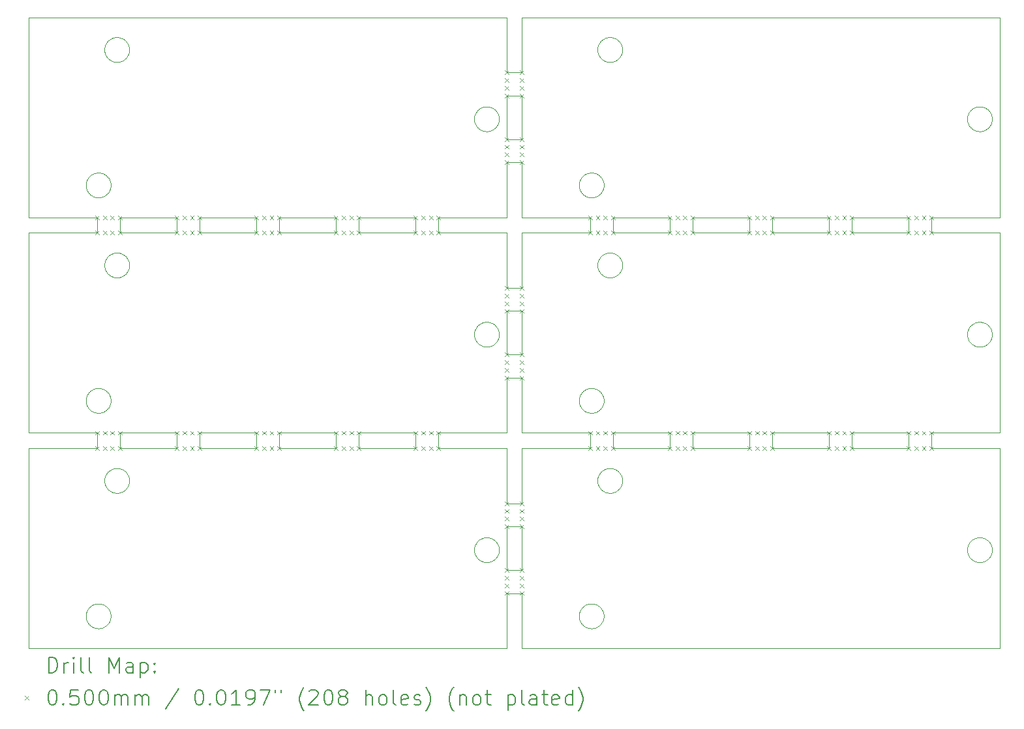
<source format=gbr>
%TF.GenerationSoftware,KiCad,Pcbnew,7.0.9*%
%TF.CreationDate,2024-06-08T21:24:24-04:00*%
%TF.ProjectId,Jackless-Panel,4a61636b-6c65-4737-932d-50616e656c2e,rev?*%
%TF.SameCoordinates,Original*%
%TF.FileFunction,Drillmap*%
%TF.FilePolarity,Positive*%
%FSLAX45Y45*%
G04 Gerber Fmt 4.5, Leading zero omitted, Abs format (unit mm)*
G04 Created by KiCad (PCBNEW 7.0.9) date 2024-06-08 21:24:24*
%MOMM*%
%LPD*%
G01*
G04 APERTURE LIST*
%ADD10C,0.100000*%
%ADD11C,0.200000*%
G04 APERTURE END LIST*
D10*
X11800000Y-4699950D02*
X11800000Y-4600000D01*
X14448588Y-9075837D02*
X14440932Y-9073598D01*
X20964799Y-3177153D02*
X20971771Y-3181027D01*
X21050456Y-6135929D02*
X21049472Y-6143844D01*
X21038780Y-8982166D02*
X21035523Y-8989448D01*
X20729199Y-3331955D02*
X20728804Y-3323988D01*
X9479744Y-4021522D02*
X9487545Y-4023187D01*
X9831911Y-7943440D02*
X9835523Y-7950552D01*
X14411691Y-9060953D02*
X14404816Y-9056908D01*
X15689986Y-4160107D02*
X15691166Y-4152218D01*
X14373887Y-6008117D02*
X14379562Y-6002512D01*
X9851245Y-5220000D02*
X9851048Y-5227974D01*
X9534688Y-5263336D02*
X9532734Y-5255603D01*
X14495982Y-3158866D02*
X14503943Y-3159359D01*
X11800000Y-7499900D02*
X11800000Y-7400000D01*
X14535254Y-3165235D02*
X14542852Y-3167663D01*
X9664185Y-2260835D02*
X9672088Y-2259753D01*
X9727545Y-8176813D02*
X9719744Y-8178478D01*
X15895254Y-4025235D02*
X15902852Y-4027663D01*
X16251048Y-2427974D02*
X16250456Y-2435929D01*
X15983653Y-4089796D02*
X15987951Y-4096516D01*
X15991708Y-2292177D02*
X15998150Y-2287472D01*
X15928804Y-8023988D02*
X15928804Y-8016012D01*
X9393396Y-9629017D02*
X9400932Y-9626402D01*
X14535254Y-9074765D02*
X14527545Y-9076813D01*
X15808588Y-9624163D02*
X15816345Y-9622306D01*
X16056345Y-5377694D02*
X16048588Y-5375837D01*
X16064185Y-5060835D02*
X16072088Y-5059753D01*
X15979029Y-9876703D02*
X15974089Y-9882966D01*
X14503943Y-8759359D02*
X14511870Y-8760245D01*
X21003310Y-6005279D02*
X21008845Y-6011023D01*
X15692734Y-9744397D02*
X15694687Y-9736664D01*
X14850100Y-3583333D02*
X14849900Y-3583333D01*
X9531166Y-8047782D02*
X9529987Y-8039893D01*
X15934687Y-7976663D02*
X15937021Y-7969036D01*
X20911870Y-3479755D02*
X20903943Y-3480641D01*
X9297021Y-6929036D02*
X9299728Y-6921533D01*
X9591708Y-2292177D02*
X9598150Y-2287472D01*
X21031911Y-8996560D02*
X21027951Y-9003484D01*
X14638780Y-3382166D02*
X14635523Y-3389448D01*
X16231911Y-5143440D02*
X16235523Y-5150552D01*
X9573887Y-2308117D02*
X9579562Y-2302512D01*
X9711870Y-7860245D02*
X9719744Y-7861522D01*
X9598780Y-4117834D02*
X9601672Y-4125267D01*
X9573887Y-5108117D02*
X9579562Y-5102512D01*
X20971771Y-5981027D02*
X20978544Y-5985241D01*
X14849900Y-9183333D02*
X14750000Y-9183333D01*
X16227951Y-5303484D02*
X16223653Y-5310204D01*
X15714156Y-6893129D02*
X15718618Y-6886518D01*
X14464185Y-6279165D02*
X14456345Y-6277694D01*
X16133333Y-4699950D02*
X16133333Y-4600000D01*
X20911870Y-6279755D02*
X20903943Y-6280641D01*
X9463943Y-7140641D02*
X9455982Y-7141134D01*
X16249472Y-5243845D02*
X16248098Y-5251702D01*
X16008098Y-9748298D02*
X16009472Y-9756155D01*
X14614089Y-3217034D02*
X14619029Y-3223297D01*
X9532734Y-2384397D02*
X9534688Y-2376664D01*
X13566667Y-4600000D02*
X13566667Y-4699950D01*
X9539728Y-5161533D02*
X9542804Y-5154173D01*
X20746239Y-6046974D02*
X20750026Y-6039954D01*
X15945100Y-4310215D02*
X15938544Y-4314759D01*
X14391708Y-8792177D02*
X14398150Y-8787472D01*
X16185100Y-7889785D02*
X16191423Y-7894647D01*
X14641672Y-6065267D02*
X14644193Y-6072835D01*
X9819029Y-2323297D02*
X9823654Y-2329796D01*
X20731166Y-3292218D02*
X20732734Y-3284397D01*
X9554156Y-7933129D02*
X9558618Y-7926518D01*
X20825998Y-8772001D02*
X20833396Y-8769017D01*
X9371691Y-4320953D02*
X9364816Y-4316908D01*
X9611245Y-6980000D02*
X9611048Y-6987974D01*
X16235523Y-2350552D02*
X16238780Y-2357834D01*
X20804816Y-6256908D02*
X20798150Y-6252528D01*
X13566667Y-7499900D02*
X13566667Y-7500100D01*
X9471870Y-9620245D02*
X9479744Y-9621522D01*
X14404816Y-3183092D02*
X14411691Y-3179047D01*
X20734688Y-3363336D02*
X20732734Y-3355603D01*
X20997498Y-8799816D02*
X21003310Y-8805279D01*
X10466667Y-7400000D02*
X10466667Y-7499900D01*
X9408588Y-9624163D02*
X9416345Y-9622306D01*
X14585100Y-5989785D02*
X14591423Y-5994647D01*
X9703943Y-2580641D02*
X9695982Y-2581134D01*
X20935254Y-6274765D02*
X20927545Y-6276813D01*
X14448588Y-6275837D02*
X14440932Y-6273598D01*
X9299728Y-4121533D02*
X9302804Y-4114173D01*
X15723402Y-4279865D02*
X15718618Y-4273482D01*
X9339562Y-4062512D02*
X9345507Y-4057194D01*
X9831911Y-8096559D02*
X9827951Y-8103484D01*
X14368496Y-9026004D02*
X14363402Y-9019865D01*
X17166667Y-7400000D02*
X17900000Y-7400000D01*
X17900000Y-4800000D02*
X17166667Y-4800000D01*
X15937021Y-5169036D02*
X15939728Y-5161533D01*
X9510321Y-9630463D02*
X9517643Y-9633629D01*
X9604816Y-2283092D02*
X9611691Y-2279047D01*
X15699728Y-4121533D02*
X15702803Y-4114173D01*
X16227951Y-2336516D02*
X16231911Y-2343440D01*
X15855982Y-9618866D02*
X15863943Y-9619359D01*
X16133333Y-7400000D02*
X16866667Y-7400000D01*
X20798150Y-3452528D02*
X20791708Y-3447823D01*
X9598150Y-2287472D02*
X9604816Y-2283092D01*
X14433396Y-9070983D02*
X14425998Y-9067999D01*
X15739562Y-9662512D02*
X15745507Y-9657194D01*
X15958618Y-5126518D02*
X15963402Y-5120135D01*
X9371691Y-4039047D02*
X9378758Y-4035347D01*
X9424185Y-6820835D02*
X9432088Y-6819753D01*
X15958618Y-5313482D02*
X15954156Y-5306870D01*
X9302804Y-9845827D02*
X9299728Y-9838467D01*
X9841672Y-8074732D02*
X9838780Y-8082166D01*
X20798150Y-3187472D02*
X20804816Y-3183092D01*
X15929199Y-2431955D02*
X15928804Y-2423988D01*
X16244193Y-2372835D02*
X16246337Y-2380518D01*
X15973887Y-8131883D02*
X15968496Y-8126004D01*
X16064185Y-2579165D02*
X16056345Y-2577694D01*
X21051245Y-3320000D02*
X21051048Y-3327974D01*
X16006337Y-9740518D02*
X16008098Y-9748298D01*
X15824185Y-4339165D02*
X15816345Y-4337694D01*
X15991708Y-8147823D02*
X15985507Y-8142806D01*
X17900000Y-7400000D02*
X17900000Y-7499900D01*
X16095982Y-8181134D02*
X16088006Y-8181233D01*
X16111870Y-5060245D02*
X16119744Y-5061522D01*
X20833396Y-9070983D02*
X20825998Y-9067999D01*
X20773887Y-3431883D02*
X20768496Y-3426004D01*
X15887545Y-4336813D02*
X15879744Y-4338478D01*
X9733333Y-4600000D02*
X10466667Y-4600000D01*
X9310026Y-9699954D02*
X9314156Y-9693130D01*
X9318618Y-9686518D02*
X9323402Y-9680135D01*
X9328496Y-6873996D02*
X9333887Y-6868117D01*
X14950000Y-4800000D02*
X14950000Y-5516667D01*
X16103943Y-5059359D02*
X16111870Y-5060245D01*
X14440932Y-5966402D02*
X14448588Y-5964163D01*
X14542852Y-9072337D02*
X14535254Y-9074765D01*
X16250456Y-5204071D02*
X16251048Y-5212026D01*
X15879744Y-9938478D02*
X15871870Y-9939755D01*
X14464185Y-3160835D02*
X14472088Y-3159753D01*
X9424185Y-9620835D02*
X9432088Y-9619753D01*
X15739562Y-4062512D02*
X15745507Y-4057194D01*
X8550000Y-2000000D02*
X8550000Y-4600000D01*
X9479744Y-4338478D02*
X9471870Y-4339755D01*
X14603310Y-6234720D02*
X14597498Y-6240184D01*
X14350026Y-6039954D02*
X14354156Y-6033129D01*
X9598780Y-9717834D02*
X9601672Y-9725268D01*
X20798150Y-5987472D02*
X20804816Y-5983092D01*
X9545100Y-7110215D02*
X9538544Y-7114759D01*
X9618758Y-2564653D02*
X9611691Y-2560953D01*
X9771771Y-2281027D02*
X9778544Y-2285241D01*
X14550321Y-5970463D02*
X14557643Y-5973629D01*
X9583654Y-4089796D02*
X9587951Y-4096516D01*
X9345507Y-9657194D02*
X9351708Y-9652177D01*
X9585507Y-7897194D02*
X9591708Y-7892177D01*
X14650456Y-8935929D02*
X14649472Y-8943845D01*
X16119744Y-2261522D02*
X16127545Y-2263187D01*
X15963402Y-2320135D02*
X15968496Y-2313996D01*
X9554156Y-8106870D02*
X9550026Y-8100046D01*
X9416345Y-4022306D02*
X9424185Y-4020835D01*
X9587951Y-9863484D02*
X9583654Y-9870204D01*
X20833396Y-5969017D02*
X20840932Y-5966402D01*
X14379562Y-6237488D02*
X14373887Y-6231883D01*
X14650456Y-6104071D02*
X14651048Y-6112026D01*
X9750321Y-2569537D02*
X9742852Y-2572337D01*
X16135254Y-5065235D02*
X16142852Y-5067663D01*
X14368496Y-8813996D02*
X14373887Y-8808117D01*
X20742804Y-8854173D02*
X20746239Y-8846974D01*
X20266667Y-7500100D02*
X20266667Y-7499900D01*
X15979562Y-5102512D02*
X15985507Y-5097194D01*
X16238780Y-8082166D02*
X16235523Y-8089448D01*
X16249472Y-5196155D02*
X16250456Y-5204071D01*
X20872088Y-9080247D02*
X20864185Y-9079165D01*
X9568845Y-4288977D02*
X9563310Y-4294721D01*
X10466667Y-4800000D02*
X9733333Y-4800000D01*
X20732734Y-3284397D02*
X20734688Y-3276663D01*
X21014089Y-6222966D02*
X21008845Y-6228976D01*
X9440035Y-6819063D02*
X9448006Y-6818767D01*
X15714156Y-7066870D02*
X15710026Y-7060046D01*
X14527545Y-3476813D02*
X14519744Y-3478478D01*
X9573887Y-8131883D02*
X9568496Y-8126004D01*
X9598150Y-7887472D02*
X9604816Y-7883092D01*
X9433333Y-7600000D02*
X8550000Y-7600000D01*
X9531166Y-5192218D02*
X9532734Y-5184397D01*
X20971771Y-8781027D02*
X20978544Y-8785241D01*
X9568845Y-9671023D02*
X9574089Y-9677034D01*
X9306239Y-4253026D02*
X9302804Y-4245827D01*
X16010456Y-6964071D02*
X16011048Y-6972026D01*
X17900000Y-4699950D02*
X17900000Y-4700150D01*
X16080034Y-5059063D02*
X16088006Y-5058767D01*
X14342803Y-8985827D02*
X14339728Y-8978467D01*
X20991423Y-8794647D02*
X20997498Y-8799816D01*
X16095982Y-5058866D02*
X16103943Y-5059359D01*
X9297021Y-4230964D02*
X9294688Y-4223336D01*
X15929986Y-5239893D02*
X15929199Y-5231955D01*
X16223653Y-7929796D02*
X16227951Y-7936516D01*
X20935254Y-3474765D02*
X20927545Y-3476813D01*
X9585507Y-5097194D02*
X9591708Y-5092177D01*
X9550026Y-2500046D02*
X9546239Y-2493026D01*
X15855982Y-7141134D02*
X15848006Y-7141233D01*
X12533333Y-7499900D02*
X12533333Y-7500100D01*
X14641672Y-6174732D02*
X14638780Y-6182166D01*
X16080034Y-8180937D02*
X16072088Y-8180247D01*
X21019029Y-3416703D02*
X21014089Y-3422966D01*
X9448006Y-6818767D02*
X9455982Y-6818866D01*
X21046337Y-3359481D02*
X21044193Y-3367165D01*
X15833333Y-4699950D02*
X15833333Y-4700150D01*
X13566667Y-7400000D02*
X13566667Y-7499900D01*
X9604816Y-8156908D02*
X9598150Y-8152528D01*
X9532734Y-5184397D02*
X9534688Y-5176664D01*
X9432088Y-9619753D02*
X9440035Y-9619063D01*
X20728804Y-3316012D02*
X20729199Y-3308045D01*
X21044193Y-6072835D02*
X21046337Y-6080518D01*
X16072088Y-2259753D02*
X16080034Y-2259063D01*
X20779562Y-3437488D02*
X20773887Y-3431883D01*
X15751708Y-9907823D02*
X15745507Y-9902806D01*
X9542804Y-5154173D02*
X9546239Y-5146974D01*
X9585507Y-8142806D02*
X9579562Y-8137488D01*
X16135254Y-7865235D02*
X16142852Y-7867663D01*
X9542804Y-2354173D02*
X9546239Y-2346974D01*
X15995523Y-7049448D02*
X15991911Y-7056559D01*
X15931771Y-9641027D02*
X15938544Y-9645241D01*
X14542852Y-8767663D02*
X14550321Y-8770463D01*
X9291166Y-9807782D02*
X9289987Y-9799893D01*
X9656345Y-2577694D02*
X9648588Y-2575837D01*
X14750000Y-7400000D02*
X14750000Y-6683333D01*
X14418758Y-8775347D02*
X14425998Y-8772001D01*
X15745507Y-7102806D02*
X15739562Y-7097488D01*
X15998780Y-6917834D02*
X16001672Y-6925267D01*
X15963310Y-4065279D02*
X15968845Y-4071023D01*
X14535254Y-5965235D02*
X14542852Y-5967663D01*
X9851048Y-8027974D02*
X9850456Y-8035929D01*
X16088006Y-8181233D02*
X16080034Y-8180937D01*
X9797498Y-2540184D02*
X9791423Y-2545353D01*
X15945100Y-7110215D02*
X15938544Y-7114759D01*
X14850100Y-3016667D02*
X14950000Y-3016667D01*
X20811691Y-6260953D02*
X20804816Y-6256908D01*
X14385507Y-8797194D02*
X14391708Y-8792177D01*
X14411691Y-6260953D02*
X14404816Y-6256908D01*
X9771771Y-7881027D02*
X9778544Y-7885241D01*
X15902852Y-7132337D02*
X15895254Y-7134765D01*
X19233333Y-7400000D02*
X19966667Y-7400000D01*
X15991708Y-5092177D02*
X15998150Y-5087472D01*
X9574089Y-4077034D02*
X9579029Y-4083297D01*
X20785507Y-3197194D02*
X20791708Y-3192177D01*
X14557643Y-5973629D02*
X14564798Y-5977153D01*
X20773887Y-3208117D02*
X20779562Y-3202512D01*
X20872088Y-5959753D02*
X20880035Y-5959063D01*
X9841672Y-2474732D02*
X9838780Y-2482166D01*
X16006337Y-4219482D02*
X16004193Y-4227165D01*
X14631911Y-8843440D02*
X14635523Y-8850552D01*
X14519744Y-9078478D02*
X14511870Y-9079755D01*
X9568845Y-9888977D02*
X9563310Y-9894721D01*
X14339728Y-3261533D02*
X14342803Y-3254173D01*
X15945100Y-6849785D02*
X15951423Y-6854647D01*
X14564798Y-5977153D02*
X14571771Y-5981027D01*
X14578544Y-3454759D02*
X14571771Y-3458973D01*
X9487545Y-4336813D02*
X9479744Y-4338478D01*
X9750321Y-7870463D02*
X9757643Y-7873629D01*
X15778758Y-4035347D02*
X15785998Y-4032001D01*
X16004193Y-7027165D02*
X16001672Y-7034732D01*
X9502852Y-4332337D02*
X9495254Y-4334765D01*
X15979029Y-7076703D02*
X15974089Y-7082966D01*
X15833333Y-4600000D02*
X15833333Y-4699950D01*
X20997498Y-9040184D02*
X20991423Y-9045353D01*
X9371691Y-9920953D02*
X9364816Y-9916908D01*
X17166667Y-7500100D02*
X17166667Y-7499900D01*
X20731166Y-8892218D02*
X20732734Y-8884397D01*
X15706239Y-4106974D02*
X15710026Y-4099954D01*
X20734688Y-8963336D02*
X20732734Y-8955603D01*
X20732734Y-3355603D02*
X20731166Y-3347782D01*
X15929199Y-5208045D02*
X15929986Y-5200107D01*
X14614089Y-8817034D02*
X14619029Y-8823297D01*
X21051245Y-6120000D02*
X21051048Y-6127974D01*
X20818758Y-8775347D02*
X20825998Y-8772001D01*
X9688006Y-2581233D02*
X9680035Y-2580937D01*
X21046337Y-8880518D02*
X21048098Y-8888298D01*
X15863943Y-9940641D02*
X15855982Y-9941134D01*
X14550321Y-9069537D02*
X14542852Y-9072337D01*
X9848098Y-7988298D02*
X9849472Y-7996155D01*
X21023654Y-3410204D02*
X21019029Y-3416703D01*
X15902852Y-9627663D02*
X15910321Y-9630463D01*
X9604816Y-5356908D02*
X9598150Y-5352528D01*
X15689986Y-9799893D02*
X15689199Y-9791955D01*
X21041672Y-6174732D02*
X21038780Y-6182166D01*
X9455982Y-9618866D02*
X9463943Y-9619359D01*
X14571771Y-9058973D02*
X14564798Y-9062847D01*
X15706239Y-4253026D02*
X15702803Y-4245827D01*
X9808845Y-5328977D02*
X9803310Y-5334721D01*
X16150321Y-5070463D02*
X16157643Y-5073629D01*
X15733887Y-7091883D02*
X15728496Y-7086004D01*
X9333887Y-9668117D02*
X9339562Y-9662512D01*
X16040932Y-7866402D02*
X16048588Y-7864163D01*
X20731166Y-6092218D02*
X20732734Y-6084397D01*
X16231911Y-2496560D02*
X16227951Y-2503484D01*
X14519744Y-3161522D02*
X14527545Y-3163187D01*
X14488006Y-9081233D02*
X14480034Y-9080937D01*
X20840932Y-9073598D02*
X20833396Y-9070983D01*
X16040932Y-5373598D02*
X16033396Y-5370983D01*
X20750026Y-8839954D02*
X20754156Y-8833130D01*
X9351708Y-9907823D02*
X9345507Y-9902806D01*
X9611048Y-4187974D02*
X9610456Y-4195929D01*
X14511870Y-9079755D02*
X14503943Y-9080641D01*
X9695982Y-7858866D02*
X9703943Y-7859359D01*
X15939728Y-5278467D02*
X15937021Y-5270964D01*
X15691166Y-6952218D02*
X15692734Y-6944397D01*
X16227951Y-2503484D02*
X16223653Y-2510204D01*
X14849900Y-3583333D02*
X14750000Y-3583333D01*
X16208845Y-5111023D02*
X16214089Y-5117034D01*
X9835523Y-5150552D02*
X9838780Y-5157834D01*
X9528804Y-2423988D02*
X9528804Y-2416012D01*
X20729987Y-8939893D02*
X20729199Y-8931955D01*
X9568496Y-8126004D02*
X9563402Y-8119865D01*
X16191423Y-2294647D02*
X16197498Y-2299816D01*
X20798150Y-6252528D02*
X20791708Y-6247823D01*
X15924798Y-6837153D02*
X15931771Y-6841027D01*
X10466667Y-7500100D02*
X10466667Y-7600000D01*
X15745507Y-6857194D02*
X15751708Y-6852177D01*
X15689986Y-6999893D02*
X15689199Y-6991955D01*
X15785998Y-4327999D02*
X15778758Y-4324653D01*
X15917643Y-4326371D02*
X15910321Y-4329537D01*
X15929986Y-5200107D02*
X15931166Y-5192218D01*
X9393396Y-9930983D02*
X9385998Y-9927999D01*
X15816345Y-9937694D02*
X15808588Y-9935837D01*
X15934687Y-2376664D02*
X15937021Y-2369036D01*
X9735254Y-2265235D02*
X9742852Y-2267663D01*
X9448006Y-4018767D02*
X9455982Y-4018866D01*
X16018758Y-7875347D02*
X16025998Y-7872001D01*
X14379562Y-3202512D02*
X14385507Y-3197194D01*
X20758618Y-6213482D02*
X20754156Y-6206870D01*
X15833333Y-4800000D02*
X14950000Y-4800000D01*
X20856345Y-5962306D02*
X20864185Y-5960835D01*
X20927545Y-5963187D02*
X20935254Y-5965235D01*
X15816345Y-7137694D02*
X15808588Y-7135837D01*
X20919744Y-3161522D02*
X20927545Y-3163187D01*
X9604816Y-7883092D02*
X9611691Y-7879047D01*
X14433396Y-6270983D02*
X14425998Y-6267999D01*
X15833333Y-4700150D02*
X15833333Y-4800000D01*
X14350026Y-3400046D02*
X14346239Y-3393026D01*
X9711870Y-8179755D02*
X9703943Y-8180641D01*
X20758618Y-9013482D02*
X20754156Y-9006870D01*
X14337021Y-8869036D02*
X14339728Y-8861533D01*
X9791423Y-5094647D02*
X9797498Y-5099816D01*
X9771771Y-5358973D02*
X9764799Y-5362847D01*
X15934687Y-5263336D02*
X15932734Y-5255603D01*
X9302804Y-7045827D02*
X9299728Y-7038467D01*
X19233333Y-7500100D02*
X19233333Y-7499900D01*
X9633396Y-8170983D02*
X9625998Y-8167999D01*
X16033396Y-7869017D02*
X16040932Y-7866402D01*
X14488006Y-3158767D02*
X14495982Y-3158866D01*
X9292734Y-4144397D02*
X9294688Y-4136663D01*
X11500000Y-4700150D02*
X11500000Y-4800000D01*
X9314156Y-6893129D02*
X9318618Y-6886518D01*
X20942852Y-9072337D02*
X20935254Y-9074765D01*
X9849472Y-5196155D02*
X9850456Y-5204071D01*
X20763402Y-3220135D02*
X20768496Y-3213996D01*
X15855982Y-4018866D02*
X15863943Y-4019359D01*
X14418758Y-6264653D02*
X14411691Y-6260953D01*
X9288804Y-4176012D02*
X9289199Y-4168045D01*
X9385998Y-9632001D02*
X9393396Y-9629017D01*
X9585507Y-2297194D02*
X9591708Y-2292177D01*
X9750321Y-8169537D02*
X9742852Y-8172337D01*
X9495254Y-9934765D02*
X9487545Y-9936813D01*
X9735254Y-8174765D02*
X9727545Y-8176813D01*
X9609472Y-7003844D02*
X9608098Y-7011702D01*
X16011691Y-5079047D02*
X16018758Y-5075347D01*
X21008845Y-3211023D02*
X21014089Y-3217034D01*
X9292734Y-4215603D02*
X9291166Y-4207782D01*
X21150000Y-4800000D02*
X20266667Y-4800000D01*
X16008098Y-9811702D02*
X16006337Y-9819482D01*
X20825998Y-3172001D02*
X20833396Y-3169017D01*
X15968496Y-2526004D02*
X15963402Y-2519865D01*
X15932734Y-5255603D02*
X15931166Y-5247782D01*
X20919744Y-8761522D02*
X20927545Y-8763187D01*
X15987951Y-7063484D02*
X15983653Y-7070204D01*
X9292734Y-7015603D02*
X9291166Y-7007782D01*
X9680035Y-2580937D02*
X9672088Y-2580247D01*
X14627951Y-9003484D02*
X14623653Y-9010204D01*
X15758150Y-6847472D02*
X15764816Y-6843092D01*
X16033396Y-2269017D02*
X16040932Y-2266402D01*
X16009472Y-4203845D02*
X16008098Y-4211702D01*
X9672088Y-7859753D02*
X9680035Y-7859063D01*
X9606337Y-9819482D02*
X9604193Y-9827165D01*
X9750321Y-2270463D02*
X9757643Y-2273629D01*
X9848098Y-5188298D02*
X9849472Y-5196155D01*
X9568496Y-5326004D02*
X9563402Y-5319865D01*
X9609472Y-4203845D02*
X9608098Y-4211702D01*
X9591911Y-9703440D02*
X9595523Y-9710552D01*
X9297021Y-9830964D02*
X9294688Y-9823336D01*
X14418758Y-3175347D02*
X14425998Y-3172001D01*
X16080034Y-2259063D02*
X16088006Y-2258767D01*
X20825998Y-9067999D02*
X20818758Y-9064653D01*
X21046337Y-6080518D02*
X21048098Y-6088298D01*
X14651048Y-3312026D02*
X14651245Y-3320000D01*
X9314156Y-4093129D02*
X9318618Y-4086518D01*
X15998150Y-8152528D02*
X15991708Y-8147823D01*
X21150000Y-7600000D02*
X20266667Y-7600000D01*
X9844193Y-5267165D02*
X9841672Y-5274732D01*
X14332734Y-8884397D02*
X14334687Y-8876664D01*
X15917643Y-9633629D02*
X15924798Y-9637153D01*
X14950000Y-10200000D02*
X21150000Y-10200000D01*
X9664185Y-7860835D02*
X9672088Y-7859753D01*
X20833396Y-3470983D02*
X20825998Y-3467999D01*
X9591911Y-7056559D02*
X9587951Y-7063484D01*
X9529987Y-5200107D02*
X9531166Y-5192218D01*
X16048588Y-2575837D02*
X16040932Y-2573598D01*
X14488006Y-6281233D02*
X14480034Y-6280937D01*
X14398150Y-9052528D02*
X14391708Y-9047823D01*
X15957498Y-7100184D02*
X15951423Y-7105353D01*
X9808845Y-2528977D02*
X9803310Y-2534721D01*
X20742804Y-8985827D02*
X20739728Y-8978467D01*
X15706239Y-9853026D02*
X15702803Y-9845827D01*
X15946239Y-2346974D02*
X15950026Y-2339954D01*
X15739562Y-6862512D02*
X15745507Y-6857194D01*
X16142852Y-2267663D02*
X16150321Y-2270463D01*
X20825998Y-5972001D02*
X20833396Y-5969017D01*
X21023654Y-6210204D02*
X21019029Y-6216703D01*
X9289199Y-6991955D02*
X9288804Y-6983988D01*
X20737021Y-8970964D02*
X20734688Y-8963336D01*
X20971771Y-3458973D02*
X20964799Y-3462847D01*
X9611691Y-2560953D02*
X9604816Y-2556908D01*
X15692734Y-4144397D02*
X15694687Y-4136663D01*
X16009472Y-7003844D02*
X16008098Y-7011702D01*
X16866667Y-4800000D02*
X16133333Y-4800000D01*
X9318618Y-9873482D02*
X9314156Y-9866870D01*
X20798150Y-9052528D02*
X20791708Y-9047823D01*
X9471870Y-4339755D02*
X9463943Y-4340641D01*
X21048098Y-6151702D02*
X21046337Y-6159481D01*
X20746239Y-8993026D02*
X20742804Y-8985827D01*
X9288804Y-6983988D02*
X9288804Y-6976012D01*
X9703943Y-5059359D02*
X9711870Y-5060245D01*
X14433396Y-8769017D02*
X14440932Y-8766402D01*
X15974089Y-9882966D02*
X15968845Y-9888977D01*
X15733887Y-4291883D02*
X15728496Y-4286004D01*
X9416345Y-9622306D02*
X9424185Y-9620835D01*
X16235523Y-5289448D02*
X16231911Y-5296560D01*
X20964799Y-8777153D02*
X20971771Y-8781027D01*
X15929199Y-8008045D02*
X15929986Y-8000107D01*
X14750000Y-2716667D02*
X14750000Y-2000000D01*
X14425998Y-6267999D02*
X14418758Y-6264653D01*
X9440035Y-4019063D02*
X9448006Y-4018767D01*
X9323402Y-9680135D02*
X9328496Y-9673996D01*
X14411691Y-3460953D02*
X14404816Y-3456908D01*
X15689986Y-6960107D02*
X15691166Y-6952218D01*
X9595523Y-9849448D02*
X9591911Y-9856560D01*
X9539728Y-7961533D02*
X9542804Y-7954173D01*
X9502852Y-9627663D02*
X9510321Y-9630463D01*
X15739562Y-7097488D02*
X15733887Y-7091883D01*
X14850100Y-8316667D02*
X14849900Y-8316667D01*
X20985100Y-8789785D02*
X20991423Y-8794647D01*
X15937021Y-7969036D02*
X15939728Y-7961533D01*
X9591708Y-2547823D02*
X9585507Y-2542806D01*
X14623653Y-9010204D02*
X14619029Y-9016703D01*
X15751708Y-7107823D02*
X15745507Y-7102806D01*
X14571771Y-5981027D02*
X14578544Y-5985241D01*
X9531771Y-4318973D02*
X9524799Y-4322847D01*
X10766667Y-7400000D02*
X11500000Y-7400000D01*
X9400932Y-4333598D02*
X9393396Y-4330983D01*
X9846337Y-2380518D02*
X9848098Y-2388298D01*
X14623653Y-3410204D02*
X14619029Y-3416703D01*
X9487545Y-7136813D02*
X9479744Y-7138478D01*
X15991911Y-6903440D02*
X15995523Y-6910552D01*
X15887545Y-7136813D02*
X15879744Y-7138478D01*
X16056345Y-5062306D02*
X16064185Y-5060835D01*
X20266667Y-4600000D02*
X21150000Y-4600000D01*
X16080034Y-7859063D02*
X16088006Y-7858767D01*
X16150321Y-7870463D02*
X16157643Y-7873629D01*
X15902852Y-4027663D02*
X15910321Y-4030463D01*
X14329199Y-6108045D02*
X14329986Y-6100107D01*
X18933333Y-4699950D02*
X18933333Y-4700150D01*
X14342803Y-8854173D02*
X14346239Y-8846974D01*
X9579562Y-8137488D02*
X9573887Y-8131883D01*
X21038780Y-8857834D02*
X21041672Y-8865268D01*
X16048588Y-7864163D02*
X16056345Y-7862306D01*
X9785100Y-2550215D02*
X9778544Y-2554759D01*
X14950000Y-5516667D02*
X14850100Y-5516667D01*
X8550000Y-7400000D02*
X9433333Y-7400000D01*
X14641672Y-3374732D02*
X14638780Y-3382166D01*
X9393396Y-4029017D02*
X9400932Y-4026402D01*
X9823654Y-8110204D02*
X9819029Y-8116703D01*
X9432088Y-4340247D02*
X9424185Y-4339165D01*
X15871870Y-9939755D02*
X15863943Y-9940641D01*
X14649472Y-6143844D02*
X14648098Y-6151702D01*
X14591423Y-9045353D02*
X14585100Y-9050215D01*
X18933333Y-7500100D02*
X18933333Y-7600000D01*
X20729199Y-3308045D02*
X20729987Y-3300107D01*
X14495982Y-8758866D02*
X14503943Y-8759359D01*
X9591911Y-4256560D02*
X9587951Y-4263484D01*
X14448588Y-3164163D02*
X14456345Y-3162306D01*
X9595523Y-6910552D02*
X9598780Y-6917834D01*
X14354156Y-9006870D02*
X14350026Y-9000046D01*
X9529199Y-2408045D02*
X9529987Y-2400107D01*
X20739728Y-8861533D02*
X20742804Y-8854173D01*
X14597498Y-8799816D02*
X14603310Y-8805279D01*
X9358150Y-4312528D02*
X9351708Y-4307823D01*
X9302804Y-9714173D02*
X9306239Y-9706974D01*
X16178544Y-8154759D02*
X16171771Y-8158973D01*
X21049472Y-6096155D02*
X21050456Y-6104071D01*
X20266667Y-7400000D02*
X21150000Y-7400000D01*
X14398150Y-3452528D02*
X14391708Y-3447823D01*
X15808588Y-9935837D02*
X15800932Y-9933598D01*
X9551423Y-4305353D02*
X9545100Y-4310215D01*
X16040932Y-5066402D02*
X16048588Y-5064163D01*
X9618758Y-7875347D02*
X9625998Y-7872001D01*
X21019029Y-6216703D02*
X21014089Y-6222966D01*
X15929986Y-8039893D02*
X15929199Y-8031955D01*
X12833333Y-7499900D02*
X12833333Y-7400000D01*
X14646337Y-8959482D02*
X14644193Y-8967165D01*
X9528804Y-5216012D02*
X9529199Y-5208045D01*
X9778544Y-2554759D02*
X9771771Y-2558973D01*
X9310026Y-7060046D02*
X9306239Y-7053026D01*
X16249472Y-2396155D02*
X16250456Y-2404071D01*
X19966667Y-4699950D02*
X19966667Y-4700150D01*
X16004816Y-2283092D02*
X16011691Y-2279047D01*
X15832088Y-7140247D02*
X15824185Y-7139165D01*
X20971771Y-3181027D02*
X20978544Y-3185241D01*
X9764799Y-5077153D02*
X9771771Y-5081027D01*
X16164798Y-5077153D02*
X16171771Y-5081027D01*
X14503943Y-9080641D02*
X14495982Y-9081134D01*
X9448006Y-7141233D02*
X9440035Y-7140937D01*
X14849900Y-8316667D02*
X14750000Y-8316667D01*
X14635523Y-3250552D02*
X14638780Y-3257834D01*
X15974089Y-6877034D02*
X15979029Y-6883297D01*
X20791708Y-3447823D02*
X20785507Y-3442806D01*
X9664185Y-2579165D02*
X9656345Y-2577694D01*
X16197498Y-8140184D02*
X16191423Y-8145353D01*
X9711870Y-5060245D02*
X9719744Y-5061522D01*
X9803310Y-8134720D02*
X9797498Y-8140184D01*
X15697021Y-7030964D02*
X15694687Y-7023336D01*
X9339562Y-9662512D02*
X9345507Y-9657194D01*
X9323402Y-9879865D02*
X9318618Y-9873482D01*
X9742852Y-7867663D02*
X9750321Y-7870463D01*
X15991911Y-7056559D02*
X15987951Y-7063484D01*
X15848006Y-4018767D02*
X15855982Y-4018866D01*
X16150321Y-2569537D02*
X16142852Y-2572337D01*
X15702803Y-7045827D02*
X15699728Y-7038467D01*
X20903943Y-9080641D02*
X20895982Y-9081134D01*
X15778758Y-9924653D02*
X15771691Y-9920953D01*
X14495982Y-6281134D02*
X14488006Y-6281233D01*
X14585100Y-6250215D02*
X14578544Y-6254759D01*
X14334687Y-8963336D02*
X14332734Y-8955603D01*
X17166667Y-4700150D02*
X17166667Y-4699950D01*
X14418758Y-5975347D02*
X14425998Y-5972001D01*
X9611245Y-9780000D02*
X9611048Y-9787974D01*
X9688006Y-7858767D02*
X9695982Y-7858866D01*
X9539728Y-2478467D02*
X9537021Y-2470964D01*
X9573887Y-2531883D02*
X9568496Y-2526004D01*
X15902852Y-4332337D02*
X15895254Y-4334765D01*
X15771691Y-9920953D02*
X15764816Y-9916908D01*
X20856345Y-3162306D02*
X20864185Y-3160835D01*
X18933333Y-4600000D02*
X18933333Y-4699950D01*
X9378758Y-9924653D02*
X9371691Y-9920953D01*
X9618758Y-5075347D02*
X9625998Y-5072001D01*
X9703943Y-2259359D02*
X9711870Y-2260245D01*
X16006337Y-7019481D02*
X16004193Y-7027165D01*
X9595523Y-7049448D02*
X9591911Y-7056559D01*
X14464185Y-9079165D02*
X14456345Y-9077694D01*
X9455982Y-6818866D02*
X9463943Y-6819359D01*
X14363402Y-3220135D02*
X14368496Y-3213996D01*
X9851245Y-8020000D02*
X9851048Y-8027974D01*
X9563310Y-9894721D02*
X9557498Y-9900184D01*
X14404816Y-3456908D02*
X14398150Y-3452528D01*
X21051048Y-8927974D02*
X21050456Y-8935929D01*
X15691166Y-4152218D02*
X15692734Y-4144397D01*
X16191423Y-5345353D02*
X16185100Y-5350215D01*
X15942803Y-2354173D02*
X15946239Y-2346974D01*
X20903943Y-3480641D02*
X20895982Y-3481134D01*
X21031911Y-8843440D02*
X21035523Y-8850552D01*
X14350026Y-8839954D02*
X14354156Y-8833130D01*
X16241672Y-8074732D02*
X16238780Y-8082166D01*
X14527545Y-6276813D02*
X14519744Y-6278478D01*
X20768496Y-3426004D02*
X20763402Y-3419865D01*
X20911870Y-3160245D02*
X20919744Y-3161522D01*
X15793396Y-6829017D02*
X15800932Y-6826402D01*
X14373887Y-3431883D02*
X14368496Y-3426004D01*
X16111870Y-8179755D02*
X16103943Y-8180641D01*
X9803310Y-5105279D02*
X9808845Y-5111023D01*
X9563402Y-2320135D02*
X9568496Y-2313996D01*
X20732734Y-6084397D02*
X20734688Y-6076663D01*
X16010456Y-6995929D02*
X16009472Y-7003844D01*
X20785507Y-8797194D02*
X20791708Y-8792177D01*
X9583654Y-9870204D02*
X9579029Y-9876703D01*
X9680035Y-2259063D02*
X9688006Y-2258767D01*
X14591423Y-8794647D02*
X14597498Y-8799816D01*
X16040932Y-2266402D02*
X16048588Y-2264163D01*
X20911870Y-8760245D02*
X20919744Y-8761522D01*
X16088006Y-2581233D02*
X16080034Y-2580937D01*
X15745507Y-9657194D02*
X15751708Y-9652177D01*
X16048588Y-5064163D02*
X16056345Y-5062306D01*
X15979562Y-7902512D02*
X15985507Y-7897194D01*
X14425998Y-8772001D02*
X14433396Y-8769017D01*
X9408588Y-4024163D02*
X9416345Y-4022306D01*
X15979562Y-2537488D02*
X15973887Y-2531883D01*
X9778544Y-5354759D02*
X9771771Y-5358973D01*
X15728496Y-9673996D02*
X15733887Y-9668117D01*
X15714156Y-4093129D02*
X15718618Y-4086518D01*
X9604193Y-4227165D02*
X9601672Y-4234732D01*
X16214089Y-2317034D02*
X16219029Y-2323297D01*
X21023654Y-3229796D02*
X21027951Y-3236516D01*
X20791708Y-8792177D02*
X20798150Y-8787472D01*
X16004816Y-7883092D02*
X16011691Y-7879047D01*
X14368496Y-3426004D02*
X14363402Y-3419865D01*
X9695982Y-5381134D02*
X9688006Y-5381233D01*
X21014089Y-6017034D02*
X21019029Y-6023297D01*
X9573887Y-7908117D02*
X9579562Y-7902512D01*
X9574089Y-9677034D02*
X9579029Y-9683297D01*
X16133333Y-4700150D02*
X16133333Y-4699950D01*
X14404816Y-9056908D02*
X14398150Y-9052528D01*
X16008098Y-4148298D02*
X16009472Y-4156155D01*
X9680035Y-8180937D02*
X9672088Y-8180247D01*
X15998150Y-2552528D02*
X15991708Y-2547823D01*
X15824185Y-7139165D02*
X15816345Y-7137694D01*
X9610456Y-6964071D02*
X9611048Y-6972026D01*
X20818758Y-3175347D02*
X20825998Y-3172001D01*
X20957643Y-9066371D02*
X20950321Y-9069537D01*
X9531771Y-9641027D02*
X9538544Y-9645241D01*
X17900000Y-7499900D02*
X17900000Y-7500100D01*
X16246337Y-8059481D02*
X16244193Y-8067165D01*
X9838780Y-8082166D02*
X9835523Y-8089448D01*
X9288804Y-9783988D02*
X9288804Y-9776012D01*
X9719744Y-8178478D02*
X9711870Y-8179755D01*
X9851048Y-2427974D02*
X9850456Y-2435929D01*
X9297021Y-7030964D02*
X9294688Y-7023336D01*
X16191423Y-8145353D02*
X16185100Y-8150215D01*
X13866667Y-4700150D02*
X13866667Y-4699950D01*
X9510321Y-7129537D02*
X9502852Y-7132337D01*
X15957498Y-4059816D02*
X15963310Y-4065279D01*
X20818758Y-6264653D02*
X20811691Y-6260953D01*
X21044193Y-8872835D02*
X21046337Y-8880518D01*
X9664185Y-8179165D02*
X9656345Y-8177694D01*
X15887545Y-9623187D02*
X15895254Y-9625235D01*
X20768496Y-9026004D02*
X20763402Y-9019865D01*
X14638780Y-6182166D02*
X14635523Y-6189448D01*
X15723402Y-4080135D02*
X15728496Y-4073996D01*
X14644193Y-3367165D02*
X14641672Y-3374732D01*
X9289987Y-4199893D02*
X9289199Y-4191955D01*
X9328496Y-9886004D02*
X9323402Y-9879865D01*
X9791423Y-7894647D02*
X9797498Y-7899816D01*
X16040932Y-2573598D02*
X16033396Y-2570983D01*
X9534688Y-7976663D02*
X9537021Y-7969036D01*
X20872088Y-6280247D02*
X20864185Y-6279165D01*
X16866667Y-7600000D02*
X16133333Y-7600000D01*
X21003310Y-6234720D02*
X20997498Y-6240184D01*
X20903943Y-5959359D02*
X20911870Y-5960245D01*
X15840034Y-7140937D02*
X15832088Y-7140247D01*
X9333887Y-4068117D02*
X9339562Y-4062512D01*
X9323402Y-4080135D02*
X9328496Y-4073996D01*
X15917643Y-9926371D02*
X15910321Y-9929537D01*
X9502852Y-4027663D02*
X9510321Y-4030463D01*
X15887545Y-6823187D02*
X15895254Y-6825235D01*
X9640932Y-5066402D02*
X9648588Y-5064163D01*
X15942803Y-8085827D02*
X15939728Y-8078467D01*
X9524799Y-4322847D02*
X9517643Y-4326371D01*
X9604193Y-4132835D02*
X9606337Y-4140518D01*
X20985100Y-5989785D02*
X20991423Y-5994647D01*
X14331166Y-8947782D02*
X14329986Y-8939893D01*
X16171771Y-7881027D02*
X16178544Y-7885241D01*
X14472088Y-3159753D02*
X14480034Y-3159063D01*
X16208845Y-7911023D02*
X16214089Y-7917034D01*
X14648098Y-6151702D02*
X14646337Y-6159481D01*
X15733887Y-6868117D02*
X15739562Y-6862512D01*
X16227951Y-7936516D02*
X16231911Y-7943440D01*
X16178544Y-5085241D02*
X16185100Y-5089785D01*
X14619029Y-6023297D02*
X14623653Y-6029796D01*
X15808588Y-7135837D02*
X15800932Y-7133598D01*
X14368496Y-3213996D02*
X14373887Y-3208117D01*
X16004816Y-5083092D02*
X16011691Y-5079047D01*
X20746239Y-3246974D02*
X20750026Y-3239954D01*
X16001672Y-7034732D02*
X15998780Y-7042166D01*
X9608098Y-7011702D02*
X9606337Y-7019481D01*
X9537021Y-5270964D02*
X9534688Y-5263336D01*
X14346239Y-6046974D02*
X14350026Y-6039954D01*
X15824185Y-6820835D02*
X15832088Y-6819753D01*
X14358618Y-9013482D02*
X14354156Y-9006870D01*
X16203310Y-2305279D02*
X16208845Y-2311023D01*
X9757643Y-5366371D02*
X9750321Y-5369537D01*
X15950026Y-7939954D02*
X15954156Y-7933129D01*
X9557498Y-9659816D02*
X9563310Y-9665279D01*
X14379562Y-6002512D02*
X14385507Y-5997194D01*
X14358618Y-6213482D02*
X14354156Y-6206870D01*
X15995523Y-4110552D02*
X15998780Y-4117834D01*
X9648588Y-5064163D02*
X9656345Y-5062306D01*
X8550000Y-10200000D02*
X14750000Y-10200000D01*
X14519744Y-8761522D02*
X14527545Y-8763187D01*
X9463943Y-4340641D02*
X9455982Y-4341134D01*
X14950000Y-2000000D02*
X14950000Y-2716667D01*
X21008845Y-9028977D02*
X21003310Y-9034721D01*
X15995523Y-4249448D02*
X15991911Y-4256560D01*
X14750000Y-8316667D02*
X14750000Y-7600000D01*
X16248098Y-7988298D02*
X16249472Y-7996155D01*
X14578544Y-9054759D02*
X14571771Y-9058973D01*
X9819029Y-7923297D02*
X9823654Y-7929796D01*
X16111870Y-2579755D02*
X16103943Y-2580641D01*
X14564798Y-9062847D02*
X14557643Y-9066371D01*
X9608098Y-4148298D02*
X9609472Y-4156155D01*
X14329199Y-8908045D02*
X14329986Y-8900107D01*
X9640932Y-8173598D02*
X9633396Y-8170983D01*
X15950026Y-5300046D02*
X15946239Y-5293026D01*
X16219029Y-5316703D02*
X16214089Y-5322966D01*
X16246337Y-2380518D02*
X16248098Y-2388298D01*
X15937021Y-8070964D02*
X15934687Y-8063336D01*
X16231911Y-2343440D02*
X16235523Y-2350552D01*
X9289987Y-6999893D02*
X9289199Y-6991955D01*
X15929986Y-8000107D02*
X15931166Y-7992218D01*
X15840034Y-9940937D02*
X15832088Y-9940247D01*
X12533333Y-4800000D02*
X11800000Y-4800000D01*
X9364816Y-9643092D02*
X9371691Y-9639047D01*
X9664185Y-5060835D02*
X9672088Y-5059753D01*
X15998150Y-2287472D02*
X16004816Y-2283092D01*
X14614089Y-3422966D02*
X14608845Y-3428976D01*
X16164798Y-5362847D02*
X16157643Y-5366371D01*
X21051048Y-3312026D02*
X21051245Y-3320000D01*
X20919744Y-5961522D02*
X20927545Y-5963187D01*
X9551423Y-4054647D02*
X9557498Y-4059816D01*
X9608098Y-9748298D02*
X9609472Y-9756155D01*
X9538544Y-4314759D02*
X9531771Y-4318973D01*
X9579029Y-4083297D02*
X9583654Y-4089796D01*
X20833396Y-8769017D02*
X20840932Y-8766402D01*
X15778758Y-9635347D02*
X15785998Y-9632001D01*
X14328804Y-3323988D02*
X14328804Y-3316012D01*
X15863943Y-4340641D02*
X15855982Y-4341134D01*
X14480034Y-3480937D02*
X14472088Y-3480247D01*
X20880035Y-8759063D02*
X20888006Y-8758767D01*
X9479744Y-9621522D02*
X9487545Y-9623187D01*
X14850100Y-2716667D02*
X14849900Y-2716667D01*
X15983653Y-7070204D02*
X15979029Y-7076703D01*
X9314156Y-7066870D02*
X9310026Y-7060046D01*
X9310026Y-6899954D02*
X9314156Y-6893129D01*
X9289987Y-6960107D02*
X9291166Y-6952218D01*
X16142852Y-8172337D02*
X16135254Y-8174765D01*
X14608845Y-6228976D02*
X14603310Y-6234720D01*
X9633396Y-7869017D02*
X9640932Y-7866402D01*
X10766667Y-7499900D02*
X10766667Y-7400000D01*
X14379562Y-8802512D02*
X14385507Y-8797194D01*
X20840932Y-5966402D02*
X20848588Y-5964163D01*
X9610456Y-9795929D02*
X9609472Y-9803845D01*
X20773887Y-9031883D02*
X20768496Y-9026004D01*
X20942852Y-3167663D02*
X20950321Y-3170463D01*
X9545100Y-9910215D02*
X9538544Y-9914759D01*
X15973887Y-5108117D02*
X15979562Y-5102512D01*
X16244193Y-8067165D02*
X16241672Y-8074732D01*
X15808588Y-6824163D02*
X15816345Y-6822306D01*
X16103943Y-8180641D02*
X16095982Y-8181134D01*
X9808845Y-7911023D02*
X9814089Y-7917034D01*
X9546239Y-2346974D02*
X9550026Y-2339954D01*
X15963402Y-2519865D02*
X15958618Y-2513482D01*
X9416345Y-7137694D02*
X9408588Y-7135837D01*
X16866667Y-7500100D02*
X16866667Y-7600000D01*
X20964799Y-6262847D02*
X20957643Y-6266371D01*
X20266667Y-4800000D02*
X20266667Y-4700150D01*
X15937021Y-2470964D02*
X15934687Y-2463336D01*
X20997498Y-3199816D02*
X21003310Y-3205279D01*
X9838780Y-2357834D02*
X9841672Y-2365268D01*
X9433333Y-4600000D02*
X9433333Y-4699950D01*
X14750000Y-9183333D02*
X14750000Y-8616667D01*
X15987951Y-9863484D02*
X15983653Y-9870204D01*
X12833333Y-4800000D02*
X12833333Y-4700150D01*
X21023654Y-8829796D02*
X21027951Y-8836516D01*
X14597498Y-5999816D02*
X14603310Y-6005279D01*
X20971771Y-9058973D02*
X20964799Y-9062847D01*
X16011691Y-2279047D02*
X16018758Y-2275347D01*
X16011048Y-9772026D02*
X16011245Y-9780000D01*
X9563310Y-7094720D02*
X9557498Y-7100184D01*
X20935254Y-8765235D02*
X20942852Y-8767663D01*
X9364816Y-4316908D02*
X9358150Y-4312528D01*
X15764816Y-9643092D02*
X15771691Y-9639047D01*
X9378758Y-4324653D02*
X9371691Y-4320953D01*
X14329986Y-8900107D02*
X14331166Y-8892218D01*
X9408588Y-6824163D02*
X9416345Y-6822306D01*
X15928804Y-2423988D02*
X15928804Y-2416012D01*
X9568845Y-4071023D02*
X9574089Y-4077034D01*
X14614089Y-9022966D02*
X14608845Y-9028977D01*
X16095982Y-5381134D02*
X16088006Y-5381233D01*
X10466667Y-4699950D02*
X10466667Y-4700150D01*
X14627951Y-6036516D02*
X14631911Y-6043440D01*
X16219029Y-8116703D02*
X16214089Y-8122966D01*
X15793396Y-4330983D02*
X15785998Y-4327999D01*
X14456345Y-6277694D02*
X14448588Y-6275837D01*
X15968845Y-7088976D02*
X15963310Y-7094720D01*
X9345507Y-9902806D02*
X9339562Y-9897488D01*
X9432088Y-4019753D02*
X9440035Y-4019063D01*
X20888006Y-9081233D02*
X20880035Y-9080937D01*
X15910321Y-4329537D02*
X15902852Y-4332337D01*
X9587951Y-4096516D02*
X9591911Y-4103440D01*
X18200000Y-4800000D02*
X18200000Y-4700150D01*
X14603310Y-3434720D02*
X14597498Y-3440184D01*
X14644193Y-3272835D02*
X14646337Y-3280518D01*
X11500000Y-4800000D02*
X10766667Y-4800000D01*
X14329986Y-6139893D02*
X14329199Y-6131955D01*
X9531771Y-6841027D02*
X9538544Y-6845241D01*
X15785998Y-4032001D02*
X15793396Y-4029017D01*
X9841672Y-7965267D02*
X9844193Y-7972835D01*
X21049472Y-3296155D02*
X21050456Y-3304071D01*
X9542804Y-2485827D02*
X9539728Y-2478467D01*
X14354156Y-3233129D02*
X14358618Y-3226518D01*
X15979562Y-8137488D02*
X15973887Y-8131883D01*
X14850100Y-8616667D02*
X14950000Y-8616667D01*
X15692734Y-7015603D02*
X15691166Y-7007782D01*
X9625998Y-8167999D02*
X9618758Y-8164653D01*
X14350026Y-3239954D02*
X14354156Y-3233129D01*
X9703943Y-7859359D02*
X9711870Y-7860245D01*
X16127545Y-8176813D02*
X16119744Y-8178478D01*
X15808588Y-4335837D02*
X15800932Y-4333598D01*
X15951423Y-9905353D02*
X15945100Y-9910215D01*
X14332734Y-6084397D02*
X14334687Y-6076663D01*
X9814089Y-8122966D02*
X9808845Y-8128976D01*
X14448588Y-5964163D02*
X14456345Y-5962306D01*
X13866667Y-7499900D02*
X13866667Y-7400000D01*
X10466667Y-4700150D02*
X10466667Y-4800000D01*
X15974089Y-9677034D02*
X15979029Y-9683297D01*
X20985100Y-3189785D02*
X20991423Y-3194647D01*
X14631911Y-6196559D02*
X14627951Y-6203484D01*
X9294688Y-9736664D02*
X9297021Y-9729036D01*
X15979029Y-4276703D02*
X15974089Y-4282966D01*
X9680035Y-5059063D02*
X9688006Y-5058767D01*
X9791423Y-8145353D02*
X9785100Y-8150215D01*
X9371691Y-7120953D02*
X9364816Y-7116908D01*
X15694687Y-4223336D02*
X15692734Y-4215603D01*
X16011048Y-4172026D02*
X16011245Y-4180000D01*
X21044193Y-8967165D02*
X21041672Y-8974732D01*
X15832088Y-6819753D02*
X15840034Y-6819063D01*
X14511870Y-3479755D02*
X14503943Y-3480641D01*
X14750000Y-10200000D02*
X14750000Y-9483333D01*
X20872088Y-8759753D02*
X20880035Y-8759063D01*
X9371691Y-6839047D02*
X9378758Y-6835347D01*
X9297021Y-9729036D02*
X9299728Y-9721533D01*
X9814089Y-5117034D02*
X9819029Y-5123297D01*
X15998780Y-9717834D02*
X16001672Y-9725268D01*
X20978544Y-9054759D02*
X20971771Y-9058973D01*
X9846337Y-5180518D02*
X9848098Y-5188298D01*
X20739728Y-3378467D02*
X20737021Y-3370964D01*
X9351708Y-9652177D02*
X9358150Y-9647472D01*
X20985100Y-3450215D02*
X20978544Y-3454759D01*
X9471870Y-4020245D02*
X9479744Y-4021522D01*
X15934687Y-8063336D02*
X15932734Y-8055603D01*
X16011048Y-9787974D02*
X16010456Y-9795929D01*
X9583654Y-6889796D02*
X9587951Y-6896516D01*
X20746239Y-8846974D02*
X20750026Y-8839954D01*
X21048098Y-3288298D02*
X21049472Y-3296155D01*
X16235523Y-2489448D02*
X16231911Y-2496560D01*
X16080034Y-2580937D02*
X16072088Y-2580247D01*
X14849900Y-5816667D02*
X14850100Y-5816667D01*
X15764816Y-4316908D02*
X15758150Y-4312528D01*
X16185100Y-2289785D02*
X16191423Y-2294647D01*
X15951423Y-9654647D02*
X15957498Y-9659816D01*
X14535254Y-6274765D02*
X14527545Y-6276813D01*
X13866667Y-7600000D02*
X13866667Y-7500100D01*
X16127545Y-7863187D02*
X16135254Y-7865235D01*
X9546239Y-8093026D02*
X9542804Y-8085827D01*
X20825998Y-6267999D02*
X20818758Y-6264653D01*
X9835523Y-5289448D02*
X9831911Y-5296560D01*
X14480034Y-3159063D02*
X14488006Y-3158767D01*
X9568845Y-6871023D02*
X9574089Y-6877034D01*
X20729199Y-8908045D02*
X20729987Y-8900107D01*
X11500000Y-7600000D02*
X10766667Y-7600000D01*
X14849900Y-9483333D02*
X14850100Y-9483333D01*
X20991423Y-5994647D02*
X20997498Y-5999816D01*
X14398150Y-6252528D02*
X14391708Y-6247823D01*
X14750000Y-4600000D02*
X14750000Y-3883333D01*
X9735254Y-2574765D02*
X9727545Y-2576813D01*
X15751708Y-4307823D02*
X15745507Y-4302806D01*
X14644193Y-8872835D02*
X14646337Y-8880518D01*
X16251245Y-8020000D02*
X16251048Y-8027974D01*
X13566667Y-4699950D02*
X13566667Y-4700150D01*
X20840932Y-3166402D02*
X20848588Y-3164163D01*
X9827951Y-2336516D02*
X9831911Y-2343440D01*
X15728496Y-9886004D02*
X15723402Y-9879865D01*
X15958618Y-2326518D02*
X15963402Y-2320135D01*
X15987951Y-6896516D02*
X15991911Y-6903440D01*
X15968845Y-4288977D02*
X15963310Y-4294721D01*
X15910321Y-4030463D02*
X15917643Y-4033629D01*
X9611691Y-8160953D02*
X9604816Y-8156908D01*
X16006337Y-6940518D02*
X16008098Y-6948298D01*
X9848098Y-2451702D02*
X9846337Y-2459482D01*
X9538544Y-7114759D02*
X9531771Y-7118973D01*
X15957498Y-9900184D02*
X15951423Y-9905353D01*
X15718618Y-4273482D02*
X15714156Y-4266870D01*
X9727545Y-2576813D02*
X9719744Y-2578478D01*
X20950321Y-5970463D02*
X20957643Y-5973629D01*
X20734688Y-6076663D02*
X20737021Y-6069036D01*
X9333887Y-9891883D02*
X9328496Y-9886004D01*
X18200000Y-7400000D02*
X18933333Y-7400000D01*
X16246337Y-7980518D02*
X16248098Y-7988298D01*
X21019029Y-8823297D02*
X21023654Y-8829796D01*
X9851048Y-5212026D02*
X9851245Y-5220000D01*
X15706239Y-7053026D02*
X15702803Y-7045827D01*
X20779562Y-9037488D02*
X20773887Y-9031883D01*
X9529987Y-2400107D02*
X9531166Y-2392218D01*
X9808845Y-8128976D02*
X9803310Y-8134720D01*
X21046337Y-6159481D02*
X21044193Y-6167165D01*
X21050456Y-6104071D02*
X21051048Y-6112026D01*
X9591911Y-4103440D02*
X9595523Y-4110552D01*
X9424185Y-4020835D02*
X9432088Y-4019753D01*
X9358150Y-9912528D02*
X9351708Y-9907823D01*
X9424185Y-9939165D02*
X9416345Y-9937694D01*
X16056345Y-8177694D02*
X16048588Y-8175837D01*
X15733887Y-9668117D02*
X15739562Y-9662512D01*
X15929199Y-2408045D02*
X15929986Y-2400107D01*
X20798150Y-8787472D02*
X20804816Y-8783092D01*
X14339728Y-3378467D02*
X14337021Y-3370964D01*
X21049472Y-8943845D02*
X21048098Y-8951702D01*
X16004193Y-9732835D02*
X16006337Y-9740518D01*
X15910321Y-9630463D02*
X15917643Y-9633629D01*
X20991423Y-9045353D02*
X20985100Y-9050215D01*
X14425998Y-5972001D02*
X14433396Y-5969017D01*
X20935254Y-5965235D02*
X20942852Y-5967663D01*
X14608845Y-9028977D02*
X14603310Y-9034721D01*
X14425998Y-3172001D02*
X14433396Y-3169017D01*
X14519744Y-6278478D02*
X14511870Y-6279755D01*
X20779562Y-3202512D02*
X20785507Y-3197194D01*
X14542852Y-3472337D02*
X14535254Y-3474765D01*
X9537021Y-2470964D02*
X9534688Y-2463336D01*
X21035523Y-6189448D02*
X21031911Y-6196559D01*
X14651048Y-6112026D02*
X14651245Y-6120000D01*
X14585100Y-3189785D02*
X14591423Y-3194647D01*
X9371691Y-9639047D02*
X9378758Y-9635347D01*
X16250456Y-8004071D02*
X16251048Y-8012026D01*
X9633396Y-5069017D02*
X9640932Y-5066402D01*
X15954156Y-2506870D02*
X15950026Y-2500046D01*
X14597498Y-3199816D02*
X14603310Y-3205279D01*
X15942803Y-5285827D02*
X15939728Y-5278467D01*
X20833396Y-3169017D02*
X20840932Y-3166402D01*
X9534688Y-2376664D02*
X9537021Y-2369036D01*
X16095982Y-2258866D02*
X16103943Y-2259359D01*
X16088006Y-7858767D02*
X16095982Y-7858866D01*
X14391708Y-5992177D02*
X14398150Y-5987472D01*
X20729987Y-8900107D02*
X20731166Y-8892218D01*
X9827951Y-7936516D02*
X9831911Y-7943440D01*
X9471870Y-7139755D02*
X9463943Y-7140641D01*
X14354156Y-6206870D02*
X14350026Y-6200046D01*
X9579029Y-7076703D02*
X9574089Y-7082966D01*
X16018758Y-5075347D02*
X16025998Y-5072001D01*
X9289199Y-6968045D02*
X9289987Y-6960107D01*
X20732734Y-8955603D02*
X20731166Y-8947782D01*
X14398150Y-5987472D02*
X14404816Y-5983092D01*
X9591708Y-5092177D02*
X9598150Y-5087472D01*
X9557498Y-4300184D02*
X9551423Y-4305353D01*
X20734688Y-3276663D02*
X20737021Y-3269036D01*
X15938544Y-9914759D02*
X15931771Y-9918973D01*
X20811691Y-9060953D02*
X20804816Y-9056908D01*
X9656345Y-8177694D02*
X9648588Y-8175837D01*
X15931771Y-4318973D02*
X15924798Y-4322847D01*
X15895254Y-7134765D02*
X15887545Y-7136813D01*
X20728804Y-6123988D02*
X20728804Y-6116012D01*
X9487545Y-4023187D02*
X9495254Y-4025235D01*
X9558618Y-5313482D02*
X9554156Y-5306870D01*
X9339562Y-9897488D02*
X9333887Y-9891883D01*
X15800932Y-9933598D02*
X15793396Y-9930983D01*
X14385507Y-9042806D02*
X14379562Y-9037488D01*
X18200000Y-4700150D02*
X18200000Y-4699950D01*
X15931166Y-5192218D02*
X15932734Y-5184397D01*
X14564798Y-8777153D02*
X14571771Y-8781027D01*
X16223653Y-2329796D02*
X16227951Y-2336516D01*
X15931771Y-4041027D02*
X15938544Y-4045241D01*
X9591708Y-5347823D02*
X9585507Y-5342806D01*
X19233333Y-4700150D02*
X19233333Y-4699950D01*
X9318618Y-6886518D02*
X9323402Y-6880135D01*
X9841672Y-5274732D02*
X9838780Y-5282166D01*
X15963402Y-5120135D02*
X15968496Y-5113996D01*
X12833333Y-4699950D02*
X12833333Y-4600000D01*
X9563402Y-2519865D02*
X9558618Y-2513482D01*
X12833333Y-7400000D02*
X13566667Y-7400000D01*
X20742804Y-3385827D02*
X20739728Y-3378467D01*
X20729987Y-3300107D02*
X20731166Y-3292218D01*
X9385998Y-6832001D02*
X9393396Y-6829017D01*
X16009472Y-4156155D02*
X16010456Y-4164071D01*
X14379562Y-9037488D02*
X14373887Y-9031883D01*
X14495982Y-3481134D02*
X14488006Y-3481233D01*
X14651245Y-8920000D02*
X14651048Y-8927974D01*
X15706239Y-6906974D02*
X15710026Y-6899954D01*
X15688804Y-9783988D02*
X15688804Y-9776012D01*
X14644193Y-6072835D02*
X14646337Y-6080518D01*
X9432088Y-9940247D02*
X9424185Y-9939165D01*
X9819029Y-5123297D02*
X9823654Y-5129796D01*
X20785507Y-9042806D02*
X20779562Y-9037488D01*
X16164798Y-8162847D02*
X16157643Y-8166371D01*
X9531771Y-9918973D02*
X9524799Y-9922847D01*
X14564798Y-3177153D02*
X14571771Y-3181027D01*
X16248098Y-2451702D02*
X16246337Y-2459482D01*
X14950000Y-9183333D02*
X14850100Y-9183333D01*
X9611691Y-5079047D02*
X9618758Y-5075347D01*
X16251048Y-8012026D02*
X16251245Y-8020000D01*
X9433333Y-7400000D02*
X9433333Y-7499900D01*
X14850100Y-5516667D02*
X14849900Y-5516667D01*
X11800000Y-7600000D02*
X11800000Y-7500100D01*
X20888006Y-8758767D02*
X20895982Y-8758866D01*
X16133333Y-4600000D02*
X16866667Y-4600000D01*
X15739562Y-4297488D02*
X15733887Y-4291883D01*
X14425998Y-9067999D02*
X14418758Y-9064653D01*
X9764799Y-5362847D02*
X9757643Y-5366371D01*
X15983653Y-6889796D02*
X15987951Y-6896516D01*
X10766667Y-4700150D02*
X10766667Y-4699950D01*
X15985507Y-8142806D02*
X15979562Y-8137488D01*
X14950000Y-7600000D02*
X14950000Y-8316667D01*
X9695982Y-2258866D02*
X9703943Y-2259359D01*
X14557643Y-3173629D02*
X14564798Y-3177153D01*
X19966667Y-4800000D02*
X19233333Y-4800000D01*
X15840034Y-6819063D02*
X15848006Y-6818767D01*
X9531166Y-7992218D02*
X9532734Y-7984397D01*
X9764799Y-7877153D02*
X9771771Y-7881027D01*
X15917643Y-4033629D02*
X15924798Y-4037153D01*
X16197498Y-2299816D02*
X16203310Y-2305279D01*
X14363402Y-6020135D02*
X14368496Y-6013996D01*
X20785507Y-6242806D02*
X20779562Y-6237488D01*
X12533333Y-4700150D02*
X12533333Y-4800000D01*
X14950000Y-5816667D02*
X14950000Y-6383333D01*
X14480034Y-5959063D02*
X14488006Y-5958767D01*
X9606337Y-7019481D02*
X9604193Y-7027165D01*
X16197498Y-5099816D02*
X16203310Y-5105279D01*
X20957643Y-5973629D02*
X20964799Y-5977153D01*
X21019029Y-3223297D02*
X21023654Y-3229796D01*
X9778544Y-5085241D02*
X9785100Y-5089785D01*
X15832088Y-9940247D02*
X15824185Y-9939165D01*
X15689199Y-9768045D02*
X15689986Y-9760107D01*
X20791708Y-6247823D02*
X20785507Y-6242806D01*
X9323402Y-7079865D02*
X9318618Y-7073482D01*
X9625998Y-5367999D02*
X9618758Y-5364653D01*
X9688006Y-2258767D02*
X9695982Y-2258866D01*
X21027951Y-6036516D02*
X21031911Y-6043440D01*
X12833333Y-4700150D02*
X12833333Y-4699950D01*
X21041672Y-3265267D02*
X21044193Y-3272835D01*
X9735254Y-5374765D02*
X9727545Y-5376813D01*
X9328496Y-9673996D02*
X9333887Y-9668117D01*
X14646337Y-6159481D02*
X14644193Y-6167165D01*
X11800000Y-7400000D02*
X12533333Y-7400000D01*
X12533333Y-7400000D02*
X12533333Y-7499900D01*
X12533333Y-4600000D02*
X12533333Y-4699950D01*
X20728804Y-3323988D02*
X20728804Y-3316012D01*
X16111870Y-2260245D02*
X16119744Y-2261522D01*
X15932734Y-7984397D02*
X15934687Y-7976663D01*
X9808845Y-2311023D02*
X9814089Y-2317034D01*
X9345507Y-6857194D02*
X9351708Y-6852177D01*
X16203310Y-5334721D02*
X16197498Y-5340184D01*
X9289199Y-9768045D02*
X9289987Y-9760107D01*
X9528804Y-5223988D02*
X9528804Y-5216012D01*
X14404816Y-5983092D02*
X14411691Y-5979047D01*
X16025998Y-8167999D02*
X16018758Y-8164653D01*
X20754156Y-8833130D02*
X20758618Y-8826518D01*
X14391708Y-6247823D02*
X14385507Y-6242806D01*
X15954156Y-5306870D02*
X15950026Y-5300046D01*
X20985100Y-9050215D02*
X20978544Y-9054759D01*
X15895254Y-9625235D02*
X15902852Y-9627663D01*
X15855982Y-4341134D02*
X15848006Y-4341233D01*
X9711870Y-2260245D02*
X9719744Y-2261522D01*
X14591423Y-5994647D02*
X14597498Y-5999816D01*
X20856345Y-6277694D02*
X20848588Y-6275837D01*
X12533333Y-4699950D02*
X12533333Y-4700150D01*
X15917643Y-6833629D02*
X15924798Y-6837153D01*
X9432088Y-7140247D02*
X9424185Y-7139165D01*
X20872088Y-3159753D02*
X20880035Y-3159063D01*
X21014089Y-8817034D02*
X21019029Y-8823297D01*
X14631911Y-3396559D02*
X14627951Y-3403484D01*
X9302804Y-4114173D02*
X9306239Y-4106974D01*
X21051048Y-6127974D02*
X21050456Y-6135929D01*
X20804816Y-8783092D02*
X20811691Y-8779047D01*
X9554156Y-2506870D02*
X9550026Y-2500046D01*
X14527545Y-9076813D02*
X14519744Y-9078478D01*
X9528804Y-8016012D02*
X9529199Y-8008045D01*
X14472088Y-6280247D02*
X14464185Y-6279165D01*
X16011245Y-9780000D02*
X16011048Y-9787974D01*
X14646337Y-3280518D02*
X14648098Y-3288298D01*
X14850100Y-9183333D02*
X14849900Y-9183333D01*
X14950000Y-7400000D02*
X15833333Y-7400000D01*
X15745507Y-9902806D02*
X15739562Y-9897488D01*
X15710026Y-7060046D02*
X15706239Y-7053026D01*
X15928804Y-5216012D02*
X15929199Y-5208045D01*
X15733887Y-4068117D02*
X15739562Y-4062512D01*
X11500000Y-7499900D02*
X11500000Y-7500100D01*
X20266667Y-7600000D02*
X20266667Y-7500100D01*
X15833333Y-7500100D02*
X15833333Y-7600000D01*
X14571771Y-6258973D02*
X14564798Y-6262847D01*
X15689199Y-4168045D02*
X15689986Y-4160107D01*
X14511870Y-5960245D02*
X14519744Y-5961522D01*
X20742804Y-6054173D02*
X20746239Y-6046974D01*
X14950000Y-6383333D02*
X14850100Y-6383333D01*
X9785100Y-5089785D02*
X9791423Y-5094647D01*
X9625998Y-5072001D02*
X9633396Y-5069017D01*
X20991423Y-3194647D02*
X20997498Y-3199816D01*
X14750000Y-9483333D02*
X14849900Y-9483333D01*
X15691166Y-9752218D02*
X15692734Y-9744397D01*
X15938544Y-6845241D02*
X15945100Y-6849785D01*
X14646337Y-6080518D02*
X14648098Y-6088298D01*
X15939728Y-8078467D02*
X15937021Y-8070964D01*
X9757643Y-8166371D02*
X9750321Y-8169537D01*
X14354156Y-3406870D02*
X14350026Y-3400046D01*
X9517643Y-7126371D02*
X9510321Y-7129537D01*
X15697021Y-4129036D02*
X15699728Y-4121533D01*
X9608098Y-9811702D02*
X9606337Y-9819482D01*
X14578544Y-3185241D02*
X14585100Y-3189785D01*
X14603310Y-9034721D02*
X14597498Y-9040184D01*
X9579029Y-9876703D02*
X9574089Y-9882966D01*
X9455982Y-7141134D02*
X9448006Y-7141233D01*
X16244193Y-7972835D02*
X16246337Y-7980518D01*
X16119744Y-8178478D02*
X16111870Y-8179755D01*
X15887545Y-9936813D02*
X15879744Y-9938478D01*
X20950321Y-3170463D02*
X20957643Y-3173629D01*
X15764816Y-7116908D02*
X15758150Y-7112528D01*
X16223653Y-2510204D02*
X16219029Y-2516703D01*
X21046337Y-8959482D02*
X21044193Y-8967165D01*
X9750321Y-5369537D02*
X9742852Y-5372337D01*
X20763402Y-6020135D02*
X20768496Y-6013996D01*
X14472088Y-9080247D02*
X14464185Y-9079165D01*
X17900000Y-4600000D02*
X17900000Y-4699950D01*
X20811691Y-3179047D02*
X20818758Y-3175347D01*
X14550321Y-6269537D02*
X14542852Y-6272337D01*
X9471870Y-6820245D02*
X9479744Y-6821522D01*
X15995523Y-9710552D02*
X15998780Y-9717834D01*
X15998780Y-7042166D02*
X15995523Y-7049448D01*
X14648098Y-6088298D02*
X14649472Y-6096155D01*
X9297021Y-4129036D02*
X9299728Y-4121533D01*
X9532734Y-8055603D02*
X9531166Y-8047782D01*
X15963310Y-9894721D02*
X15957498Y-9900184D01*
X9364816Y-9916908D02*
X9358150Y-9912528D01*
X15833333Y-7400000D02*
X15833333Y-7499900D01*
X16164798Y-2277153D02*
X16171771Y-2281027D01*
X15957498Y-4300184D02*
X15951423Y-4305353D01*
X14750000Y-6683333D02*
X14849900Y-6683333D01*
X15800932Y-9626402D02*
X15808588Y-9624163D01*
X9846337Y-2459482D02*
X9844193Y-2467165D01*
X15924798Y-9922847D02*
X15917643Y-9926371D01*
X20773887Y-6008117D02*
X20779562Y-6002512D01*
X20978544Y-3185241D02*
X20985100Y-3189785D01*
X20935254Y-9074765D02*
X20927545Y-9076813D01*
X9378758Y-7124653D02*
X9371691Y-7120953D01*
X10466667Y-7600000D02*
X9733333Y-7600000D01*
X14651048Y-3327974D02*
X14650456Y-3335929D01*
X15824185Y-9620835D02*
X15832088Y-9619753D01*
X15728496Y-4286004D02*
X15723402Y-4279865D01*
X9664185Y-5379165D02*
X9656345Y-5377694D01*
X9294688Y-6936663D02*
X9297021Y-6929036D01*
X20754156Y-6033129D02*
X20758618Y-6026518D01*
X9609472Y-6956155D02*
X9610456Y-6964071D01*
X16018758Y-2564653D02*
X16011691Y-2560953D01*
X16223653Y-5129796D02*
X16227951Y-5136516D01*
X9385998Y-4032001D02*
X9393396Y-4029017D01*
X14488006Y-8758767D02*
X14495982Y-8758866D01*
X9393396Y-4330983D02*
X9385998Y-4327999D01*
X21014089Y-3422966D02*
X21008845Y-3428976D01*
X16048588Y-5375837D02*
X16040932Y-5373598D01*
X9604816Y-5083092D02*
X9611691Y-5079047D01*
X9291166Y-6952218D02*
X9292734Y-6944397D01*
X14527545Y-8763187D02*
X14535254Y-8765235D01*
X9385998Y-4327999D02*
X9378758Y-4324653D01*
X16011048Y-6987974D02*
X16010456Y-6995929D01*
X14850100Y-6383333D02*
X14849900Y-6383333D01*
X9416345Y-4337694D02*
X9408588Y-4335837D01*
X16025998Y-5072001D02*
X16033396Y-5069017D01*
X21050456Y-3335929D02*
X21049472Y-3343844D01*
X9850456Y-5235929D02*
X9849472Y-5243845D01*
X20997498Y-5999816D02*
X21003310Y-6005279D01*
X14597498Y-3440184D02*
X14591423Y-3445353D01*
X14527545Y-5963187D02*
X14535254Y-5965235D01*
X21035523Y-8850552D02*
X21038780Y-8857834D01*
X15987951Y-9696516D02*
X15991911Y-9703440D01*
X15745507Y-4302806D02*
X15739562Y-4297488D01*
X9351708Y-4052177D02*
X9358150Y-4047472D01*
X9563402Y-5120135D02*
X9568496Y-5113996D01*
X9611048Y-4172026D02*
X9611245Y-4180000D01*
X16157643Y-5073629D02*
X16164798Y-5077153D01*
X16244193Y-2467165D02*
X16241672Y-2474732D01*
X9440035Y-4340937D02*
X9432088Y-4340247D01*
X16011691Y-7879047D02*
X16018758Y-7875347D01*
X20964799Y-3462847D02*
X20957643Y-3466371D01*
X17166667Y-7499900D02*
X17166667Y-7400000D01*
X15974089Y-4077034D02*
X15979029Y-4083297D01*
X14635523Y-3389448D02*
X14631911Y-3396559D01*
X9695982Y-8181134D02*
X9688006Y-8181233D01*
X21150000Y-4600000D02*
X21150000Y-2000000D01*
X15910321Y-7129537D02*
X15902852Y-7132337D01*
X9595523Y-4249448D02*
X9591911Y-4256560D01*
X9608098Y-4211702D02*
X9606337Y-4219482D01*
X14354156Y-8833130D02*
X14358618Y-8826518D01*
X15938544Y-4314759D02*
X15931771Y-4318973D01*
X9299728Y-9838467D02*
X9297021Y-9830964D01*
X16249472Y-7996155D02*
X16250456Y-8004071D01*
X20895982Y-6281134D02*
X20888006Y-6281233D01*
X20734688Y-6163336D02*
X20732734Y-6155603D01*
X9333887Y-7091883D02*
X9328496Y-7086004D01*
X15968845Y-9888977D02*
X15963310Y-9894721D01*
X16119744Y-7861522D02*
X16127545Y-7863187D01*
X9814089Y-5322966D02*
X9808845Y-5328977D01*
X9292734Y-6944397D02*
X9294688Y-6936663D01*
X20978544Y-8785241D02*
X20985100Y-8789785D01*
X14511870Y-6279755D02*
X14503943Y-6280641D01*
X20754156Y-3233129D02*
X20758618Y-3226518D01*
X19233333Y-4800000D02*
X19233333Y-4700150D01*
X14519744Y-3478478D02*
X14511870Y-3479755D01*
X16157643Y-2273629D02*
X16164798Y-2277153D01*
X9440035Y-9940937D02*
X9432088Y-9940247D01*
X20763402Y-6219865D02*
X20758618Y-6213482D01*
X9433333Y-7499900D02*
X9433333Y-7500100D01*
X9785100Y-2289785D02*
X9791423Y-2294647D01*
X9672088Y-2259753D02*
X9680035Y-2259063D01*
X16238780Y-2482166D02*
X16235523Y-2489448D01*
X15800932Y-6826402D02*
X15808588Y-6824163D01*
X9844193Y-5172835D02*
X9846337Y-5180518D01*
X20978544Y-5985241D02*
X20985100Y-5989785D01*
X16004193Y-9827165D02*
X16001672Y-9834732D01*
X9583654Y-7070204D02*
X9579029Y-7076703D01*
X16214089Y-5322966D02*
X16208845Y-5328977D01*
X9735254Y-5065235D02*
X9742852Y-5067663D01*
X9814089Y-2522966D02*
X9808845Y-2528977D01*
X13566667Y-4700150D02*
X13566667Y-4800000D01*
X15954156Y-5133130D02*
X15958618Y-5126518D01*
X9288804Y-6976012D02*
X9289199Y-6968045D01*
X16171771Y-8158973D02*
X16164798Y-8162847D01*
X14564798Y-6262847D02*
X14557643Y-6266371D01*
X16178544Y-5354759D02*
X16171771Y-5358973D01*
X9849472Y-8043844D02*
X9848098Y-8051702D01*
X14650456Y-8904071D02*
X14651048Y-8912026D01*
X14542852Y-6272337D02*
X14535254Y-6274765D01*
X14503943Y-3159359D02*
X14511870Y-3160245D01*
X9610456Y-4164071D02*
X9611048Y-4172026D01*
X20737021Y-3269036D02*
X20739728Y-3261533D01*
X20848588Y-8764163D02*
X20856345Y-8762306D01*
X20848588Y-9075837D02*
X20840932Y-9073598D01*
X10766667Y-4699950D02*
X10766667Y-4600000D01*
X16004816Y-8156908D02*
X15998150Y-8152528D01*
X20957643Y-3466371D02*
X20950321Y-3469537D01*
X20942852Y-6272337D02*
X20935254Y-6274765D01*
X15931166Y-2392218D02*
X15932734Y-2384397D01*
X21031911Y-6196559D02*
X21027951Y-6203484D01*
X9797498Y-5340184D02*
X9791423Y-5345353D01*
X15995523Y-6910552D02*
X15998780Y-6917834D01*
X20957643Y-6266371D02*
X20950321Y-6269537D01*
X14591423Y-3445353D02*
X14585100Y-3450215D01*
X14433396Y-3169017D02*
X14440932Y-3166402D01*
X15991911Y-4256560D02*
X15987951Y-4263484D01*
X19966667Y-4700150D02*
X19966667Y-4800000D01*
X15998780Y-4117834D02*
X16001672Y-4125267D01*
X16157643Y-5366371D02*
X16150321Y-5369537D01*
X14332734Y-8955603D02*
X14331166Y-8947782D01*
X15902852Y-9932337D02*
X15895254Y-9934765D01*
X9424185Y-4339165D02*
X9416345Y-4337694D01*
X20729987Y-6100107D02*
X20731166Y-6092218D01*
X9529987Y-8000107D02*
X9531166Y-7992218D01*
X9838780Y-7957834D02*
X9841672Y-7965267D01*
X15985507Y-2542806D02*
X15979562Y-2537488D01*
X14849900Y-6383333D02*
X14750000Y-6383333D01*
X9550026Y-8100046D02*
X9546239Y-8093026D01*
X15998150Y-5352528D02*
X15991708Y-5347823D01*
X16246337Y-5259482D02*
X16244193Y-5267165D01*
X15688804Y-6983988D02*
X15688804Y-6976012D01*
X9292734Y-9815603D02*
X9291166Y-9807782D01*
X14850100Y-5816667D02*
X14950000Y-5816667D01*
X9611691Y-2279047D02*
X9618758Y-2275347D01*
X15937021Y-2369036D02*
X15939728Y-2361533D01*
X14619029Y-3416703D02*
X14614089Y-3422966D01*
X21031911Y-3396559D02*
X21027951Y-3403484D01*
X9529199Y-5231955D02*
X9528804Y-5223988D01*
X15932734Y-2455603D02*
X15931166Y-2447782D01*
X9835523Y-8089448D02*
X9831911Y-8096559D01*
X16010456Y-4195929D02*
X16009472Y-4203845D01*
X16214089Y-2522966D02*
X16208845Y-2528977D01*
X16119744Y-5378478D02*
X16111870Y-5379755D01*
X15723402Y-9680135D02*
X15728496Y-9673996D01*
X16064185Y-7860835D02*
X16072088Y-7859753D01*
X9764799Y-2277153D02*
X9771771Y-2281027D01*
X15910321Y-6830463D02*
X15917643Y-6833629D01*
X20919744Y-3478478D02*
X20911870Y-3479755D01*
X14635523Y-6050552D02*
X14638780Y-6057834D01*
X15968496Y-8126004D02*
X15963402Y-8119865D01*
X9532734Y-2455603D02*
X9531166Y-2447782D01*
X14337021Y-3370964D02*
X14334687Y-3363336D01*
X20895982Y-8758866D02*
X20903943Y-8759359D01*
X15692734Y-6944397D02*
X15694687Y-6936663D01*
X21038780Y-6057834D02*
X21041672Y-6065267D01*
X9495254Y-4025235D02*
X9502852Y-4027663D01*
X16001672Y-9725268D02*
X16004193Y-9732835D01*
X15691166Y-9807782D02*
X15689986Y-9799893D01*
X14651048Y-8912026D02*
X14651245Y-8920000D01*
X15946239Y-5146974D02*
X15950026Y-5139954D01*
X15951423Y-7105353D02*
X15945100Y-7110215D01*
X9517643Y-9926371D02*
X9510321Y-9929537D01*
X20729987Y-6139893D02*
X20729199Y-6131955D01*
X14334687Y-3276663D02*
X14337021Y-3269036D01*
X14328804Y-8916012D02*
X14329199Y-8908045D01*
X14411691Y-8779047D02*
X14418758Y-8775347D01*
X16171771Y-2281027D02*
X16178544Y-2285241D01*
X9400932Y-4026402D02*
X9408588Y-4024163D01*
X14535254Y-3474765D02*
X14527545Y-3476813D01*
X15691166Y-4207782D02*
X15689986Y-4199893D01*
X20773887Y-6231883D02*
X20768496Y-6226004D01*
X20754156Y-6206870D02*
X20750026Y-6200046D01*
X9742852Y-5067663D02*
X9750321Y-5070463D01*
X20856345Y-8762306D02*
X20864185Y-8760835D01*
X9416345Y-6822306D02*
X9424185Y-6820835D01*
X21023654Y-6029796D02*
X21027951Y-6036516D01*
X21051245Y-8920000D02*
X21051048Y-8927974D01*
X20888006Y-3481233D02*
X20880035Y-3480937D01*
X9551423Y-9654647D02*
X9557498Y-9659816D01*
X19966667Y-7500100D02*
X19966667Y-7600000D01*
X16178544Y-7885241D02*
X16185100Y-7889785D01*
X15855982Y-6818866D02*
X15863943Y-6819359D01*
X9733333Y-4699950D02*
X9733333Y-4600000D01*
X16235523Y-5150552D02*
X16238780Y-5157834D01*
X16208845Y-8128976D02*
X16203310Y-8134720D01*
X17900000Y-4700150D02*
X17900000Y-4800000D01*
X10466667Y-4600000D02*
X10466667Y-4699950D01*
X9531166Y-5247782D02*
X9529987Y-5239893D01*
X9440035Y-9619063D02*
X9448006Y-9618767D01*
X15942803Y-2485827D02*
X15939728Y-2478467D01*
X14337021Y-3269036D02*
X14339728Y-3261533D01*
X15946239Y-5293026D02*
X15942803Y-5285827D01*
X16103943Y-5380641D02*
X16095982Y-5381134D01*
X9400932Y-6826402D02*
X9408588Y-6824163D01*
X21008845Y-8811023D02*
X21014089Y-8817034D01*
X14651245Y-3320000D02*
X14651048Y-3327974D01*
X10766667Y-7500100D02*
X10766667Y-7499900D01*
X9568496Y-2526004D02*
X9563402Y-2519865D01*
X20856345Y-3477694D02*
X20848588Y-3475837D01*
X20818758Y-9064653D02*
X20811691Y-9060953D01*
X21051048Y-3327974D02*
X21050456Y-3335929D01*
X15950026Y-2339954D02*
X15954156Y-2333130D01*
X9831911Y-5143440D02*
X9835523Y-5150552D01*
X16127545Y-2576813D02*
X16119744Y-2578478D01*
X21008845Y-6228976D02*
X21003310Y-6234720D01*
X9294688Y-4223336D02*
X9292734Y-4215603D01*
X15793396Y-9629017D02*
X15800932Y-9626402D01*
X20768496Y-8813996D02*
X20773887Y-8808117D01*
X9463943Y-4019359D02*
X9471870Y-4020245D01*
X9727545Y-2263187D02*
X9735254Y-2265235D01*
X14849900Y-3016667D02*
X14850100Y-3016667D01*
X13566667Y-4800000D02*
X12833333Y-4800000D01*
X9823654Y-2510204D02*
X9819029Y-2516703D01*
X15983653Y-4270204D02*
X15979029Y-4276703D01*
X14334687Y-8876664D02*
X14337021Y-8869036D01*
X16238780Y-7957834D02*
X16241672Y-7965267D01*
X15950026Y-8100046D02*
X15946239Y-8093026D01*
X9601672Y-9725268D02*
X9604193Y-9732835D01*
X19233333Y-7600000D02*
X19233333Y-7500100D01*
X9358150Y-6847472D02*
X9364816Y-6843092D01*
X14850100Y-9483333D02*
X14950000Y-9483333D01*
X13866667Y-7400000D02*
X14750000Y-7400000D01*
X9844193Y-2467165D02*
X9841672Y-2474732D01*
X14646337Y-8880518D02*
X14648098Y-8888298D01*
X21035523Y-6050552D02*
X21038780Y-6057834D01*
X15954156Y-7933129D02*
X15958618Y-7926518D01*
X9563402Y-5319865D02*
X9558618Y-5313482D01*
X16235523Y-8089448D02*
X16231911Y-8096559D01*
X20729987Y-3339893D02*
X20729199Y-3331955D01*
X9835523Y-2350552D02*
X9838780Y-2357834D01*
X15938544Y-7114759D02*
X15931771Y-7118973D01*
X15963310Y-4294721D02*
X15957498Y-4300184D01*
X20731166Y-8947782D02*
X20729987Y-8939893D01*
X9563310Y-4294721D02*
X9557498Y-4300184D01*
X16135254Y-8174765D02*
X16127545Y-8176813D01*
X9385998Y-7127999D02*
X9378758Y-7124653D01*
X15946239Y-2493026D02*
X15942803Y-2485827D01*
X16866667Y-4700150D02*
X16866667Y-4800000D01*
X16048588Y-2264163D02*
X16056345Y-2262306D01*
X14550321Y-3170463D02*
X14557643Y-3173629D01*
X17166667Y-7600000D02*
X17166667Y-7500100D01*
X9672088Y-2580247D02*
X9664185Y-2579165D01*
X20750026Y-6039954D02*
X20754156Y-6033129D01*
X16010456Y-4164071D02*
X16011048Y-4172026D01*
X21041672Y-6065267D02*
X21044193Y-6072835D01*
X16111870Y-5379755D02*
X16103943Y-5380641D01*
X15939728Y-7961533D02*
X15942803Y-7954173D01*
X9529987Y-8039893D02*
X9529199Y-8031955D01*
X9289987Y-4160107D02*
X9291166Y-4152218D01*
X20758618Y-8826518D02*
X20763402Y-8820135D01*
X20758618Y-3413482D02*
X20754156Y-3406870D01*
X15950026Y-2500046D02*
X15946239Y-2493026D01*
X15929986Y-2439893D02*
X15929199Y-2431955D01*
X16008098Y-4211702D02*
X16006337Y-4219482D01*
X20728804Y-6116012D02*
X20729199Y-6108045D01*
X20754156Y-3406870D02*
X20750026Y-3400046D01*
X16001672Y-4234732D02*
X15998780Y-4242166D01*
X16203310Y-7905279D02*
X16208845Y-7911023D01*
X15723402Y-6880135D02*
X15728496Y-6873996D01*
X15998150Y-5087472D02*
X16004816Y-5083092D01*
X14750000Y-8616667D02*
X14849900Y-8616667D01*
X18200000Y-7500100D02*
X18200000Y-7499900D01*
X20754156Y-9006870D02*
X20750026Y-9000046D01*
X9479744Y-7138478D02*
X9471870Y-7139755D01*
X14557643Y-6266371D02*
X14550321Y-6269537D01*
X20895982Y-3158866D02*
X20903943Y-3159359D01*
X14849900Y-5516667D02*
X14750000Y-5516667D01*
X9463943Y-9940641D02*
X9455982Y-9941134D01*
X16251245Y-2420000D02*
X16251048Y-2427974D01*
X15702803Y-4114173D02*
X15706239Y-4106974D01*
X15998780Y-9842166D02*
X15995523Y-9849448D01*
X15689199Y-4191955D02*
X15688804Y-4183988D01*
X9785100Y-5350215D02*
X9778544Y-5354759D01*
X16185100Y-8150215D02*
X16178544Y-8154759D01*
X11800000Y-4600000D02*
X12533333Y-4600000D01*
X16095982Y-7858866D02*
X16103943Y-7859359D01*
X20903943Y-8759359D02*
X20911870Y-8760245D01*
X9433333Y-4699950D02*
X9433333Y-4700150D01*
X20732734Y-6155603D02*
X20731166Y-6147782D01*
X14440932Y-3473598D02*
X14433396Y-3470983D01*
X14627951Y-8836516D02*
X14631911Y-8843440D01*
X16223653Y-8110204D02*
X16219029Y-8116703D01*
X9849472Y-2396155D02*
X9850456Y-2404071D01*
X16011048Y-4187974D02*
X16010456Y-4195929D01*
X9534688Y-8063336D02*
X9532734Y-8055603D01*
X9400932Y-9626402D02*
X9408588Y-9624163D01*
X11500000Y-4699950D02*
X11500000Y-4700150D01*
X9517643Y-4326371D02*
X9510321Y-4329537D01*
X9579562Y-2302512D02*
X9585507Y-2297194D01*
X14614089Y-6222966D02*
X14608845Y-6228976D01*
X16197498Y-5340184D02*
X16191423Y-5345353D01*
X15871870Y-4339755D02*
X15863943Y-4340641D01*
X9557498Y-4059816D02*
X9563310Y-4065279D01*
X13866667Y-4800000D02*
X13866667Y-4700150D01*
X14638780Y-8982166D02*
X14635523Y-8989448D01*
X20739728Y-8978467D02*
X20737021Y-8970964D01*
X15785998Y-7127999D02*
X15778758Y-7124653D01*
X20927545Y-6276813D02*
X20919744Y-6278478D01*
X9608098Y-6948298D02*
X9609472Y-6956155D01*
X14328804Y-6116012D02*
X14329199Y-6108045D01*
X15688804Y-4183988D02*
X15688804Y-4176012D01*
X14332734Y-3284397D02*
X14334687Y-3276663D01*
X20840932Y-8766402D02*
X20848588Y-8764163D01*
X16219029Y-2323297D02*
X16223653Y-2329796D01*
X16244193Y-5267165D02*
X16241672Y-5274732D01*
X20895982Y-9081134D02*
X20888006Y-9081233D01*
X16248098Y-2388298D02*
X16249472Y-2396155D01*
X21050456Y-3304071D02*
X21051048Y-3312026D01*
X9546239Y-5293026D02*
X9542804Y-5285827D01*
X15871870Y-4020245D02*
X15879744Y-4021522D01*
X9345507Y-4302806D02*
X9339562Y-4297488D01*
X15688804Y-6976012D02*
X15689199Y-6968045D01*
X16219029Y-5123297D02*
X16223653Y-5129796D01*
X20864185Y-9079165D02*
X20856345Y-9077694D01*
X16004193Y-6932835D02*
X16006337Y-6940518D01*
X8550000Y-4800000D02*
X8550000Y-7400000D01*
X20729199Y-6108045D02*
X20729987Y-6100107D01*
X20739728Y-3261533D02*
X20742804Y-3254173D01*
X15694687Y-9823336D02*
X15692734Y-9815603D01*
X9610456Y-6995929D02*
X9609472Y-7003844D01*
X21023654Y-9010204D02*
X21019029Y-9016703D01*
X15945100Y-4049785D02*
X15951423Y-4054647D01*
X21027951Y-3403484D02*
X21023654Y-3410204D01*
X14503943Y-3480641D02*
X14495982Y-3481134D01*
X9827951Y-2503484D02*
X9823654Y-2510204D01*
X15954156Y-2333130D02*
X15958618Y-2326518D01*
X20758618Y-6026518D02*
X20763402Y-6020135D01*
X9680035Y-7859063D02*
X9688006Y-7858767D01*
X14440932Y-6273598D02*
X14433396Y-6270983D01*
X14433396Y-5969017D02*
X14440932Y-5966402D01*
X9408588Y-9935837D02*
X9400932Y-9933598D01*
X9841672Y-5165268D02*
X9844193Y-5172835D01*
X14425998Y-3467999D02*
X14418758Y-3464653D01*
X9778544Y-2285241D02*
X9785100Y-2289785D01*
X15968496Y-5113996D02*
X15973887Y-5108117D01*
X9416345Y-9937694D02*
X9408588Y-9935837D01*
X9711870Y-2579755D02*
X9703943Y-2580641D01*
X16150321Y-2270463D02*
X16157643Y-2273629D01*
X9827951Y-8103484D02*
X9823654Y-8110204D01*
X15714156Y-9693130D02*
X15718618Y-9686518D01*
X9531771Y-4041027D02*
X9538544Y-4045241D01*
X14641672Y-3265267D02*
X14644193Y-3272835D01*
X14648098Y-3351702D02*
X14646337Y-3359481D01*
X9598150Y-5087472D02*
X9604816Y-5083092D01*
X16033396Y-8170983D02*
X16025998Y-8167999D01*
X14950000Y-9483333D02*
X14950000Y-10200000D01*
X16033396Y-5370983D02*
X16025998Y-5367999D01*
X15932734Y-5184397D02*
X15934687Y-5176664D01*
X20919744Y-9078478D02*
X20911870Y-9079755D01*
X14385507Y-6242806D02*
X14379562Y-6237488D01*
X10466667Y-7499900D02*
X10466667Y-7500100D01*
X19966667Y-7600000D02*
X19233333Y-7600000D01*
X9510321Y-9929537D02*
X9502852Y-9932337D01*
X9299728Y-9721533D02*
X9302804Y-9714173D01*
X9640932Y-2573598D02*
X9633396Y-2570983D01*
X9750321Y-5070463D02*
X9757643Y-5073629D01*
X16133333Y-7499900D02*
X16133333Y-7400000D01*
X9587951Y-6896516D02*
X9591911Y-6903440D01*
X9831911Y-2496560D02*
X9827951Y-2503484D01*
X9778544Y-7885241D02*
X9785100Y-7889785D01*
X15887545Y-4023187D02*
X15895254Y-4025235D01*
X14373887Y-3208117D02*
X14379562Y-3202512D01*
X16004816Y-2556908D02*
X15998150Y-2552528D01*
X9838780Y-2482166D02*
X9835523Y-2489448D01*
X9579562Y-2537488D02*
X9573887Y-2531883D01*
X9609472Y-9756155D02*
X9610456Y-9764071D01*
X15840034Y-4340937D02*
X15832088Y-4340247D01*
X15710026Y-9699954D02*
X15714156Y-9693130D01*
X14578544Y-6254759D02*
X14571771Y-6258973D01*
X20791708Y-5992177D02*
X20798150Y-5987472D01*
X9510321Y-4329537D02*
X9502852Y-4332337D01*
X9814089Y-7917034D02*
X9819029Y-7923297D01*
X9851048Y-5227974D02*
X9850456Y-5235929D01*
X20919744Y-6278478D02*
X20911870Y-6279755D01*
X16006337Y-9819482D02*
X16004193Y-9827165D01*
X21050456Y-8904071D02*
X21051048Y-8912026D01*
X14363402Y-8820135D02*
X14368496Y-8813996D01*
X9563310Y-9665279D02*
X9568845Y-9671023D01*
X15832088Y-4340247D02*
X15824185Y-4339165D01*
X9656345Y-7862306D02*
X9664185Y-7860835D01*
X20811691Y-8779047D02*
X20818758Y-8775347D01*
X20997498Y-6240184D02*
X20991423Y-6245353D01*
X21035523Y-3389448D02*
X21031911Y-3396559D01*
X9351708Y-7107823D02*
X9345507Y-7102806D01*
X9306239Y-6906974D02*
X9310026Y-6899954D01*
X8550000Y-7600000D02*
X8550000Y-10200000D01*
X15699728Y-7038467D02*
X15697021Y-7030964D01*
X9568496Y-5113996D02*
X9573887Y-5108117D01*
X9433333Y-4700150D02*
X9433333Y-4800000D01*
X16095982Y-2581134D02*
X16088006Y-2581233D01*
X9538544Y-9645241D02*
X9545100Y-9649785D01*
X19966667Y-4600000D02*
X19966667Y-4699950D01*
X9568496Y-7913996D02*
X9573887Y-7908117D01*
X9323402Y-6880135D02*
X9328496Y-6873996D01*
X9797498Y-8140184D02*
X9791423Y-8145353D01*
X9364816Y-7116908D02*
X9358150Y-7112528D01*
X16157643Y-8166371D02*
X16150321Y-8169537D01*
X14480034Y-9080937D02*
X14472088Y-9080247D01*
X9318618Y-4273482D02*
X9314156Y-4266870D01*
X16241672Y-7965267D02*
X16244193Y-7972835D01*
X14950000Y-3883333D02*
X14950000Y-4600000D01*
X14373887Y-8808117D02*
X14379562Y-8802512D01*
X20964799Y-5977153D02*
X20971771Y-5981027D01*
X15950026Y-5139954D02*
X15954156Y-5133130D01*
X15689199Y-9791955D02*
X15688804Y-9783988D01*
X9625998Y-2272001D02*
X9633396Y-2269017D01*
X9672088Y-5059753D02*
X9680035Y-5059063D01*
X14651048Y-6127974D02*
X14650456Y-6135929D01*
X9333887Y-6868117D02*
X9339562Y-6862512D01*
X20779562Y-6237488D02*
X20773887Y-6231883D01*
X15824185Y-4020835D02*
X15832088Y-4019753D01*
X20971771Y-6258973D02*
X20964799Y-6262847D01*
X14346239Y-6193026D02*
X14342803Y-6185827D01*
X14456345Y-5962306D02*
X14464185Y-5960835D01*
X9288804Y-4183988D02*
X9288804Y-4176012D01*
X15848006Y-6818767D02*
X15855982Y-6818866D01*
X9339562Y-7097488D02*
X9333887Y-7091883D01*
X14623653Y-8829796D02*
X14627951Y-8836516D01*
X9791423Y-2294647D02*
X9797498Y-2299816D01*
X21003310Y-9034721D02*
X20997498Y-9040184D01*
X9803310Y-7905279D02*
X9808845Y-7911023D01*
X9551423Y-6854647D02*
X9557498Y-6859816D01*
X15718618Y-9873482D02*
X15714156Y-9866870D01*
X15816345Y-6822306D02*
X15824185Y-6820835D01*
X20804816Y-3456908D02*
X20798150Y-3452528D01*
X20731166Y-6147782D02*
X20729987Y-6139893D01*
X9563310Y-6865279D02*
X9568845Y-6871023D01*
X21051048Y-8912026D02*
X21051245Y-8920000D01*
X14329199Y-3308045D02*
X14329986Y-3300107D01*
X16191423Y-2545353D02*
X16185100Y-2550215D01*
X9306239Y-7053026D02*
X9302804Y-7045827D01*
X20758618Y-3226518D02*
X20763402Y-3220135D01*
X14488006Y-5958767D02*
X14495982Y-5958866D01*
X15973887Y-5331883D02*
X15968496Y-5326004D01*
X21150000Y-2000000D02*
X14950000Y-2000000D01*
X9358150Y-9647472D02*
X9364816Y-9643092D01*
X15879744Y-4021522D02*
X15887545Y-4023187D01*
X16227951Y-5136516D02*
X16231911Y-5143440D01*
X20911870Y-5960245D02*
X20919744Y-5961522D01*
X9385998Y-9927999D02*
X9378758Y-9924653D01*
X11500000Y-4600000D02*
X11500000Y-4699950D01*
X9579562Y-7902512D02*
X9585507Y-7897194D01*
X14332734Y-3355603D02*
X14331166Y-3347782D01*
X20773887Y-8808117D02*
X20779562Y-8802512D01*
X20746239Y-6193026D02*
X20742804Y-6185827D01*
X14638780Y-3257834D02*
X14641672Y-3265267D01*
X16142852Y-5372337D02*
X16135254Y-5374765D01*
X14597498Y-9040184D02*
X14591423Y-9045353D01*
X9585507Y-5342806D02*
X9579562Y-5337488D01*
X9546239Y-2493026D02*
X9542804Y-2485827D01*
X16150321Y-8169537D02*
X16142852Y-8172337D01*
X14472088Y-5959753D02*
X14480034Y-5959063D01*
X20750026Y-9000046D02*
X20746239Y-8993026D01*
X9604193Y-6932835D02*
X9606337Y-6940518D01*
X10766667Y-7600000D02*
X10766667Y-7500100D01*
X14651048Y-8927974D02*
X14650456Y-8935929D01*
X16208845Y-2528977D02*
X16203310Y-2534721D01*
X15758150Y-4312528D02*
X15751708Y-4307823D01*
X14456345Y-3477694D02*
X14448588Y-3475837D01*
X21027951Y-8836516D02*
X21031911Y-8843440D01*
X9495254Y-7134765D02*
X9487545Y-7136813D01*
X9606337Y-4219482D02*
X9604193Y-4227165D01*
X14411691Y-3179047D02*
X14418758Y-3175347D01*
X20779562Y-6002512D02*
X20785507Y-5997194D01*
X9814089Y-2317034D02*
X9819029Y-2323297D01*
X14557643Y-9066371D02*
X14550321Y-9069537D01*
X9823654Y-5129796D02*
X9827951Y-5136516D01*
X14456345Y-8762306D02*
X14464185Y-8760835D01*
X15800932Y-7133598D02*
X15793396Y-7130983D01*
X15979029Y-4083297D02*
X15983653Y-4089796D01*
X14346239Y-3246974D02*
X14350026Y-3239954D01*
X9310026Y-4260046D02*
X9306239Y-4253026D01*
X15968845Y-4071023D02*
X15974089Y-4077034D01*
X9558618Y-8113482D02*
X9554156Y-8106870D01*
X14631911Y-6043440D02*
X14635523Y-6050552D01*
X16171771Y-5358973D02*
X16164798Y-5362847D01*
X20950321Y-3469537D02*
X20942852Y-3472337D01*
X9648588Y-2575837D02*
X9640932Y-2573598D01*
X20818758Y-3464653D02*
X20811691Y-3460953D01*
X21051048Y-6112026D02*
X21051245Y-6120000D01*
X16866667Y-7499900D02*
X16866667Y-7500100D01*
X20833396Y-6270983D02*
X20825998Y-6267999D01*
X15728496Y-4073996D02*
X15733887Y-4068117D01*
X14363402Y-6219865D02*
X14358618Y-6213482D01*
X16033396Y-2570983D02*
X16025998Y-2567999D01*
X15808588Y-4024163D02*
X15816345Y-4022306D01*
X16004816Y-5356908D02*
X15998150Y-5352528D01*
X15751708Y-4052177D02*
X15758150Y-4047472D01*
X9640932Y-2266402D02*
X9648588Y-2264163D01*
X16127545Y-5376813D02*
X16119744Y-5378478D01*
X9517643Y-9633629D02*
X9524799Y-9637153D01*
X20978544Y-3454759D02*
X20971771Y-3458973D01*
X15939728Y-5161533D02*
X15942803Y-5154173D01*
X21031911Y-3243440D02*
X21035523Y-3250552D01*
X15902852Y-6827663D02*
X15910321Y-6830463D01*
X9554156Y-5306870D02*
X9550026Y-5300046D01*
X15778758Y-4324653D02*
X15771691Y-4320953D01*
X14950000Y-2716667D02*
X14850100Y-2716667D01*
X16244193Y-5172835D02*
X16246337Y-5180518D01*
X14440932Y-3166402D02*
X14448588Y-3164163D01*
X9487545Y-9936813D02*
X9479744Y-9938478D01*
X16103943Y-2580641D02*
X16095982Y-2581134D01*
X21003310Y-8805279D02*
X21008845Y-8811023D01*
X14750000Y-3883333D02*
X14849900Y-3883333D01*
X9757643Y-2273629D02*
X9764799Y-2277153D01*
X14644193Y-6167165D02*
X14641672Y-6174732D01*
X15699728Y-6921533D02*
X15702803Y-6914173D01*
X9851245Y-2420000D02*
X9851048Y-2427974D01*
X9633396Y-2570983D02*
X9625998Y-2567999D01*
X9302804Y-4245827D02*
X9299728Y-4238467D01*
X14433396Y-3470983D02*
X14425998Y-3467999D01*
X15697021Y-9729036D02*
X15699728Y-9721533D01*
X16025998Y-2567999D02*
X16018758Y-2564653D01*
X16103943Y-2259359D02*
X16111870Y-2260245D01*
X20950321Y-6269537D02*
X20942852Y-6272337D01*
X14511870Y-3160245D02*
X14519744Y-3161522D01*
X14950000Y-8316667D02*
X14850100Y-8316667D01*
X9618758Y-5364653D02*
X9611691Y-5360953D01*
X15848006Y-7141233D02*
X15840034Y-7140937D01*
X9502852Y-9932337D02*
X9495254Y-9934765D01*
X16238780Y-5282166D02*
X16235523Y-5289448D01*
X16219029Y-2516703D02*
X16214089Y-2522966D01*
X9314156Y-4266870D02*
X9310026Y-4260046D01*
X9557498Y-9900184D02*
X9551423Y-9905353D01*
X15697021Y-4230964D02*
X15694687Y-4223336D01*
X9656345Y-2262306D02*
X9664185Y-2260835D01*
X16010456Y-9795929D02*
X16009472Y-9803845D01*
X9291166Y-4152218D02*
X9292734Y-4144397D01*
X9591708Y-7892177D02*
X9598150Y-7887472D01*
X18200000Y-4699950D02*
X18200000Y-4600000D01*
X16009472Y-9803845D02*
X16008098Y-9811702D01*
X14627951Y-3236516D02*
X14631911Y-3243440D01*
X15974089Y-4282966D02*
X15968845Y-4288977D01*
X9448006Y-9941233D02*
X9440035Y-9940937D01*
X12533333Y-7500100D02*
X12533333Y-7600000D01*
X9611048Y-6972026D02*
X9611245Y-6980000D01*
X9611691Y-7879047D02*
X9618758Y-7875347D01*
X9764799Y-2562847D02*
X9757643Y-2566371D01*
X16251048Y-8027974D02*
X16250456Y-8035929D01*
X20804816Y-5983092D02*
X20811691Y-5979047D01*
X12833333Y-7600000D02*
X12833333Y-7500100D01*
X16088006Y-5058767D02*
X16095982Y-5058866D01*
X9850456Y-2435929D02*
X9849472Y-2443845D01*
X21038780Y-3257834D02*
X21041672Y-3265267D01*
X14368496Y-6226004D02*
X14363402Y-6219865D01*
X16064185Y-2260835D02*
X16072088Y-2259753D01*
X9771771Y-8158973D02*
X9764799Y-8162847D01*
X15778758Y-6835347D02*
X15785998Y-6832001D01*
X15895254Y-6825235D02*
X15902852Y-6827663D01*
X9797498Y-7899816D02*
X9803310Y-7905279D01*
X14329986Y-6100107D02*
X14331166Y-6092218D01*
X9819029Y-2516703D02*
X9814089Y-2522966D01*
X15931166Y-2447782D02*
X15929986Y-2439893D01*
X15985507Y-2297194D02*
X15991708Y-2292177D01*
X14334687Y-3363336D02*
X14332734Y-3355603D01*
X15816345Y-4337694D02*
X15808588Y-4335837D01*
X21008845Y-6011023D02*
X21014089Y-6017034D01*
X14391708Y-3192177D02*
X14398150Y-3187472D01*
X14339728Y-6178467D02*
X14337021Y-6170964D01*
X17166667Y-4699950D02*
X17166667Y-4600000D01*
X9827951Y-5136516D02*
X9831911Y-5143440D01*
X9835523Y-7950552D02*
X9838780Y-7957834D01*
X14363402Y-9019865D02*
X14358618Y-9013482D01*
X9733333Y-4800000D02*
X9733333Y-4700150D01*
X15945100Y-9910215D02*
X15938544Y-9914759D01*
X14418758Y-3464653D02*
X14411691Y-3460953D01*
X9534688Y-5176664D02*
X9537021Y-5169036D01*
X15932734Y-8055603D02*
X15931166Y-8047782D01*
X14472088Y-8759753D02*
X14480034Y-8759063D01*
X18200000Y-7600000D02*
X18200000Y-7500100D01*
X9633396Y-5370983D02*
X9625998Y-5367999D01*
X9433333Y-4800000D02*
X8550000Y-4800000D01*
X9850456Y-2404071D02*
X9851048Y-2412026D01*
X16203310Y-2534721D02*
X16197498Y-2540184D01*
X16011691Y-2560953D02*
X16004816Y-2556908D01*
X15863943Y-6819359D02*
X15871870Y-6820245D01*
X20734688Y-8876664D02*
X20737021Y-8869036D01*
X14950000Y-3016667D02*
X14950000Y-3583333D01*
X18933333Y-7400000D02*
X18933333Y-7499900D01*
X14649472Y-8896155D02*
X14650456Y-8904071D01*
X8550000Y-4600000D02*
X9433333Y-4600000D01*
X20957643Y-8773629D02*
X20964799Y-8777153D01*
X9529199Y-8031955D02*
X9528804Y-8023988D01*
X20942852Y-8767663D02*
X20950321Y-8770463D01*
X14614089Y-6017034D02*
X14619029Y-6023297D01*
X15785998Y-9632001D02*
X15793396Y-9629017D01*
X15771691Y-9639047D02*
X15778758Y-9635347D01*
X15939728Y-2361533D02*
X15942803Y-2354173D01*
X16231911Y-7943440D02*
X16235523Y-7950552D01*
X16011245Y-6980000D02*
X16011048Y-6987974D01*
X14373887Y-9031883D02*
X14368496Y-9026004D01*
X9727545Y-5063187D02*
X9735254Y-5065235D01*
X16250456Y-5235929D02*
X16249472Y-5243845D01*
X15938544Y-9645241D02*
X15945100Y-9649785D01*
X14608845Y-3428976D02*
X14603310Y-3434720D01*
X20840932Y-6273598D02*
X20833396Y-6270983D01*
X16227951Y-8103484D02*
X16223653Y-8110204D01*
X9672088Y-5380247D02*
X9664185Y-5379165D01*
X9574089Y-4282966D02*
X9568845Y-4288977D01*
X16250456Y-8035929D02*
X16249472Y-8043844D01*
X9310026Y-4099954D02*
X9314156Y-4093129D01*
X9625998Y-7872001D02*
X9633396Y-7869017D01*
X15928804Y-2416012D02*
X15929199Y-2408045D01*
X10766667Y-4600000D02*
X11500000Y-4600000D01*
X16197498Y-7899816D02*
X16203310Y-7905279D01*
X21044193Y-3272835D02*
X21046337Y-3280518D01*
X9850456Y-8004071D02*
X9851048Y-8012026D01*
X20864185Y-5960835D02*
X20872088Y-5959753D01*
X9455982Y-9941134D02*
X9448006Y-9941233D01*
X15848006Y-9618767D02*
X15855982Y-9618866D01*
X9529987Y-5239893D02*
X9529199Y-5231955D01*
X9757643Y-2566371D02*
X9750321Y-2569537D01*
X20739728Y-6061533D02*
X20742804Y-6054173D01*
X15848006Y-9941233D02*
X15840034Y-9940937D01*
X16018758Y-8164653D02*
X16011691Y-8160953D01*
X16064185Y-5379165D02*
X16056345Y-5377694D01*
X9306239Y-9706974D02*
X9310026Y-9699954D01*
X9463943Y-9619359D02*
X9471870Y-9620245D01*
X16004193Y-4132835D02*
X16006337Y-4140518D01*
X9302804Y-6914173D02*
X9306239Y-6906974D01*
X14603310Y-6005279D02*
X14608845Y-6011023D01*
X20811691Y-3460953D02*
X20804816Y-3456908D01*
X14641672Y-8865268D02*
X14644193Y-8872835D01*
X15963310Y-6865279D02*
X15968845Y-6871023D01*
X9529199Y-5208045D02*
X9529987Y-5200107D01*
X9550026Y-5139954D02*
X9554156Y-5133130D01*
X15924798Y-4322847D02*
X15917643Y-4326371D01*
X20927545Y-3476813D02*
X20919744Y-3478478D01*
X18200000Y-4600000D02*
X18933333Y-4600000D01*
X9558618Y-7926518D02*
X9563402Y-7920135D01*
X9495254Y-4334765D02*
X9487545Y-4336813D01*
X14571771Y-3181027D02*
X14578544Y-3185241D01*
X18933333Y-7499900D02*
X18933333Y-7500100D01*
X15968845Y-9671023D02*
X15974089Y-9677034D01*
X12533333Y-7600000D02*
X11800000Y-7600000D01*
X14850100Y-6683333D02*
X14950000Y-6683333D01*
X9831911Y-5296560D02*
X9827951Y-5303484D01*
X9598150Y-8152528D02*
X9591708Y-8147823D01*
X9495254Y-9625235D02*
X9502852Y-9627663D01*
X15991911Y-4103440D02*
X15995523Y-4110552D01*
X15928804Y-5223988D02*
X15928804Y-5216012D01*
X9819029Y-8116703D02*
X9814089Y-8122966D01*
X16197498Y-2540184D02*
X16191423Y-2545353D01*
X9672088Y-8180247D02*
X9664185Y-8179165D01*
X14850100Y-3883333D02*
X14950000Y-3883333D01*
X20811691Y-5979047D02*
X20818758Y-5975347D01*
X9850456Y-5204071D02*
X9851048Y-5212026D01*
X9844193Y-8067165D02*
X9841672Y-8074732D01*
X18200000Y-7499900D02*
X18200000Y-7400000D01*
X20750026Y-6200046D02*
X20746239Y-6193026D01*
X20768496Y-3213996D02*
X20773887Y-3208117D01*
X21048098Y-3351702D02*
X21046337Y-3359481D01*
X9532734Y-5255603D02*
X9531166Y-5247782D01*
X20985100Y-6250215D02*
X20978544Y-6254759D01*
X9400932Y-7133598D02*
X9393396Y-7130983D01*
X14571771Y-3458973D02*
X14564798Y-3462847D01*
X20903943Y-6280641D02*
X20895982Y-6281134D01*
X20848588Y-5964163D02*
X20856345Y-5962306D01*
X16040932Y-8173598D02*
X16033396Y-8170983D01*
X20991423Y-6245353D02*
X20985100Y-6250215D01*
X9587951Y-7063484D02*
X9583654Y-7070204D01*
X9827951Y-5303484D02*
X9823654Y-5310204D01*
X16249472Y-2443845D02*
X16248098Y-2451702D01*
X20997498Y-3440184D02*
X20991423Y-3445353D01*
X16208845Y-5328977D02*
X16203310Y-5334721D01*
X14608845Y-6011023D02*
X14614089Y-6017034D01*
X15697021Y-6929036D02*
X15699728Y-6921533D01*
X15688804Y-4176012D02*
X15689199Y-4168045D01*
X13866667Y-7500100D02*
X13866667Y-7499900D01*
X20266667Y-4699950D02*
X20266667Y-4600000D01*
X21046337Y-3280518D02*
X21048098Y-3288298D01*
X16866667Y-7400000D02*
X16866667Y-7499900D01*
X14373887Y-6231883D02*
X14368496Y-6226004D01*
X20737021Y-3370964D02*
X20734688Y-3363336D01*
X20746239Y-3393026D02*
X20742804Y-3385827D01*
X15942803Y-5154173D02*
X15946239Y-5146974D01*
X14635523Y-6189448D02*
X14631911Y-6196559D01*
X9539728Y-5278467D02*
X9537021Y-5270964D01*
X20957643Y-3173629D02*
X20964799Y-3177153D01*
X20763402Y-8820135D02*
X20768496Y-8813996D01*
X16072088Y-5380247D02*
X16064185Y-5379165D01*
X15699728Y-9838467D02*
X15697021Y-9830964D01*
X15957498Y-9659816D02*
X15963310Y-9665279D01*
X15723402Y-9879865D02*
X15718618Y-9873482D01*
X14328804Y-8923988D02*
X14328804Y-8916012D01*
X19233333Y-4699950D02*
X19233333Y-4600000D01*
X9487545Y-9623187D02*
X9495254Y-9625235D01*
X15691166Y-7007782D02*
X15689986Y-6999893D01*
X14339728Y-8978467D02*
X14337021Y-8970964D01*
X9797498Y-5099816D02*
X9803310Y-5105279D01*
X9545100Y-9649785D02*
X9551423Y-9654647D01*
X21014089Y-9022966D02*
X21008845Y-9028977D01*
X9339562Y-6862512D02*
X9345507Y-6857194D01*
X15963402Y-7920135D02*
X15968496Y-7913996D01*
X15816345Y-9622306D02*
X15824185Y-9620835D01*
X9517643Y-6833629D02*
X9524799Y-6837153D01*
X20742804Y-3254173D02*
X20746239Y-3246974D01*
X9611691Y-5360953D02*
X9604816Y-5356908D01*
X9695982Y-5058866D02*
X9703943Y-5059359D01*
X14411691Y-5979047D02*
X14418758Y-5975347D01*
X9538544Y-4045241D02*
X9545100Y-4049785D01*
X14350026Y-9000046D02*
X14346239Y-8993026D01*
X15702803Y-9845827D02*
X15699728Y-9838467D01*
X9408588Y-4335837D02*
X9400932Y-4333598D01*
X15985507Y-5342806D02*
X15979562Y-5337488D01*
X15694687Y-4136663D02*
X15697021Y-4129036D01*
X14631911Y-3243440D02*
X14635523Y-3250552D01*
X9510321Y-4030463D02*
X9517643Y-4033629D01*
X9640932Y-7866402D02*
X9648588Y-7864163D01*
X15739562Y-9897488D02*
X15733887Y-9891883D01*
X16018758Y-2275347D02*
X16025998Y-2272001D01*
X9393396Y-6829017D02*
X9400932Y-6826402D01*
X14649472Y-8943845D02*
X14648098Y-8951702D01*
X15979029Y-9683297D02*
X15983653Y-9689796D01*
X15771691Y-7120953D02*
X15764816Y-7116908D01*
X15879744Y-4338478D02*
X15871870Y-4339755D01*
X9328496Y-4073996D02*
X9333887Y-4068117D01*
X9554156Y-5133130D02*
X9558618Y-5126518D01*
X15855982Y-9941134D02*
X15848006Y-9941233D01*
X9764799Y-8162847D02*
X9757643Y-8166371D01*
X15995523Y-9849448D02*
X15991911Y-9856560D01*
X15699728Y-4238467D02*
X15697021Y-4230964D01*
X16025998Y-5367999D02*
X16018758Y-5364653D01*
X9611245Y-4180000D02*
X9611048Y-4187974D01*
X14750000Y-5516667D02*
X14750000Y-4800000D01*
X15771691Y-4039047D02*
X15778758Y-4035347D01*
X21008845Y-3428976D02*
X21003310Y-3434720D01*
X9841672Y-2365268D02*
X9844193Y-2372835D01*
X14480034Y-6280937D02*
X14472088Y-6280247D01*
X16164798Y-7877153D02*
X16171771Y-7881027D01*
X9719744Y-7861522D02*
X9727545Y-7863187D01*
X9531166Y-2447782D02*
X9529987Y-2439893D01*
X14329986Y-3339893D02*
X14329199Y-3331955D01*
X21038780Y-6182166D02*
X21035523Y-6189448D01*
X14623653Y-6210204D02*
X14619029Y-6216703D01*
X14385507Y-3442806D02*
X14379562Y-3437488D01*
X9551423Y-9905353D02*
X9545100Y-9910215D01*
X16011245Y-4180000D02*
X16011048Y-4187974D01*
X9849472Y-2443845D02*
X9848098Y-2451702D01*
X9495254Y-6825235D02*
X9502852Y-6827663D01*
X9606337Y-9740518D02*
X9608098Y-9748298D01*
X9378758Y-4035347D02*
X9385998Y-4032001D01*
X16214089Y-8122966D02*
X16208845Y-8128976D01*
X14750000Y-3583333D02*
X14750000Y-3016667D01*
X16133333Y-4800000D02*
X16133333Y-4700150D01*
X14750000Y-3016667D02*
X14849900Y-3016667D01*
X9791423Y-2545353D02*
X9785100Y-2550215D01*
X9823654Y-5310204D02*
X9819029Y-5316703D01*
X16133333Y-7600000D02*
X16133333Y-7500100D01*
X9339562Y-4297488D02*
X9333887Y-4291883D01*
X14363402Y-3419865D02*
X14358618Y-3413482D01*
X16214089Y-7917034D02*
X16219029Y-7923297D01*
X16249472Y-8043844D02*
X16248098Y-8051702D01*
X16157643Y-2566371D02*
X16150321Y-2569537D01*
X15968496Y-5326004D02*
X15963402Y-5319865D01*
X15929199Y-8031955D02*
X15928804Y-8023988D01*
X9502852Y-7132337D02*
X9495254Y-7134765D01*
X14379562Y-3437488D02*
X14373887Y-3431883D01*
X11500000Y-7500100D02*
X11500000Y-7600000D01*
X15991708Y-5347823D02*
X15985507Y-5342806D01*
X10766667Y-4800000D02*
X10766667Y-4700150D01*
X9808845Y-5111023D02*
X9814089Y-5117034D01*
X9524799Y-7122847D02*
X9517643Y-7126371D01*
X9778544Y-8154759D02*
X9771771Y-8158973D01*
X9719744Y-5061522D02*
X9727545Y-5063187D01*
X9742852Y-2267663D02*
X9750321Y-2270463D01*
X16072088Y-5059753D02*
X16080034Y-5059063D01*
X14331166Y-8892218D02*
X14332734Y-8884397D01*
X14638780Y-6057834D02*
X14641672Y-6065267D01*
X14448588Y-8764163D02*
X14456345Y-8762306D01*
X15723402Y-7079865D02*
X15718618Y-7073482D01*
X9606337Y-4140518D02*
X9608098Y-4148298D01*
X15973887Y-2531883D02*
X15968496Y-2526004D01*
X9711870Y-5379755D02*
X9703943Y-5380641D01*
X9358150Y-7112528D02*
X9351708Y-7107823D01*
X15985507Y-7897194D02*
X15991708Y-7892177D01*
X9471870Y-9939755D02*
X9463943Y-9940641D01*
X15983653Y-9689796D02*
X15987951Y-9696516D01*
X15793396Y-4029017D02*
X15800932Y-4026402D01*
X9844193Y-2372835D02*
X9846337Y-2380518D01*
X9601672Y-6925267D02*
X9604193Y-6932835D01*
X14329199Y-8931955D02*
X14328804Y-8923988D01*
X21150000Y-7400000D02*
X21150000Y-4800000D01*
X14849900Y-3883333D02*
X14850100Y-3883333D01*
X15771691Y-6839047D02*
X15778758Y-6835347D01*
X15863943Y-4019359D02*
X15871870Y-4020245D01*
X19966667Y-7400000D02*
X19966667Y-7499900D01*
X9545100Y-6849785D02*
X9551423Y-6854647D01*
X16231911Y-5296560D02*
X16227951Y-5303484D01*
X14650456Y-3304071D02*
X14651048Y-3312026D01*
X15968496Y-2313996D02*
X15973887Y-2308117D01*
X9479744Y-6821522D02*
X9487545Y-6823187D01*
X14638780Y-8857834D02*
X14641672Y-8865268D01*
X9598780Y-6917834D02*
X9601672Y-6925267D01*
X9785100Y-7889785D02*
X9791423Y-7894647D01*
X9803310Y-5334721D02*
X9797498Y-5340184D01*
X16185100Y-5350215D02*
X16178544Y-5354759D01*
X9587951Y-4263484D02*
X9583654Y-4270204D01*
X21048098Y-8888298D02*
X21049472Y-8896155D01*
X9601672Y-4234732D02*
X9598780Y-4242166D01*
X9529987Y-2439893D02*
X9529199Y-2431955D01*
X21041672Y-8974732D02*
X21038780Y-8982166D01*
X21050456Y-8935929D02*
X21049472Y-8943845D01*
X16241672Y-5165268D02*
X16244193Y-5172835D01*
X20728804Y-8923988D02*
X20728804Y-8916012D01*
X15991708Y-2547823D02*
X15985507Y-2542806D01*
X9294688Y-4136663D02*
X9297021Y-4129036D01*
X16080034Y-5380937D02*
X16072088Y-5380247D01*
X16025998Y-7872001D02*
X16033396Y-7869017D01*
X15968496Y-7913996D02*
X15973887Y-7908117D01*
X15706239Y-9706974D02*
X15710026Y-9699954D01*
X14950000Y-6683333D02*
X14950000Y-7400000D01*
X9838780Y-5282166D02*
X9835523Y-5289448D01*
X14464185Y-8760835D02*
X14472088Y-8759753D01*
X15938544Y-4045241D02*
X15945100Y-4049785D01*
X15917643Y-7126371D02*
X15910321Y-7129537D01*
X9656345Y-5062306D02*
X9664185Y-5060835D01*
X9314156Y-9866870D02*
X9310026Y-9860046D01*
X9757643Y-7873629D02*
X9764799Y-7877153D01*
X15963402Y-5319865D02*
X15958618Y-5313482D01*
X16142852Y-2572337D02*
X16135254Y-2574765D01*
X9656345Y-5377694D02*
X9648588Y-5375837D01*
X20804816Y-3183092D02*
X20811691Y-3179047D01*
X14648098Y-8951702D02*
X14646337Y-8959482D01*
X9803310Y-2534721D02*
X9797498Y-2540184D01*
X9539728Y-8078467D02*
X9537021Y-8070964D01*
X16008098Y-7011702D02*
X16006337Y-7019481D01*
X9595523Y-9710552D02*
X9598780Y-9717834D01*
X9591708Y-8147823D02*
X9585507Y-8142806D01*
X21048098Y-8951702D02*
X21046337Y-8959482D01*
X9606337Y-6940518D02*
X9608098Y-6948298D01*
X20864185Y-3160835D02*
X20872088Y-3159753D01*
X14619029Y-6216703D02*
X14614089Y-6222966D01*
X9591911Y-6903440D02*
X9595523Y-6910552D01*
X20895982Y-5958866D02*
X20903943Y-5959359D01*
X14619029Y-3223297D02*
X14623653Y-3229796D01*
X14623653Y-6029796D02*
X14627951Y-6036516D01*
X15840034Y-4019063D02*
X15848006Y-4018767D01*
X14557643Y-3466371D02*
X14550321Y-3469537D01*
X9538544Y-6845241D02*
X9545100Y-6849785D01*
X14750000Y-7600000D02*
X13866667Y-7600000D01*
X9463943Y-6819359D02*
X9471870Y-6820245D01*
X16088006Y-2258767D02*
X16095982Y-2258866D01*
X9306239Y-4106974D02*
X9310026Y-4099954D01*
X16219029Y-7923297D02*
X16223653Y-7929796D01*
X14650456Y-3335929D02*
X14649472Y-3343844D01*
X9579029Y-9683297D02*
X9583654Y-9689796D01*
X9289199Y-9791955D02*
X9288804Y-9783988D01*
X14750000Y-4800000D02*
X13866667Y-4800000D01*
X16178544Y-2554759D02*
X16171771Y-2558973D01*
X14557643Y-8773629D02*
X14564798Y-8777153D01*
X15824185Y-9939165D02*
X15816345Y-9937694D01*
X14329986Y-3300107D02*
X14331166Y-3292218D01*
X9479744Y-9938478D02*
X9471870Y-9939755D01*
X14418758Y-9064653D02*
X14411691Y-9060953D01*
X9550026Y-5300046D02*
X9546239Y-5293026D01*
X16171771Y-5081027D02*
X16178544Y-5085241D01*
X16001672Y-4125267D02*
X16004193Y-4132835D01*
X13866667Y-4699950D02*
X13866667Y-4600000D01*
X15689986Y-4199893D02*
X15689199Y-4191955D01*
X15979029Y-6883297D02*
X15983653Y-6889796D01*
X9318618Y-4086518D02*
X9323402Y-4080135D01*
X9703943Y-5380641D02*
X9695982Y-5381134D01*
X9601672Y-4125267D02*
X9604193Y-4132835D01*
X15764816Y-9916908D02*
X15758150Y-9912528D01*
X9351708Y-6852177D02*
X9358150Y-6847472D01*
X9538544Y-9914759D02*
X9531771Y-9918973D01*
X9328496Y-7086004D02*
X9323402Y-7079865D01*
X16103943Y-7859359D02*
X16111870Y-7860245D01*
X9542804Y-8085827D02*
X9539728Y-8078467D01*
X14619029Y-8823297D02*
X14623653Y-8829796D01*
X21044193Y-6167165D02*
X21041672Y-6174732D01*
X9719744Y-2578478D02*
X9711870Y-2579755D01*
X9733333Y-7600000D02*
X9733333Y-7500100D01*
X9735254Y-7865235D02*
X9742852Y-7867663D01*
X15728496Y-7086004D02*
X15723402Y-7079865D01*
X9633396Y-2269017D02*
X9640932Y-2266402D01*
X15931771Y-6841027D02*
X15938544Y-6845241D01*
X15702803Y-9714173D02*
X15706239Y-9706974D01*
X14503943Y-5959359D02*
X14511870Y-5960245D01*
X14342803Y-3385827D02*
X14339728Y-3378467D01*
X20942852Y-3472337D02*
X20935254Y-3474765D01*
X16178544Y-2285241D02*
X16185100Y-2289785D01*
X14578544Y-5985241D02*
X14585100Y-5989785D01*
X15924798Y-7122847D02*
X15917643Y-7126371D01*
X16011691Y-8160953D02*
X16004816Y-8156908D01*
X14331166Y-3292218D02*
X14332734Y-3284397D01*
X9529199Y-8008045D02*
X9529987Y-8000107D01*
X9534688Y-2463336D02*
X9532734Y-2455603D01*
X15689199Y-6991955D02*
X15688804Y-6983988D01*
X14535254Y-8765235D02*
X14542852Y-8767663D01*
X9448006Y-9618767D02*
X9455982Y-9618866D01*
X15688804Y-9776012D02*
X15689199Y-9768045D01*
X14849900Y-8616667D02*
X14850100Y-8616667D01*
X15963310Y-9665279D02*
X15968845Y-9671023D01*
X9294688Y-9823336D02*
X9292734Y-9815603D01*
X14627951Y-6203484D02*
X14623653Y-6210204D01*
X14649472Y-3296155D02*
X14650456Y-3304071D01*
X11800000Y-7500100D02*
X11800000Y-7499900D01*
X14519744Y-5961522D02*
X14527545Y-5963187D01*
X16235523Y-7950552D02*
X16238780Y-7957834D01*
X15931771Y-7118973D02*
X15924798Y-7122847D01*
X14337021Y-6069036D02*
X14339728Y-6061533D01*
X13566667Y-7500100D02*
X13566667Y-7600000D01*
X14358618Y-3226518D02*
X14363402Y-3220135D01*
X9550026Y-2339954D02*
X9554156Y-2333130D01*
X16119744Y-5061522D02*
X16127545Y-5063187D01*
X14456345Y-3162306D02*
X14464185Y-3160835D01*
X9611048Y-6987974D02*
X9610456Y-6995929D01*
X15998150Y-7887472D02*
X16004816Y-7883092D01*
X14750000Y-6383333D02*
X14750000Y-5816667D01*
X14750000Y-5816667D02*
X14849900Y-5816667D01*
X16238780Y-5157834D02*
X16241672Y-5165268D01*
X9688006Y-5058767D02*
X9695982Y-5058866D01*
X14950000Y-3583333D02*
X14850100Y-3583333D01*
X9299728Y-4238467D02*
X9297021Y-4230964D01*
X15924798Y-9637153D02*
X15931771Y-9641027D01*
X14750000Y-2000000D02*
X8550000Y-2000000D01*
X9542804Y-7954173D02*
X9546239Y-7946974D01*
X16025998Y-2272001D02*
X16033396Y-2269017D01*
X16127545Y-5063187D02*
X16135254Y-5065235D01*
X21049472Y-3343844D02*
X21048098Y-3351702D01*
X16033396Y-5069017D02*
X16040932Y-5066402D01*
X20935254Y-3165235D02*
X20942852Y-3167663D01*
X9846337Y-7980518D02*
X9848098Y-7988298D01*
X14623653Y-3229796D02*
X14627951Y-3236516D01*
X16214089Y-5117034D02*
X16219029Y-5123297D01*
X17900000Y-7500100D02*
X17900000Y-7600000D01*
X21031911Y-6043440D02*
X21035523Y-6050552D01*
X9579029Y-6883297D02*
X9583654Y-6889796D01*
X9688006Y-8181233D02*
X9680035Y-8180937D01*
X15951423Y-4054647D02*
X15957498Y-4059816D01*
X20266667Y-4700150D02*
X20266667Y-4699950D01*
X15991911Y-9856560D02*
X15987951Y-9863484D01*
X9448006Y-4341233D02*
X9440035Y-4340937D01*
X16191423Y-5094647D02*
X16197498Y-5099816D01*
X14440932Y-9073598D02*
X14433396Y-9070983D01*
X9545100Y-4310215D02*
X9538544Y-4314759D01*
X9849472Y-7996155D02*
X9850456Y-8004071D01*
X9601672Y-9834732D02*
X9598780Y-9842166D01*
X14456345Y-9077694D02*
X14448588Y-9075837D01*
X9345507Y-7102806D02*
X9339562Y-7097488D01*
X15879744Y-6821522D02*
X15887545Y-6823187D01*
X16018758Y-5364653D02*
X16011691Y-5360953D01*
X9609472Y-4156155D02*
X9610456Y-4164071D01*
X16072088Y-2580247D02*
X16064185Y-2579165D01*
X16866667Y-4699950D02*
X16866667Y-4700150D01*
X9595523Y-4110552D02*
X9598780Y-4117834D01*
X9585507Y-2542806D02*
X9579562Y-2537488D01*
X9546239Y-5146974D02*
X9550026Y-5139954D01*
X14644193Y-8967165D02*
X14641672Y-8974732D01*
X9604816Y-2556908D02*
X9598150Y-2552528D01*
X17900000Y-7600000D02*
X17166667Y-7600000D01*
X9583654Y-4270204D02*
X9579029Y-4276703D01*
X16072088Y-7859753D02*
X16080034Y-7859063D01*
X9785100Y-8150215D02*
X9778544Y-8154759D01*
X16238780Y-2357834D02*
X16241672Y-2365268D01*
X15758150Y-9647472D02*
X15764816Y-9643092D01*
X16250456Y-2404071D02*
X16251048Y-2412026D01*
X9598150Y-5352528D02*
X9591708Y-5347823D01*
X9598780Y-7042166D02*
X9595523Y-7049448D01*
X9568496Y-2313996D02*
X9573887Y-2308117D01*
X15694687Y-9736664D02*
X15697021Y-9729036D01*
X14571771Y-8781027D02*
X14578544Y-8785241D01*
X15946239Y-8093026D02*
X15942803Y-8085827D01*
X15929199Y-5231955D02*
X15928804Y-5223988D01*
X15710026Y-6899954D02*
X15714156Y-6893129D01*
X20739728Y-6178467D02*
X20737021Y-6170964D01*
X15710026Y-4260046D02*
X15706239Y-4253026D01*
X20737021Y-6170964D02*
X20734688Y-6163336D01*
X15718618Y-6886518D02*
X15723402Y-6880135D01*
X9579562Y-5337488D02*
X9573887Y-5331883D01*
X9727545Y-7863187D02*
X9735254Y-7865235D01*
X15987951Y-4263484D02*
X15983653Y-4270204D01*
X16004193Y-4227165D02*
X16001672Y-4234732D01*
X16164798Y-2562847D02*
X16157643Y-2566371D01*
X9554156Y-2333130D02*
X9558618Y-2326518D01*
X20927545Y-8763187D02*
X20935254Y-8765235D01*
X15958618Y-7926518D02*
X15963402Y-7920135D01*
X19233333Y-7499900D02*
X19233333Y-7400000D01*
X16251245Y-5220000D02*
X16251048Y-5227974D01*
X14646337Y-3359481D02*
X14644193Y-3367165D01*
X21048098Y-6088298D02*
X21049472Y-6096155D01*
X15758150Y-7112528D02*
X15751708Y-7107823D01*
X20804816Y-9056908D02*
X20798150Y-9052528D01*
X20742804Y-6185827D02*
X20739728Y-6178467D01*
X16009472Y-6956155D02*
X16010456Y-6964071D01*
X16251048Y-5212026D02*
X16251245Y-5220000D01*
X9587951Y-9696516D02*
X9591911Y-9703440D01*
X14511870Y-8760245D02*
X14519744Y-8761522D01*
X20737021Y-8869036D02*
X20739728Y-8861533D01*
X19966667Y-7499900D02*
X19966667Y-7500100D01*
X9558618Y-2326518D02*
X9563402Y-2320135D01*
X9539728Y-2361533D02*
X9542804Y-2354173D01*
X15871870Y-7139755D02*
X15863943Y-7140641D01*
X9574089Y-6877034D02*
X9579029Y-6883297D01*
X14585100Y-3450215D02*
X14578544Y-3454759D01*
X15958618Y-8113482D02*
X15954156Y-8106870D01*
X21049472Y-6143844D02*
X21048098Y-6151702D01*
X14346239Y-8993026D02*
X14342803Y-8985827D01*
X9846337Y-5259482D02*
X9844193Y-5267165D01*
X9703943Y-8180641D02*
X9695982Y-8181134D01*
X14597498Y-6240184D02*
X14591423Y-6245353D01*
X9742852Y-8172337D02*
X9735254Y-8174765D01*
X9289199Y-4168045D02*
X9289987Y-4160107D01*
X15728496Y-6873996D02*
X15733887Y-6868117D01*
X9306239Y-9853026D02*
X9302804Y-9845827D01*
X9393396Y-7130983D02*
X9385998Y-7127999D01*
X15946239Y-7946974D02*
X15950026Y-7939954D01*
X11500000Y-7400000D02*
X11500000Y-7499900D01*
X14339728Y-8861533D02*
X14342803Y-8854173D01*
X9591911Y-9856560D02*
X9587951Y-9863484D01*
X9524799Y-6837153D02*
X9531771Y-6841027D01*
X15833333Y-7600000D02*
X14950000Y-7600000D01*
X14385507Y-3197194D02*
X14391708Y-3192177D01*
X9557498Y-7100184D02*
X9551423Y-7105353D01*
X14334687Y-6163336D02*
X14332734Y-6155603D01*
X9610456Y-9764071D02*
X9611048Y-9772026D01*
X14404816Y-6256908D02*
X14398150Y-6252528D01*
X14440932Y-8766402D02*
X14448588Y-8764163D01*
X15973887Y-7908117D02*
X15979562Y-7902512D01*
X16142852Y-5067663D02*
X16150321Y-5070463D01*
X14564798Y-3462847D02*
X14557643Y-3466371D01*
X20888006Y-6281233D02*
X20880035Y-6280937D01*
X16251048Y-2412026D02*
X16251245Y-2420000D01*
X9289987Y-9760107D02*
X9291166Y-9752218D01*
X16009472Y-9756155D02*
X16010456Y-9764071D01*
X9848098Y-5251702D02*
X9846337Y-5259482D01*
X15924798Y-4037153D02*
X15931771Y-4041027D01*
X9579029Y-4276703D02*
X9574089Y-4282966D01*
X14354156Y-6033129D02*
X14358618Y-6026518D01*
X9574089Y-9882966D02*
X9568845Y-9888977D01*
X15929986Y-2400107D02*
X15931166Y-2392218D01*
X9848098Y-2388298D02*
X9849472Y-2396155D01*
X9345507Y-4057194D02*
X9351708Y-4052177D01*
X9611048Y-9787974D02*
X9610456Y-9795929D01*
X16185100Y-5089785D02*
X16191423Y-5094647D01*
X15758150Y-4047472D02*
X15764816Y-4043092D01*
X9291166Y-9752218D02*
X9292734Y-9744397D01*
X14651245Y-6120000D02*
X14651048Y-6127974D01*
X9358150Y-4047472D02*
X9364816Y-4043092D01*
X16241672Y-2474732D02*
X16238780Y-2482166D01*
X20779562Y-8802512D02*
X20785507Y-8797194D01*
X20950321Y-8770463D02*
X20957643Y-8773629D01*
X14649472Y-3343844D02*
X14648098Y-3351702D01*
X9537021Y-2369036D02*
X9539728Y-2361533D01*
X9835523Y-2489448D02*
X9831911Y-2496560D01*
X21041672Y-3374732D02*
X21038780Y-3382166D01*
X21035523Y-3250552D02*
X21038780Y-3257834D01*
X9823654Y-2329796D02*
X9827951Y-2336516D01*
X9328496Y-4286004D02*
X9323402Y-4279865D01*
X14578544Y-8785241D02*
X14585100Y-8789785D01*
X20763402Y-9019865D02*
X20758618Y-9013482D01*
X14472088Y-3480247D02*
X14464185Y-3479165D01*
X15968845Y-6871023D02*
X15974089Y-6877034D01*
X9648588Y-5375837D02*
X9640932Y-5373598D01*
X9573887Y-5331883D02*
X9568496Y-5326004D01*
X9598780Y-4242166D02*
X9595523Y-4249448D01*
X20785507Y-5997194D02*
X20791708Y-5992177D01*
X15771691Y-4320953D02*
X15764816Y-4316908D01*
X20737021Y-6069036D02*
X20739728Y-6061533D01*
X21038780Y-3382166D02*
X21035523Y-3389448D01*
X9378758Y-6835347D02*
X9385998Y-6832001D01*
X15939728Y-2478467D02*
X15937021Y-2470964D01*
X20856345Y-9077694D02*
X20848588Y-9075837D01*
X9292734Y-9744397D02*
X9294688Y-9736664D01*
X9803310Y-2305279D02*
X9808845Y-2311023D01*
X15983653Y-9870204D02*
X15979029Y-9876703D01*
X16006337Y-4140518D02*
X16008098Y-4148298D01*
X12833333Y-7500100D02*
X12833333Y-7499900D01*
X9288804Y-9776012D02*
X9289199Y-9768045D01*
X15694687Y-7023336D02*
X15692734Y-7015603D01*
X9529199Y-2431955D02*
X9528804Y-2423988D01*
X9294688Y-7023336D02*
X9292734Y-7015603D01*
X9400932Y-9933598D02*
X9393396Y-9930983D01*
X14331166Y-6092218D02*
X14332734Y-6084397D01*
X20978544Y-6254759D02*
X20971771Y-6258973D01*
X14358618Y-6026518D02*
X14363402Y-6020135D01*
X14331166Y-6147782D02*
X14329986Y-6139893D01*
X15689199Y-6968045D02*
X15689986Y-6960107D01*
X20731166Y-3347782D02*
X20729987Y-3339893D01*
X20991423Y-3445353D02*
X20985100Y-3450215D01*
X15714156Y-9866870D02*
X15710026Y-9860046D01*
X15973887Y-2308117D02*
X15979562Y-2302512D01*
X9849472Y-5243845D02*
X9848098Y-5251702D01*
X14346239Y-3393026D02*
X14342803Y-3385827D01*
X9299728Y-7038467D02*
X9297021Y-7030964D01*
X16191423Y-7894647D02*
X16197498Y-7899816D01*
X9680035Y-5380937D02*
X9672088Y-5380247D01*
X16150321Y-5369537D02*
X16142852Y-5372337D01*
X14337021Y-8970964D02*
X14334687Y-8963336D01*
X16001672Y-9834732D02*
X15998780Y-9842166D01*
X9846337Y-8059481D02*
X9844193Y-8067165D01*
X15793396Y-9930983D02*
X15785998Y-9927999D01*
X16241672Y-2365268D02*
X16244193Y-2372835D01*
X15931771Y-9918973D02*
X15924798Y-9922847D01*
X15702803Y-6914173D02*
X15706239Y-6906974D01*
X15945100Y-9649785D02*
X15951423Y-9654647D01*
X15840034Y-9619063D02*
X15848006Y-9618767D01*
X9598780Y-9842166D02*
X9595523Y-9849448D01*
X14328804Y-6123988D02*
X14328804Y-6116012D01*
X16171771Y-2558973D02*
X16164798Y-2562847D01*
X15751708Y-9652177D02*
X15758150Y-9647472D01*
X14542852Y-5967663D02*
X14550321Y-5970463D01*
X13866667Y-4600000D02*
X14750000Y-4600000D01*
X20942852Y-5967663D02*
X20950321Y-5970463D01*
X15718618Y-4086518D02*
X15723402Y-4080135D01*
X14591423Y-6245353D02*
X14585100Y-6250215D01*
X15937021Y-5270964D02*
X15934687Y-5263336D01*
X20750026Y-3239954D02*
X20754156Y-3233129D01*
X9531166Y-2392218D02*
X9532734Y-2384397D01*
X16251048Y-5227974D02*
X16250456Y-5235929D01*
X15710026Y-4099954D02*
X15714156Y-4093129D01*
X14342803Y-6054173D02*
X14346239Y-6046974D01*
X16064185Y-8179165D02*
X16056345Y-8177694D01*
X14631911Y-8996560D02*
X14627951Y-9003484D01*
X14391708Y-3447823D02*
X14385507Y-3442806D01*
X9610456Y-4195929D02*
X9609472Y-4203845D01*
X9542804Y-5285827D02*
X9539728Y-5278467D01*
X14398150Y-8787472D02*
X14404816Y-8783092D01*
X15751708Y-6852177D02*
X15758150Y-6847472D01*
X14591423Y-3194647D02*
X14597498Y-3199816D01*
X15778758Y-7124653D02*
X15771691Y-7120953D01*
X14950000Y-4600000D02*
X15833333Y-4600000D01*
X16157643Y-7873629D02*
X16164798Y-7877153D01*
X14608845Y-3211023D02*
X14614089Y-3217034D01*
X9545100Y-4049785D02*
X9551423Y-4054647D01*
X15793396Y-7130983D02*
X15785998Y-7127999D01*
X14635523Y-8989448D02*
X14631911Y-8996560D01*
X9695982Y-2581134D02*
X9688006Y-2581233D01*
X14339728Y-6061533D02*
X14342803Y-6054173D01*
X21027951Y-3236516D02*
X21031911Y-3243440D01*
X9742852Y-5372337D02*
X9735254Y-5374765D01*
X9579562Y-5102512D02*
X9585507Y-5097194D01*
X14346239Y-8846974D02*
X14350026Y-8839954D01*
X21003310Y-3205279D02*
X21008845Y-3211023D01*
X14464185Y-3479165D02*
X14456345Y-3477694D01*
X20903943Y-3159359D02*
X20911870Y-3160245D01*
X9831911Y-2343440D02*
X9835523Y-2350552D01*
X20266667Y-7499900D02*
X20266667Y-7400000D01*
X15758150Y-9912528D02*
X15751708Y-9907823D01*
X14480034Y-8759063D02*
X14488006Y-8758767D01*
X15979562Y-5337488D02*
X15973887Y-5331883D01*
X9558618Y-5126518D02*
X9563402Y-5120135D01*
X15697021Y-9830964D02*
X15694687Y-9823336D01*
X20864185Y-6279165D02*
X20856345Y-6277694D01*
X15942803Y-7954173D02*
X15946239Y-7946974D01*
X16248098Y-8051702D02*
X16246337Y-8059481D01*
X16127545Y-2263187D02*
X16135254Y-2265235D01*
X20848588Y-3164163D02*
X20856345Y-3162306D01*
X9844193Y-7972835D02*
X9846337Y-7980518D01*
X15963310Y-7094720D02*
X15957498Y-7100184D01*
X20791708Y-3192177D02*
X20798150Y-3187472D01*
X9563402Y-8119865D02*
X9558618Y-8113482D01*
X16248098Y-5188298D02*
X16249472Y-5196155D01*
X15954156Y-8106870D02*
X15950026Y-8100046D01*
X9611048Y-9772026D02*
X9611245Y-9780000D01*
X15699728Y-9721533D02*
X15702803Y-9714173D01*
X9771771Y-2558973D02*
X9764799Y-2562847D01*
X9408588Y-7135837D02*
X9400932Y-7133598D01*
X16185100Y-2550215D02*
X16178544Y-2554759D01*
X20895982Y-3481134D02*
X20888006Y-3481233D01*
X14368496Y-6013996D02*
X14373887Y-6008117D01*
X15863943Y-7140641D02*
X15855982Y-7141134D01*
X21027951Y-9003484D02*
X21023654Y-9010204D01*
X20880035Y-6280937D02*
X20872088Y-6280247D01*
X14585100Y-8789785D02*
X14591423Y-8794647D01*
X20791708Y-9047823D02*
X20785507Y-9042806D01*
X21019029Y-9016703D02*
X21014089Y-9022966D01*
X15800932Y-4026402D02*
X15808588Y-4024163D01*
X9851048Y-2412026D02*
X9851245Y-2420000D01*
X9604193Y-9732835D02*
X9606337Y-9740518D01*
X9502852Y-6827663D02*
X9510321Y-6830463D01*
X14488006Y-3481233D02*
X14480034Y-3480937D01*
X14641672Y-8974732D02*
X14638780Y-8982166D01*
X9310026Y-9860046D02*
X9306239Y-9853026D01*
X16231911Y-8096559D02*
X16227951Y-8103484D01*
X20848588Y-3475837D02*
X20840932Y-3473598D01*
X15958618Y-2513482D02*
X15954156Y-2506870D01*
X16246337Y-5180518D02*
X16248098Y-5188298D01*
X16135254Y-2265235D02*
X16142852Y-2267663D01*
X14542852Y-3167663D02*
X14550321Y-3170463D01*
X20888006Y-3158767D02*
X20895982Y-3158866D01*
X18933333Y-4700150D02*
X18933333Y-4800000D01*
X21019029Y-6023297D02*
X21023654Y-6029796D01*
X15934687Y-2463336D02*
X15932734Y-2455603D01*
X16056345Y-2577694D02*
X16048588Y-2575837D01*
X14950000Y-8616667D02*
X14950000Y-9183333D01*
X14649472Y-6096155D02*
X14650456Y-6104071D01*
X16011691Y-5360953D02*
X16004816Y-5356908D01*
X14603310Y-8805279D02*
X14608845Y-8811023D01*
X15745507Y-4057194D02*
X15751708Y-4052177D01*
X15800932Y-4333598D02*
X15793396Y-4330983D01*
X18933333Y-4800000D02*
X18200000Y-4800000D01*
X15951423Y-4305353D02*
X15945100Y-4310215D01*
X14358618Y-8826518D02*
X14363402Y-8820135D01*
X16203310Y-5105279D02*
X16208845Y-5111023D01*
X15764816Y-4043092D02*
X15771691Y-4039047D01*
X15689986Y-9760107D02*
X15691166Y-9752218D01*
X9733333Y-7500100D02*
X9733333Y-7499900D01*
X20880035Y-5959063D02*
X20888006Y-5958767D01*
X15931166Y-5247782D02*
X15929986Y-5239893D01*
X9648588Y-2264163D02*
X9656345Y-2262306D01*
X19233333Y-4600000D02*
X19966667Y-4600000D01*
X20864185Y-8760835D02*
X20872088Y-8759753D01*
X15702803Y-4245827D02*
X15699728Y-4238467D01*
X15832088Y-9619753D02*
X15840034Y-9619063D01*
X16088006Y-5381233D02*
X16080034Y-5380937D01*
X21035523Y-8989448D02*
X21031911Y-8996560D01*
X16072088Y-8180247D02*
X16064185Y-8179165D01*
X20888006Y-5958767D02*
X20895982Y-5958866D01*
X9583654Y-9689796D02*
X9587951Y-9696516D01*
X16203310Y-8134720D02*
X16197498Y-8140184D01*
X14332734Y-6155603D02*
X14331166Y-6147782D01*
X15910321Y-9929537D02*
X15902852Y-9932337D01*
X9609472Y-9803845D02*
X9608098Y-9811702D01*
X9432088Y-6819753D02*
X9440035Y-6819063D01*
X11800000Y-4700150D02*
X11800000Y-4699950D01*
X14608845Y-8811023D02*
X14614089Y-8817034D01*
X16208845Y-2311023D02*
X16214089Y-2317034D01*
X20964799Y-9062847D02*
X20957643Y-9066371D01*
X15816345Y-4022306D02*
X15824185Y-4020835D01*
X20872088Y-3480247D02*
X20864185Y-3479165D01*
X20729199Y-8931955D02*
X20728804Y-8923988D01*
X16248098Y-5251702D02*
X16246337Y-5259482D01*
X16111870Y-7860245D02*
X16119744Y-7861522D01*
X9648588Y-8175837D02*
X9640932Y-8173598D01*
X20728804Y-8916012D02*
X20729199Y-8908045D01*
X9604193Y-7027165D02*
X9601672Y-7034732D01*
X15974089Y-7082966D02*
X15968845Y-7088976D01*
X9291166Y-7007782D02*
X9289987Y-6999893D01*
X14648098Y-3288298D02*
X14649472Y-3296155D01*
X16048588Y-8175837D02*
X16040932Y-8173598D01*
X16119744Y-2578478D02*
X16111870Y-2579755D01*
X21027951Y-6203484D02*
X21023654Y-6210204D01*
X20785507Y-3442806D02*
X20779562Y-3437488D01*
X15987951Y-4096516D02*
X15991911Y-4103440D01*
X15785998Y-9927999D02*
X15778758Y-9924653D01*
X15934687Y-5176664D02*
X15937021Y-5169036D01*
X9563310Y-4065279D02*
X9568845Y-4071023D01*
X20840932Y-3473598D02*
X20833396Y-3470983D01*
X9318618Y-7073482D02*
X9314156Y-7066870D01*
X16142852Y-7867663D02*
X16150321Y-7870463D01*
X9733333Y-7499900D02*
X9733333Y-7400000D01*
X9537021Y-7969036D02*
X9539728Y-7961533D01*
X9532734Y-7984397D02*
X9534688Y-7976663D01*
X9333887Y-4291883D02*
X9328496Y-4286004D01*
X15718618Y-7073482D02*
X15714156Y-7066870D01*
X15928804Y-8016012D02*
X15929199Y-8008045D01*
X9314156Y-9693130D02*
X9318618Y-9686518D01*
X14635523Y-8850552D02*
X14638780Y-8857834D01*
X9797498Y-2299816D02*
X9803310Y-2305279D01*
X14550321Y-3469537D02*
X14542852Y-3472337D01*
X9455982Y-4018866D02*
X9463943Y-4019359D01*
X9791423Y-5345353D02*
X9785100Y-5350215D01*
X9851048Y-8012026D02*
X9851245Y-8020000D01*
X14337021Y-6170964D02*
X14334687Y-6163336D01*
X15879744Y-9621522D02*
X15887545Y-9623187D01*
X9648588Y-7864163D02*
X9656345Y-7862306D01*
X9719744Y-5378478D02*
X9711870Y-5379755D01*
X14331166Y-3347782D02*
X14329986Y-3339893D01*
X9819029Y-5316703D02*
X9814089Y-5322966D01*
X9487545Y-6823187D02*
X9495254Y-6825235D01*
X18933333Y-7600000D02*
X18200000Y-7600000D01*
X9455982Y-4341134D02*
X9448006Y-4341233D01*
X17166667Y-4600000D02*
X17900000Y-4600000D01*
X15692734Y-4215603D02*
X15691166Y-4207782D01*
X15932734Y-2384397D02*
X15934687Y-2376664D01*
X15951423Y-6854647D02*
X15957498Y-6859816D01*
X15714156Y-4266870D02*
X15710026Y-4260046D01*
X16011048Y-6972026D02*
X16011245Y-6980000D01*
X14328804Y-3316012D02*
X14329199Y-3308045D01*
X9742852Y-2572337D02*
X9735254Y-2574765D01*
X15848006Y-4341233D02*
X15840034Y-4340937D01*
X15998780Y-4242166D02*
X15995523Y-4249448D01*
X15733887Y-9891883D02*
X15728496Y-9886004D01*
X16008098Y-6948298D02*
X16009472Y-6956155D01*
X9364816Y-6843092D02*
X9371691Y-6839047D01*
X16133333Y-7500100D02*
X16133333Y-7499900D01*
X9531771Y-7118973D02*
X9524799Y-7122847D01*
X16056345Y-2262306D02*
X16064185Y-2260835D01*
X14603310Y-3205279D02*
X14608845Y-3211023D01*
X14329199Y-6131955D02*
X14328804Y-6123988D01*
X15833333Y-7499900D02*
X15833333Y-7500100D01*
X21003310Y-3434720D02*
X20997498Y-3440184D01*
X9604193Y-9827165D02*
X9601672Y-9834732D01*
X14448588Y-3475837D02*
X14440932Y-3473598D01*
X16866667Y-4600000D02*
X16866667Y-4699950D01*
X14648098Y-8888298D02*
X14649472Y-8896155D01*
X15991708Y-7892177D02*
X15998150Y-7887472D01*
X16001672Y-6925267D02*
X16004193Y-6932835D01*
X14495982Y-9081134D02*
X14488006Y-9081233D01*
X20768496Y-6013996D02*
X20773887Y-6008117D01*
X15895254Y-9934765D02*
X15887545Y-9936813D01*
X15863943Y-9619359D02*
X15871870Y-9620245D01*
X15832088Y-4019753D02*
X15840034Y-4019063D01*
X9848098Y-8051702D02*
X9846337Y-8059481D01*
X20729199Y-6131955D02*
X20728804Y-6123988D01*
X20950321Y-9069537D02*
X20942852Y-9072337D01*
X15871870Y-9620245D02*
X15879744Y-9621522D01*
X16250456Y-2435929D02*
X16249472Y-2443845D01*
X15785998Y-6832001D02*
X15793396Y-6829017D01*
X9598150Y-2552528D02*
X9591708Y-2547823D01*
X14350026Y-6200046D02*
X14346239Y-6193026D01*
X9299728Y-6921533D02*
X9302804Y-6914173D01*
X15931166Y-8047782D02*
X15929986Y-8039893D01*
X9757643Y-5073629D02*
X9764799Y-5077153D01*
X15931166Y-7992218D02*
X15932734Y-7984397D01*
X9524799Y-9922847D02*
X9517643Y-9926371D01*
X15979562Y-2302512D02*
X15985507Y-2297194D01*
X16010456Y-9764071D02*
X16011048Y-9772026D01*
X16056345Y-7862306D02*
X16064185Y-7860835D01*
X20732734Y-8884397D02*
X20734688Y-8876664D01*
X20825998Y-3467999D02*
X20818758Y-3464653D01*
X20880035Y-3159063D02*
X20888006Y-3158767D01*
X14503943Y-6280641D02*
X14495982Y-6281134D01*
X14329986Y-8939893D02*
X14329199Y-8931955D01*
X15718618Y-9686518D02*
X15723402Y-9680135D01*
X9289199Y-4191955D02*
X9288804Y-4183988D01*
X9558618Y-2513482D02*
X9554156Y-2506870D01*
X9433333Y-7500100D02*
X9433333Y-7600000D01*
X15692734Y-9815603D02*
X15691166Y-9807782D01*
X9524799Y-4037153D02*
X9531771Y-4041027D01*
X14550321Y-8770463D02*
X14557643Y-8773629D01*
X14342803Y-3254173D02*
X14346239Y-3246974D01*
X9640932Y-5373598D02*
X9633396Y-5370983D01*
X9733333Y-4700150D02*
X9733333Y-4699950D01*
X9601672Y-7034732D02*
X9598780Y-7042166D01*
X9838780Y-5157834D02*
X9841672Y-5165268D01*
X15991911Y-9703440D02*
X15995523Y-9710552D01*
X20864185Y-3479165D02*
X20856345Y-3477694D01*
X16241672Y-5274732D02*
X16238780Y-5282166D01*
X9727545Y-5376813D02*
X9719744Y-5378478D01*
X15985507Y-5097194D02*
X15991708Y-5092177D01*
X20880035Y-9080937D02*
X20872088Y-9080247D01*
X9289987Y-9799893D02*
X9289199Y-9791955D01*
X9528804Y-2416012D02*
X9529199Y-2408045D01*
X14342803Y-6185827D02*
X14339728Y-6178467D01*
X9618758Y-2275347D02*
X9625998Y-2272001D01*
X16135254Y-2574765D02*
X16127545Y-2576813D01*
X20763402Y-3419865D02*
X20758618Y-3413482D01*
X9524799Y-9637153D02*
X9531771Y-9641027D01*
X14849900Y-6683333D02*
X14850100Y-6683333D01*
X9364816Y-4043092D02*
X9371691Y-4039047D01*
X20927545Y-3163187D02*
X20935254Y-3165235D01*
X11800000Y-4800000D02*
X11800000Y-4700150D01*
X14334687Y-6076663D02*
X14337021Y-6069036D01*
X9625998Y-2567999D02*
X9618758Y-2564653D01*
X9688006Y-5381233D02*
X9680035Y-5380937D01*
X15710026Y-9860046D02*
X15706239Y-9853026D01*
X9424185Y-7139165D02*
X9416345Y-7137694D01*
X9510321Y-6830463D02*
X9517643Y-6833629D01*
X9551423Y-7105353D02*
X9545100Y-7110215D01*
X20818758Y-5975347D02*
X20825998Y-5972001D01*
X21049472Y-8896155D02*
X21050456Y-8904071D01*
X9537021Y-5169036D02*
X9539728Y-5161533D01*
X21041672Y-8865268D02*
X21044193Y-8872835D01*
X9517643Y-4033629D02*
X9524799Y-4037153D01*
X13566667Y-7600000D02*
X12833333Y-7600000D01*
X15895254Y-4334765D02*
X15887545Y-4336813D01*
X20880035Y-3480937D02*
X20872088Y-3480247D01*
X9323402Y-4279865D02*
X9318618Y-4273482D01*
X9550026Y-7939954D02*
X9554156Y-7933129D01*
X15879744Y-7138478D02*
X15871870Y-7139755D01*
X9440035Y-7140937D02*
X9432088Y-7140247D01*
X9351708Y-4307823D02*
X9345507Y-4302806D01*
X15963402Y-8119865D02*
X15958618Y-8113482D01*
X9574089Y-7082966D02*
X9568845Y-7088976D01*
X9563402Y-7920135D02*
X9568496Y-7913996D01*
X9771771Y-5081027D02*
X9778544Y-5085241D01*
X17166667Y-4800000D02*
X17166667Y-4700150D01*
X14464185Y-5960835D02*
X14472088Y-5959753D01*
X15871870Y-6820245D02*
X15879744Y-6821522D01*
X15957498Y-6859816D02*
X15963310Y-6865279D01*
X12833333Y-4600000D02*
X13566667Y-4600000D01*
X9733333Y-7400000D02*
X10466667Y-7400000D01*
X9618758Y-8164653D02*
X9611691Y-8160953D01*
X15764816Y-6843092D02*
X15771691Y-6839047D01*
X9546239Y-7946974D02*
X9550026Y-7939954D01*
X14358618Y-3413482D02*
X14354156Y-3406870D01*
X16223653Y-5310204D02*
X16219029Y-5316703D01*
X14385507Y-5997194D02*
X14391708Y-5992177D01*
X9823654Y-7929796D02*
X9827951Y-7936516D01*
X21044193Y-3367165D02*
X21041672Y-3374732D01*
X14619029Y-9016703D02*
X14614089Y-9022966D01*
X16246337Y-2459482D02*
X16244193Y-2467165D01*
X21014089Y-3217034D02*
X21019029Y-3223297D01*
X9291166Y-4207782D02*
X9289987Y-4199893D01*
X15694687Y-6936663D02*
X15697021Y-6929036D01*
X14585100Y-9050215D02*
X14578544Y-9054759D01*
X9557498Y-6859816D02*
X9563310Y-6865279D01*
X9378758Y-9635347D02*
X9385998Y-9632001D01*
X9850456Y-8035929D02*
X9849472Y-8043844D01*
X14391708Y-9047823D02*
X14385507Y-9042806D01*
X21150000Y-10200000D02*
X21150000Y-7600000D01*
X20927545Y-9076813D02*
X20919744Y-9078478D01*
X14329199Y-3331955D02*
X14328804Y-3323988D01*
X14527545Y-3163187D02*
X14535254Y-3165235D01*
X14398150Y-3187472D02*
X14404816Y-3183092D01*
X20750026Y-3400046D02*
X20746239Y-3393026D01*
X14650456Y-6135929D02*
X14649472Y-6143844D01*
X9719744Y-2261522D02*
X9727545Y-2263187D01*
X14849900Y-2716667D02*
X14750000Y-2716667D01*
X9528804Y-8023988D02*
X9528804Y-8016012D01*
X16135254Y-5374765D02*
X16127545Y-5376813D01*
X20768496Y-6226004D02*
X20763402Y-6219865D01*
X14404816Y-8783092D02*
X14411691Y-8779047D01*
X20848588Y-6275837D02*
X20840932Y-6273598D01*
X9537021Y-8070964D02*
X9534688Y-8063336D01*
X14495982Y-5958866D02*
X14503943Y-5959359D01*
X20911870Y-9079755D02*
X20903943Y-9080641D01*
X9568845Y-7088976D02*
X9563310Y-7094720D01*
X14627951Y-3403484D02*
X14623653Y-3410204D01*
D11*
D10*
X9408333Y-4575000D02*
X9458333Y-4625000D01*
X9458333Y-4575000D02*
X9408333Y-4625000D01*
X9408333Y-4775000D02*
X9458333Y-4825000D01*
X9458333Y-4775000D02*
X9408333Y-4825000D01*
X9408333Y-7375000D02*
X9458333Y-7425000D01*
X9458333Y-7375000D02*
X9408333Y-7425000D01*
X9408333Y-7575000D02*
X9458333Y-7625000D01*
X9458333Y-7575000D02*
X9408333Y-7625000D01*
X9508333Y-4575000D02*
X9558333Y-4625000D01*
X9558333Y-4575000D02*
X9508333Y-4625000D01*
X9508333Y-4775000D02*
X9558333Y-4825000D01*
X9558333Y-4775000D02*
X9508333Y-4825000D01*
X9508333Y-7375000D02*
X9558333Y-7425000D01*
X9558333Y-7375000D02*
X9508333Y-7425000D01*
X9508333Y-7575000D02*
X9558333Y-7625000D01*
X9558333Y-7575000D02*
X9508333Y-7625000D01*
X9608333Y-4575000D02*
X9658333Y-4625000D01*
X9658333Y-4575000D02*
X9608333Y-4625000D01*
X9608333Y-4775000D02*
X9658333Y-4825000D01*
X9658333Y-4775000D02*
X9608333Y-4825000D01*
X9608333Y-7375000D02*
X9658333Y-7425000D01*
X9658333Y-7375000D02*
X9608333Y-7425000D01*
X9608333Y-7575000D02*
X9658333Y-7625000D01*
X9658333Y-7575000D02*
X9608333Y-7625000D01*
X9708333Y-4575000D02*
X9758333Y-4625000D01*
X9758333Y-4575000D02*
X9708333Y-4625000D01*
X9708333Y-4775000D02*
X9758333Y-4825000D01*
X9758333Y-4775000D02*
X9708333Y-4825000D01*
X9708333Y-7375000D02*
X9758333Y-7425000D01*
X9758333Y-7375000D02*
X9708333Y-7425000D01*
X9708333Y-7575000D02*
X9758333Y-7625000D01*
X9758333Y-7575000D02*
X9708333Y-7625000D01*
X10441667Y-4575000D02*
X10491667Y-4625000D01*
X10491667Y-4575000D02*
X10441667Y-4625000D01*
X10441667Y-4775000D02*
X10491667Y-4825000D01*
X10491667Y-4775000D02*
X10441667Y-4825000D01*
X10441667Y-7375000D02*
X10491667Y-7425000D01*
X10491667Y-7375000D02*
X10441667Y-7425000D01*
X10441667Y-7575000D02*
X10491667Y-7625000D01*
X10491667Y-7575000D02*
X10441667Y-7625000D01*
X10541667Y-4575000D02*
X10591667Y-4625000D01*
X10591667Y-4575000D02*
X10541667Y-4625000D01*
X10541667Y-4775000D02*
X10591667Y-4825000D01*
X10591667Y-4775000D02*
X10541667Y-4825000D01*
X10541667Y-7375000D02*
X10591667Y-7425000D01*
X10591667Y-7375000D02*
X10541667Y-7425000D01*
X10541667Y-7575000D02*
X10591667Y-7625000D01*
X10591667Y-7575000D02*
X10541667Y-7625000D01*
X10641667Y-4575000D02*
X10691667Y-4625000D01*
X10691667Y-4575000D02*
X10641667Y-4625000D01*
X10641667Y-4775000D02*
X10691667Y-4825000D01*
X10691667Y-4775000D02*
X10641667Y-4825000D01*
X10641667Y-7375000D02*
X10691667Y-7425000D01*
X10691667Y-7375000D02*
X10641667Y-7425000D01*
X10641667Y-7575000D02*
X10691667Y-7625000D01*
X10691667Y-7575000D02*
X10641667Y-7625000D01*
X10741667Y-4575000D02*
X10791667Y-4625000D01*
X10791667Y-4575000D02*
X10741667Y-4625000D01*
X10741667Y-4775000D02*
X10791667Y-4825000D01*
X10791667Y-4775000D02*
X10741667Y-4825000D01*
X10741667Y-7375000D02*
X10791667Y-7425000D01*
X10791667Y-7375000D02*
X10741667Y-7425000D01*
X10741667Y-7575000D02*
X10791667Y-7625000D01*
X10791667Y-7575000D02*
X10741667Y-7625000D01*
X11475000Y-4575000D02*
X11525000Y-4625000D01*
X11525000Y-4575000D02*
X11475000Y-4625000D01*
X11475000Y-4775000D02*
X11525000Y-4825000D01*
X11525000Y-4775000D02*
X11475000Y-4825000D01*
X11475000Y-7375000D02*
X11525000Y-7425000D01*
X11525000Y-7375000D02*
X11475000Y-7425000D01*
X11475000Y-7575000D02*
X11525000Y-7625000D01*
X11525000Y-7575000D02*
X11475000Y-7625000D01*
X11575000Y-4575000D02*
X11625000Y-4625000D01*
X11625000Y-4575000D02*
X11575000Y-4625000D01*
X11575000Y-4775000D02*
X11625000Y-4825000D01*
X11625000Y-4775000D02*
X11575000Y-4825000D01*
X11575000Y-7375000D02*
X11625000Y-7425000D01*
X11625000Y-7375000D02*
X11575000Y-7425000D01*
X11575000Y-7575000D02*
X11625000Y-7625000D01*
X11625000Y-7575000D02*
X11575000Y-7625000D01*
X11675000Y-4575000D02*
X11725000Y-4625000D01*
X11725000Y-4575000D02*
X11675000Y-4625000D01*
X11675000Y-4775000D02*
X11725000Y-4825000D01*
X11725000Y-4775000D02*
X11675000Y-4825000D01*
X11675000Y-7375000D02*
X11725000Y-7425000D01*
X11725000Y-7375000D02*
X11675000Y-7425000D01*
X11675000Y-7575000D02*
X11725000Y-7625000D01*
X11725000Y-7575000D02*
X11675000Y-7625000D01*
X11775000Y-4575000D02*
X11825000Y-4625000D01*
X11825000Y-4575000D02*
X11775000Y-4625000D01*
X11775000Y-4775000D02*
X11825000Y-4825000D01*
X11825000Y-4775000D02*
X11775000Y-4825000D01*
X11775000Y-7375000D02*
X11825000Y-7425000D01*
X11825000Y-7375000D02*
X11775000Y-7425000D01*
X11775000Y-7575000D02*
X11825000Y-7625000D01*
X11825000Y-7575000D02*
X11775000Y-7625000D01*
X12508333Y-4575000D02*
X12558333Y-4625000D01*
X12558333Y-4575000D02*
X12508333Y-4625000D01*
X12508333Y-4775000D02*
X12558333Y-4825000D01*
X12558333Y-4775000D02*
X12508333Y-4825000D01*
X12508333Y-7375000D02*
X12558333Y-7425000D01*
X12558333Y-7375000D02*
X12508333Y-7425000D01*
X12508333Y-7575000D02*
X12558333Y-7625000D01*
X12558333Y-7575000D02*
X12508333Y-7625000D01*
X12608333Y-4575000D02*
X12658333Y-4625000D01*
X12658333Y-4575000D02*
X12608333Y-4625000D01*
X12608333Y-4775000D02*
X12658333Y-4825000D01*
X12658333Y-4775000D02*
X12608333Y-4825000D01*
X12608333Y-7375000D02*
X12658333Y-7425000D01*
X12658333Y-7375000D02*
X12608333Y-7425000D01*
X12608333Y-7575000D02*
X12658333Y-7625000D01*
X12658333Y-7575000D02*
X12608333Y-7625000D01*
X12708333Y-4575000D02*
X12758333Y-4625000D01*
X12758333Y-4575000D02*
X12708333Y-4625000D01*
X12708333Y-4775000D02*
X12758333Y-4825000D01*
X12758333Y-4775000D02*
X12708333Y-4825000D01*
X12708333Y-7375000D02*
X12758333Y-7425000D01*
X12758333Y-7375000D02*
X12708333Y-7425000D01*
X12708333Y-7575000D02*
X12758333Y-7625000D01*
X12758333Y-7575000D02*
X12708333Y-7625000D01*
X12808333Y-4575000D02*
X12858333Y-4625000D01*
X12858333Y-4575000D02*
X12808333Y-4625000D01*
X12808333Y-4775000D02*
X12858333Y-4825000D01*
X12858333Y-4775000D02*
X12808333Y-4825000D01*
X12808333Y-7375000D02*
X12858333Y-7425000D01*
X12858333Y-7375000D02*
X12808333Y-7425000D01*
X12808333Y-7575000D02*
X12858333Y-7625000D01*
X12858333Y-7575000D02*
X12808333Y-7625000D01*
X13541667Y-4575000D02*
X13591667Y-4625000D01*
X13591667Y-4575000D02*
X13541667Y-4625000D01*
X13541667Y-4775000D02*
X13591667Y-4825000D01*
X13591667Y-4775000D02*
X13541667Y-4825000D01*
X13541667Y-7375000D02*
X13591667Y-7425000D01*
X13591667Y-7375000D02*
X13541667Y-7425000D01*
X13541667Y-7575000D02*
X13591667Y-7625000D01*
X13591667Y-7575000D02*
X13541667Y-7625000D01*
X13641667Y-4575000D02*
X13691667Y-4625000D01*
X13691667Y-4575000D02*
X13641667Y-4625000D01*
X13641667Y-4775000D02*
X13691667Y-4825000D01*
X13691667Y-4775000D02*
X13641667Y-4825000D01*
X13641667Y-7375000D02*
X13691667Y-7425000D01*
X13691667Y-7375000D02*
X13641667Y-7425000D01*
X13641667Y-7575000D02*
X13691667Y-7625000D01*
X13691667Y-7575000D02*
X13641667Y-7625000D01*
X13741667Y-4575000D02*
X13791667Y-4625000D01*
X13791667Y-4575000D02*
X13741667Y-4625000D01*
X13741667Y-4775000D02*
X13791667Y-4825000D01*
X13791667Y-4775000D02*
X13741667Y-4825000D01*
X13741667Y-7375000D02*
X13791667Y-7425000D01*
X13791667Y-7375000D02*
X13741667Y-7425000D01*
X13741667Y-7575000D02*
X13791667Y-7625000D01*
X13791667Y-7575000D02*
X13741667Y-7625000D01*
X13841667Y-4575000D02*
X13891667Y-4625000D01*
X13891667Y-4575000D02*
X13841667Y-4625000D01*
X13841667Y-4775000D02*
X13891667Y-4825000D01*
X13891667Y-4775000D02*
X13841667Y-4825000D01*
X13841667Y-7375000D02*
X13891667Y-7425000D01*
X13891667Y-7375000D02*
X13841667Y-7425000D01*
X13841667Y-7575000D02*
X13891667Y-7625000D01*
X13891667Y-7575000D02*
X13841667Y-7625000D01*
X14725000Y-2691667D02*
X14775000Y-2741667D01*
X14775000Y-2691667D02*
X14725000Y-2741667D01*
X14725000Y-2791667D02*
X14775000Y-2841667D01*
X14775000Y-2791667D02*
X14725000Y-2841667D01*
X14725000Y-2891667D02*
X14775000Y-2941667D01*
X14775000Y-2891667D02*
X14725000Y-2941667D01*
X14725000Y-2991667D02*
X14775000Y-3041667D01*
X14775000Y-2991667D02*
X14725000Y-3041667D01*
X14725000Y-3558333D02*
X14775000Y-3608333D01*
X14775000Y-3558333D02*
X14725000Y-3608333D01*
X14725000Y-3658333D02*
X14775000Y-3708333D01*
X14775000Y-3658333D02*
X14725000Y-3708333D01*
X14725000Y-3758333D02*
X14775000Y-3808333D01*
X14775000Y-3758333D02*
X14725000Y-3808333D01*
X14725000Y-3858333D02*
X14775000Y-3908333D01*
X14775000Y-3858333D02*
X14725000Y-3908333D01*
X14725000Y-5491667D02*
X14775000Y-5541667D01*
X14775000Y-5491667D02*
X14725000Y-5541667D01*
X14725000Y-5591667D02*
X14775000Y-5641667D01*
X14775000Y-5591667D02*
X14725000Y-5641667D01*
X14725000Y-5691667D02*
X14775000Y-5741667D01*
X14775000Y-5691667D02*
X14725000Y-5741667D01*
X14725000Y-5791667D02*
X14775000Y-5841667D01*
X14775000Y-5791667D02*
X14725000Y-5841667D01*
X14725000Y-6358333D02*
X14775000Y-6408333D01*
X14775000Y-6358333D02*
X14725000Y-6408333D01*
X14725000Y-6458333D02*
X14775000Y-6508333D01*
X14775000Y-6458333D02*
X14725000Y-6508333D01*
X14725000Y-6558333D02*
X14775000Y-6608333D01*
X14775000Y-6558333D02*
X14725000Y-6608333D01*
X14725000Y-6658333D02*
X14775000Y-6708333D01*
X14775000Y-6658333D02*
X14725000Y-6708333D01*
X14725000Y-8291667D02*
X14775000Y-8341667D01*
X14775000Y-8291667D02*
X14725000Y-8341667D01*
X14725000Y-8391667D02*
X14775000Y-8441667D01*
X14775000Y-8391667D02*
X14725000Y-8441667D01*
X14725000Y-8491667D02*
X14775000Y-8541667D01*
X14775000Y-8491667D02*
X14725000Y-8541667D01*
X14725000Y-8591667D02*
X14775000Y-8641667D01*
X14775000Y-8591667D02*
X14725000Y-8641667D01*
X14725000Y-9158333D02*
X14775000Y-9208333D01*
X14775000Y-9158333D02*
X14725000Y-9208333D01*
X14725000Y-9258333D02*
X14775000Y-9308333D01*
X14775000Y-9258333D02*
X14725000Y-9308333D01*
X14725000Y-9358333D02*
X14775000Y-9408333D01*
X14775000Y-9358333D02*
X14725000Y-9408333D01*
X14725000Y-9458333D02*
X14775000Y-9508333D01*
X14775000Y-9458333D02*
X14725000Y-9508333D01*
X14925000Y-2691667D02*
X14975000Y-2741667D01*
X14975000Y-2691667D02*
X14925000Y-2741667D01*
X14925000Y-2791667D02*
X14975000Y-2841667D01*
X14975000Y-2791667D02*
X14925000Y-2841667D01*
X14925000Y-2891667D02*
X14975000Y-2941667D01*
X14975000Y-2891667D02*
X14925000Y-2941667D01*
X14925000Y-2991667D02*
X14975000Y-3041667D01*
X14975000Y-2991667D02*
X14925000Y-3041667D01*
X14925000Y-3558333D02*
X14975000Y-3608333D01*
X14975000Y-3558333D02*
X14925000Y-3608333D01*
X14925000Y-3658333D02*
X14975000Y-3708333D01*
X14975000Y-3658333D02*
X14925000Y-3708333D01*
X14925000Y-3758333D02*
X14975000Y-3808333D01*
X14975000Y-3758333D02*
X14925000Y-3808333D01*
X14925000Y-3858333D02*
X14975000Y-3908333D01*
X14975000Y-3858333D02*
X14925000Y-3908333D01*
X14925000Y-5491667D02*
X14975000Y-5541667D01*
X14975000Y-5491667D02*
X14925000Y-5541667D01*
X14925000Y-5591667D02*
X14975000Y-5641667D01*
X14975000Y-5591667D02*
X14925000Y-5641667D01*
X14925000Y-5691667D02*
X14975000Y-5741667D01*
X14975000Y-5691667D02*
X14925000Y-5741667D01*
X14925000Y-5791667D02*
X14975000Y-5841667D01*
X14975000Y-5791667D02*
X14925000Y-5841667D01*
X14925000Y-6358333D02*
X14975000Y-6408333D01*
X14975000Y-6358333D02*
X14925000Y-6408333D01*
X14925000Y-6458333D02*
X14975000Y-6508333D01*
X14975000Y-6458333D02*
X14925000Y-6508333D01*
X14925000Y-6558333D02*
X14975000Y-6608333D01*
X14975000Y-6558333D02*
X14925000Y-6608333D01*
X14925000Y-6658333D02*
X14975000Y-6708333D01*
X14975000Y-6658333D02*
X14925000Y-6708333D01*
X14925000Y-8291667D02*
X14975000Y-8341667D01*
X14975000Y-8291667D02*
X14925000Y-8341667D01*
X14925000Y-8391667D02*
X14975000Y-8441667D01*
X14975000Y-8391667D02*
X14925000Y-8441667D01*
X14925000Y-8491667D02*
X14975000Y-8541667D01*
X14975000Y-8491667D02*
X14925000Y-8541667D01*
X14925000Y-8591667D02*
X14975000Y-8641667D01*
X14975000Y-8591667D02*
X14925000Y-8641667D01*
X14925000Y-9158333D02*
X14975000Y-9208333D01*
X14975000Y-9158333D02*
X14925000Y-9208333D01*
X14925000Y-9258333D02*
X14975000Y-9308333D01*
X14975000Y-9258333D02*
X14925000Y-9308333D01*
X14925000Y-9358333D02*
X14975000Y-9408333D01*
X14975000Y-9358333D02*
X14925000Y-9408333D01*
X14925000Y-9458333D02*
X14975000Y-9508333D01*
X14975000Y-9458333D02*
X14925000Y-9508333D01*
X15808333Y-4575000D02*
X15858333Y-4625000D01*
X15858333Y-4575000D02*
X15808333Y-4625000D01*
X15808333Y-4775000D02*
X15858333Y-4825000D01*
X15858333Y-4775000D02*
X15808333Y-4825000D01*
X15808333Y-7375000D02*
X15858333Y-7425000D01*
X15858333Y-7375000D02*
X15808333Y-7425000D01*
X15808333Y-7575000D02*
X15858333Y-7625000D01*
X15858333Y-7575000D02*
X15808333Y-7625000D01*
X15908333Y-4575000D02*
X15958333Y-4625000D01*
X15958333Y-4575000D02*
X15908333Y-4625000D01*
X15908333Y-4775000D02*
X15958333Y-4825000D01*
X15958333Y-4775000D02*
X15908333Y-4825000D01*
X15908333Y-7375000D02*
X15958333Y-7425000D01*
X15958333Y-7375000D02*
X15908333Y-7425000D01*
X15908333Y-7575000D02*
X15958333Y-7625000D01*
X15958333Y-7575000D02*
X15908333Y-7625000D01*
X16008333Y-4575000D02*
X16058333Y-4625000D01*
X16058333Y-4575000D02*
X16008333Y-4625000D01*
X16008333Y-4775000D02*
X16058333Y-4825000D01*
X16058333Y-4775000D02*
X16008333Y-4825000D01*
X16008333Y-7375000D02*
X16058333Y-7425000D01*
X16058333Y-7375000D02*
X16008333Y-7425000D01*
X16008333Y-7575000D02*
X16058333Y-7625000D01*
X16058333Y-7575000D02*
X16008333Y-7625000D01*
X16108333Y-4575000D02*
X16158333Y-4625000D01*
X16158333Y-4575000D02*
X16108333Y-4625000D01*
X16108333Y-4775000D02*
X16158333Y-4825000D01*
X16158333Y-4775000D02*
X16108333Y-4825000D01*
X16108333Y-7375000D02*
X16158333Y-7425000D01*
X16158333Y-7375000D02*
X16108333Y-7425000D01*
X16108333Y-7575000D02*
X16158333Y-7625000D01*
X16158333Y-7575000D02*
X16108333Y-7625000D01*
X16841667Y-4575000D02*
X16891667Y-4625000D01*
X16891667Y-4575000D02*
X16841667Y-4625000D01*
X16841667Y-4775000D02*
X16891667Y-4825000D01*
X16891667Y-4775000D02*
X16841667Y-4825000D01*
X16841667Y-7375000D02*
X16891667Y-7425000D01*
X16891667Y-7375000D02*
X16841667Y-7425000D01*
X16841667Y-7575000D02*
X16891667Y-7625000D01*
X16891667Y-7575000D02*
X16841667Y-7625000D01*
X16941667Y-4575000D02*
X16991667Y-4625000D01*
X16991667Y-4575000D02*
X16941667Y-4625000D01*
X16941667Y-4775000D02*
X16991667Y-4825000D01*
X16991667Y-4775000D02*
X16941667Y-4825000D01*
X16941667Y-7375000D02*
X16991667Y-7425000D01*
X16991667Y-7375000D02*
X16941667Y-7425000D01*
X16941667Y-7575000D02*
X16991667Y-7625000D01*
X16991667Y-7575000D02*
X16941667Y-7625000D01*
X17041667Y-4575000D02*
X17091667Y-4625000D01*
X17091667Y-4575000D02*
X17041667Y-4625000D01*
X17041667Y-4775000D02*
X17091667Y-4825000D01*
X17091667Y-4775000D02*
X17041667Y-4825000D01*
X17041667Y-7375000D02*
X17091667Y-7425000D01*
X17091667Y-7375000D02*
X17041667Y-7425000D01*
X17041667Y-7575000D02*
X17091667Y-7625000D01*
X17091667Y-7575000D02*
X17041667Y-7625000D01*
X17141667Y-4575000D02*
X17191667Y-4625000D01*
X17191667Y-4575000D02*
X17141667Y-4625000D01*
X17141667Y-4775000D02*
X17191667Y-4825000D01*
X17191667Y-4775000D02*
X17141667Y-4825000D01*
X17141667Y-7375000D02*
X17191667Y-7425000D01*
X17191667Y-7375000D02*
X17141667Y-7425000D01*
X17141667Y-7575000D02*
X17191667Y-7625000D01*
X17191667Y-7575000D02*
X17141667Y-7625000D01*
X17875000Y-4575000D02*
X17925000Y-4625000D01*
X17925000Y-4575000D02*
X17875000Y-4625000D01*
X17875000Y-4775000D02*
X17925000Y-4825000D01*
X17925000Y-4775000D02*
X17875000Y-4825000D01*
X17875000Y-7375000D02*
X17925000Y-7425000D01*
X17925000Y-7375000D02*
X17875000Y-7425000D01*
X17875000Y-7575000D02*
X17925000Y-7625000D01*
X17925000Y-7575000D02*
X17875000Y-7625000D01*
X17975000Y-4575000D02*
X18025000Y-4625000D01*
X18025000Y-4575000D02*
X17975000Y-4625000D01*
X17975000Y-4775000D02*
X18025000Y-4825000D01*
X18025000Y-4775000D02*
X17975000Y-4825000D01*
X17975000Y-7375000D02*
X18025000Y-7425000D01*
X18025000Y-7375000D02*
X17975000Y-7425000D01*
X17975000Y-7575000D02*
X18025000Y-7625000D01*
X18025000Y-7575000D02*
X17975000Y-7625000D01*
X18075000Y-4575000D02*
X18125000Y-4625000D01*
X18125000Y-4575000D02*
X18075000Y-4625000D01*
X18075000Y-4775000D02*
X18125000Y-4825000D01*
X18125000Y-4775000D02*
X18075000Y-4825000D01*
X18075000Y-7375000D02*
X18125000Y-7425000D01*
X18125000Y-7375000D02*
X18075000Y-7425000D01*
X18075000Y-7575000D02*
X18125000Y-7625000D01*
X18125000Y-7575000D02*
X18075000Y-7625000D01*
X18175000Y-4575000D02*
X18225000Y-4625000D01*
X18225000Y-4575000D02*
X18175000Y-4625000D01*
X18175000Y-4775000D02*
X18225000Y-4825000D01*
X18225000Y-4775000D02*
X18175000Y-4825000D01*
X18175000Y-7375000D02*
X18225000Y-7425000D01*
X18225000Y-7375000D02*
X18175000Y-7425000D01*
X18175000Y-7575000D02*
X18225000Y-7625000D01*
X18225000Y-7575000D02*
X18175000Y-7625000D01*
X18908333Y-4575000D02*
X18958333Y-4625000D01*
X18958333Y-4575000D02*
X18908333Y-4625000D01*
X18908333Y-4775000D02*
X18958333Y-4825000D01*
X18958333Y-4775000D02*
X18908333Y-4825000D01*
X18908333Y-7375000D02*
X18958333Y-7425000D01*
X18958333Y-7375000D02*
X18908333Y-7425000D01*
X18908333Y-7575000D02*
X18958333Y-7625000D01*
X18958333Y-7575000D02*
X18908333Y-7625000D01*
X19008333Y-4575000D02*
X19058333Y-4625000D01*
X19058333Y-4575000D02*
X19008333Y-4625000D01*
X19008333Y-4775000D02*
X19058333Y-4825000D01*
X19058333Y-4775000D02*
X19008333Y-4825000D01*
X19008333Y-7375000D02*
X19058333Y-7425000D01*
X19058333Y-7375000D02*
X19008333Y-7425000D01*
X19008333Y-7575000D02*
X19058333Y-7625000D01*
X19058333Y-7575000D02*
X19008333Y-7625000D01*
X19108333Y-4575000D02*
X19158333Y-4625000D01*
X19158333Y-4575000D02*
X19108333Y-4625000D01*
X19108333Y-4775000D02*
X19158333Y-4825000D01*
X19158333Y-4775000D02*
X19108333Y-4825000D01*
X19108333Y-7375000D02*
X19158333Y-7425000D01*
X19158333Y-7375000D02*
X19108333Y-7425000D01*
X19108333Y-7575000D02*
X19158333Y-7625000D01*
X19158333Y-7575000D02*
X19108333Y-7625000D01*
X19208333Y-4575000D02*
X19258333Y-4625000D01*
X19258333Y-4575000D02*
X19208333Y-4625000D01*
X19208333Y-4775000D02*
X19258333Y-4825000D01*
X19258333Y-4775000D02*
X19208333Y-4825000D01*
X19208333Y-7375000D02*
X19258333Y-7425000D01*
X19258333Y-7375000D02*
X19208333Y-7425000D01*
X19208333Y-7575000D02*
X19258333Y-7625000D01*
X19258333Y-7575000D02*
X19208333Y-7625000D01*
X19941667Y-4575000D02*
X19991667Y-4625000D01*
X19991667Y-4575000D02*
X19941667Y-4625000D01*
X19941667Y-4775000D02*
X19991667Y-4825000D01*
X19991667Y-4775000D02*
X19941667Y-4825000D01*
X19941667Y-7375000D02*
X19991667Y-7425000D01*
X19991667Y-7375000D02*
X19941667Y-7425000D01*
X19941667Y-7575000D02*
X19991667Y-7625000D01*
X19991667Y-7575000D02*
X19941667Y-7625000D01*
X20041667Y-4575000D02*
X20091667Y-4625000D01*
X20091667Y-4575000D02*
X20041667Y-4625000D01*
X20041667Y-4775000D02*
X20091667Y-4825000D01*
X20091667Y-4775000D02*
X20041667Y-4825000D01*
X20041667Y-7375000D02*
X20091667Y-7425000D01*
X20091667Y-7375000D02*
X20041667Y-7425000D01*
X20041667Y-7575000D02*
X20091667Y-7625000D01*
X20091667Y-7575000D02*
X20041667Y-7625000D01*
X20141667Y-4575000D02*
X20191667Y-4625000D01*
X20191667Y-4575000D02*
X20141667Y-4625000D01*
X20141667Y-4775000D02*
X20191667Y-4825000D01*
X20191667Y-4775000D02*
X20141667Y-4825000D01*
X20141667Y-7375000D02*
X20191667Y-7425000D01*
X20191667Y-7375000D02*
X20141667Y-7425000D01*
X20141667Y-7575000D02*
X20191667Y-7625000D01*
X20191667Y-7575000D02*
X20141667Y-7625000D01*
X20241667Y-4575000D02*
X20291667Y-4625000D01*
X20291667Y-4575000D02*
X20241667Y-4625000D01*
X20241667Y-4775000D02*
X20291667Y-4825000D01*
X20291667Y-4775000D02*
X20241667Y-4825000D01*
X20241667Y-7375000D02*
X20291667Y-7425000D01*
X20291667Y-7375000D02*
X20241667Y-7425000D01*
X20241667Y-7575000D02*
X20291667Y-7625000D01*
X20291667Y-7575000D02*
X20241667Y-7625000D01*
D11*
X8805777Y-10516484D02*
X8805777Y-10316484D01*
X8805777Y-10316484D02*
X8853396Y-10316484D01*
X8853396Y-10316484D02*
X8881967Y-10326008D01*
X8881967Y-10326008D02*
X8901015Y-10345055D01*
X8901015Y-10345055D02*
X8910539Y-10364103D01*
X8910539Y-10364103D02*
X8920063Y-10402198D01*
X8920063Y-10402198D02*
X8920063Y-10430770D01*
X8920063Y-10430770D02*
X8910539Y-10468865D01*
X8910539Y-10468865D02*
X8901015Y-10487912D01*
X8901015Y-10487912D02*
X8881967Y-10506960D01*
X8881967Y-10506960D02*
X8853396Y-10516484D01*
X8853396Y-10516484D02*
X8805777Y-10516484D01*
X9005777Y-10516484D02*
X9005777Y-10383150D01*
X9005777Y-10421246D02*
X9015301Y-10402198D01*
X9015301Y-10402198D02*
X9024824Y-10392674D01*
X9024824Y-10392674D02*
X9043872Y-10383150D01*
X9043872Y-10383150D02*
X9062920Y-10383150D01*
X9129586Y-10516484D02*
X9129586Y-10383150D01*
X9129586Y-10316484D02*
X9120063Y-10326008D01*
X9120063Y-10326008D02*
X9129586Y-10335531D01*
X9129586Y-10335531D02*
X9139110Y-10326008D01*
X9139110Y-10326008D02*
X9129586Y-10316484D01*
X9129586Y-10316484D02*
X9129586Y-10335531D01*
X9253396Y-10516484D02*
X9234348Y-10506960D01*
X9234348Y-10506960D02*
X9224824Y-10487912D01*
X9224824Y-10487912D02*
X9224824Y-10316484D01*
X9358158Y-10516484D02*
X9339110Y-10506960D01*
X9339110Y-10506960D02*
X9329586Y-10487912D01*
X9329586Y-10487912D02*
X9329586Y-10316484D01*
X9586729Y-10516484D02*
X9586729Y-10316484D01*
X9586729Y-10316484D02*
X9653396Y-10459341D01*
X9653396Y-10459341D02*
X9720063Y-10316484D01*
X9720063Y-10316484D02*
X9720063Y-10516484D01*
X9901015Y-10516484D02*
X9901015Y-10411722D01*
X9901015Y-10411722D02*
X9891491Y-10392674D01*
X9891491Y-10392674D02*
X9872444Y-10383150D01*
X9872444Y-10383150D02*
X9834348Y-10383150D01*
X9834348Y-10383150D02*
X9815301Y-10392674D01*
X9901015Y-10506960D02*
X9881967Y-10516484D01*
X9881967Y-10516484D02*
X9834348Y-10516484D01*
X9834348Y-10516484D02*
X9815301Y-10506960D01*
X9815301Y-10506960D02*
X9805777Y-10487912D01*
X9805777Y-10487912D02*
X9805777Y-10468865D01*
X9805777Y-10468865D02*
X9815301Y-10449817D01*
X9815301Y-10449817D02*
X9834348Y-10440293D01*
X9834348Y-10440293D02*
X9881967Y-10440293D01*
X9881967Y-10440293D02*
X9901015Y-10430770D01*
X9996253Y-10383150D02*
X9996253Y-10583150D01*
X9996253Y-10392674D02*
X10015301Y-10383150D01*
X10015301Y-10383150D02*
X10053396Y-10383150D01*
X10053396Y-10383150D02*
X10072444Y-10392674D01*
X10072444Y-10392674D02*
X10081967Y-10402198D01*
X10081967Y-10402198D02*
X10091491Y-10421246D01*
X10091491Y-10421246D02*
X10091491Y-10478389D01*
X10091491Y-10478389D02*
X10081967Y-10497436D01*
X10081967Y-10497436D02*
X10072444Y-10506960D01*
X10072444Y-10506960D02*
X10053396Y-10516484D01*
X10053396Y-10516484D02*
X10015301Y-10516484D01*
X10015301Y-10516484D02*
X9996253Y-10506960D01*
X10177205Y-10497436D02*
X10186729Y-10506960D01*
X10186729Y-10506960D02*
X10177205Y-10516484D01*
X10177205Y-10516484D02*
X10167682Y-10506960D01*
X10167682Y-10506960D02*
X10177205Y-10497436D01*
X10177205Y-10497436D02*
X10177205Y-10516484D01*
X10177205Y-10392674D02*
X10186729Y-10402198D01*
X10186729Y-10402198D02*
X10177205Y-10411722D01*
X10177205Y-10411722D02*
X10167682Y-10402198D01*
X10167682Y-10402198D02*
X10177205Y-10392674D01*
X10177205Y-10392674D02*
X10177205Y-10411722D01*
D10*
X8495000Y-10820000D02*
X8545000Y-10870000D01*
X8545000Y-10820000D02*
X8495000Y-10870000D01*
D11*
X8843872Y-10736484D02*
X8862920Y-10736484D01*
X8862920Y-10736484D02*
X8881967Y-10746008D01*
X8881967Y-10746008D02*
X8891491Y-10755531D01*
X8891491Y-10755531D02*
X8901015Y-10774579D01*
X8901015Y-10774579D02*
X8910539Y-10812674D01*
X8910539Y-10812674D02*
X8910539Y-10860293D01*
X8910539Y-10860293D02*
X8901015Y-10898389D01*
X8901015Y-10898389D02*
X8891491Y-10917436D01*
X8891491Y-10917436D02*
X8881967Y-10926960D01*
X8881967Y-10926960D02*
X8862920Y-10936484D01*
X8862920Y-10936484D02*
X8843872Y-10936484D01*
X8843872Y-10936484D02*
X8824824Y-10926960D01*
X8824824Y-10926960D02*
X8815301Y-10917436D01*
X8815301Y-10917436D02*
X8805777Y-10898389D01*
X8805777Y-10898389D02*
X8796253Y-10860293D01*
X8796253Y-10860293D02*
X8796253Y-10812674D01*
X8796253Y-10812674D02*
X8805777Y-10774579D01*
X8805777Y-10774579D02*
X8815301Y-10755531D01*
X8815301Y-10755531D02*
X8824824Y-10746008D01*
X8824824Y-10746008D02*
X8843872Y-10736484D01*
X8996253Y-10917436D02*
X9005777Y-10926960D01*
X9005777Y-10926960D02*
X8996253Y-10936484D01*
X8996253Y-10936484D02*
X8986729Y-10926960D01*
X8986729Y-10926960D02*
X8996253Y-10917436D01*
X8996253Y-10917436D02*
X8996253Y-10936484D01*
X9186729Y-10736484D02*
X9091491Y-10736484D01*
X9091491Y-10736484D02*
X9081967Y-10831722D01*
X9081967Y-10831722D02*
X9091491Y-10822198D01*
X9091491Y-10822198D02*
X9110539Y-10812674D01*
X9110539Y-10812674D02*
X9158158Y-10812674D01*
X9158158Y-10812674D02*
X9177205Y-10822198D01*
X9177205Y-10822198D02*
X9186729Y-10831722D01*
X9186729Y-10831722D02*
X9196253Y-10850770D01*
X9196253Y-10850770D02*
X9196253Y-10898389D01*
X9196253Y-10898389D02*
X9186729Y-10917436D01*
X9186729Y-10917436D02*
X9177205Y-10926960D01*
X9177205Y-10926960D02*
X9158158Y-10936484D01*
X9158158Y-10936484D02*
X9110539Y-10936484D01*
X9110539Y-10936484D02*
X9091491Y-10926960D01*
X9091491Y-10926960D02*
X9081967Y-10917436D01*
X9320063Y-10736484D02*
X9339110Y-10736484D01*
X9339110Y-10736484D02*
X9358158Y-10746008D01*
X9358158Y-10746008D02*
X9367682Y-10755531D01*
X9367682Y-10755531D02*
X9377205Y-10774579D01*
X9377205Y-10774579D02*
X9386729Y-10812674D01*
X9386729Y-10812674D02*
X9386729Y-10860293D01*
X9386729Y-10860293D02*
X9377205Y-10898389D01*
X9377205Y-10898389D02*
X9367682Y-10917436D01*
X9367682Y-10917436D02*
X9358158Y-10926960D01*
X9358158Y-10926960D02*
X9339110Y-10936484D01*
X9339110Y-10936484D02*
X9320063Y-10936484D01*
X9320063Y-10936484D02*
X9301015Y-10926960D01*
X9301015Y-10926960D02*
X9291491Y-10917436D01*
X9291491Y-10917436D02*
X9281967Y-10898389D01*
X9281967Y-10898389D02*
X9272444Y-10860293D01*
X9272444Y-10860293D02*
X9272444Y-10812674D01*
X9272444Y-10812674D02*
X9281967Y-10774579D01*
X9281967Y-10774579D02*
X9291491Y-10755531D01*
X9291491Y-10755531D02*
X9301015Y-10746008D01*
X9301015Y-10746008D02*
X9320063Y-10736484D01*
X9510539Y-10736484D02*
X9529586Y-10736484D01*
X9529586Y-10736484D02*
X9548634Y-10746008D01*
X9548634Y-10746008D02*
X9558158Y-10755531D01*
X9558158Y-10755531D02*
X9567682Y-10774579D01*
X9567682Y-10774579D02*
X9577205Y-10812674D01*
X9577205Y-10812674D02*
X9577205Y-10860293D01*
X9577205Y-10860293D02*
X9567682Y-10898389D01*
X9567682Y-10898389D02*
X9558158Y-10917436D01*
X9558158Y-10917436D02*
X9548634Y-10926960D01*
X9548634Y-10926960D02*
X9529586Y-10936484D01*
X9529586Y-10936484D02*
X9510539Y-10936484D01*
X9510539Y-10936484D02*
X9491491Y-10926960D01*
X9491491Y-10926960D02*
X9481967Y-10917436D01*
X9481967Y-10917436D02*
X9472444Y-10898389D01*
X9472444Y-10898389D02*
X9462920Y-10860293D01*
X9462920Y-10860293D02*
X9462920Y-10812674D01*
X9462920Y-10812674D02*
X9472444Y-10774579D01*
X9472444Y-10774579D02*
X9481967Y-10755531D01*
X9481967Y-10755531D02*
X9491491Y-10746008D01*
X9491491Y-10746008D02*
X9510539Y-10736484D01*
X9662920Y-10936484D02*
X9662920Y-10803150D01*
X9662920Y-10822198D02*
X9672444Y-10812674D01*
X9672444Y-10812674D02*
X9691491Y-10803150D01*
X9691491Y-10803150D02*
X9720063Y-10803150D01*
X9720063Y-10803150D02*
X9739110Y-10812674D01*
X9739110Y-10812674D02*
X9748634Y-10831722D01*
X9748634Y-10831722D02*
X9748634Y-10936484D01*
X9748634Y-10831722D02*
X9758158Y-10812674D01*
X9758158Y-10812674D02*
X9777205Y-10803150D01*
X9777205Y-10803150D02*
X9805777Y-10803150D01*
X9805777Y-10803150D02*
X9824825Y-10812674D01*
X9824825Y-10812674D02*
X9834348Y-10831722D01*
X9834348Y-10831722D02*
X9834348Y-10936484D01*
X9929586Y-10936484D02*
X9929586Y-10803150D01*
X9929586Y-10822198D02*
X9939110Y-10812674D01*
X9939110Y-10812674D02*
X9958158Y-10803150D01*
X9958158Y-10803150D02*
X9986729Y-10803150D01*
X9986729Y-10803150D02*
X10005777Y-10812674D01*
X10005777Y-10812674D02*
X10015301Y-10831722D01*
X10015301Y-10831722D02*
X10015301Y-10936484D01*
X10015301Y-10831722D02*
X10024825Y-10812674D01*
X10024825Y-10812674D02*
X10043872Y-10803150D01*
X10043872Y-10803150D02*
X10072444Y-10803150D01*
X10072444Y-10803150D02*
X10091491Y-10812674D01*
X10091491Y-10812674D02*
X10101015Y-10831722D01*
X10101015Y-10831722D02*
X10101015Y-10936484D01*
X10491491Y-10726960D02*
X10320063Y-10984103D01*
X10748634Y-10736484D02*
X10767682Y-10736484D01*
X10767682Y-10736484D02*
X10786729Y-10746008D01*
X10786729Y-10746008D02*
X10796253Y-10755531D01*
X10796253Y-10755531D02*
X10805777Y-10774579D01*
X10805777Y-10774579D02*
X10815301Y-10812674D01*
X10815301Y-10812674D02*
X10815301Y-10860293D01*
X10815301Y-10860293D02*
X10805777Y-10898389D01*
X10805777Y-10898389D02*
X10796253Y-10917436D01*
X10796253Y-10917436D02*
X10786729Y-10926960D01*
X10786729Y-10926960D02*
X10767682Y-10936484D01*
X10767682Y-10936484D02*
X10748634Y-10936484D01*
X10748634Y-10936484D02*
X10729587Y-10926960D01*
X10729587Y-10926960D02*
X10720063Y-10917436D01*
X10720063Y-10917436D02*
X10710539Y-10898389D01*
X10710539Y-10898389D02*
X10701015Y-10860293D01*
X10701015Y-10860293D02*
X10701015Y-10812674D01*
X10701015Y-10812674D02*
X10710539Y-10774579D01*
X10710539Y-10774579D02*
X10720063Y-10755531D01*
X10720063Y-10755531D02*
X10729587Y-10746008D01*
X10729587Y-10746008D02*
X10748634Y-10736484D01*
X10901015Y-10917436D02*
X10910539Y-10926960D01*
X10910539Y-10926960D02*
X10901015Y-10936484D01*
X10901015Y-10936484D02*
X10891491Y-10926960D01*
X10891491Y-10926960D02*
X10901015Y-10917436D01*
X10901015Y-10917436D02*
X10901015Y-10936484D01*
X11034348Y-10736484D02*
X11053396Y-10736484D01*
X11053396Y-10736484D02*
X11072444Y-10746008D01*
X11072444Y-10746008D02*
X11081968Y-10755531D01*
X11081968Y-10755531D02*
X11091491Y-10774579D01*
X11091491Y-10774579D02*
X11101015Y-10812674D01*
X11101015Y-10812674D02*
X11101015Y-10860293D01*
X11101015Y-10860293D02*
X11091491Y-10898389D01*
X11091491Y-10898389D02*
X11081968Y-10917436D01*
X11081968Y-10917436D02*
X11072444Y-10926960D01*
X11072444Y-10926960D02*
X11053396Y-10936484D01*
X11053396Y-10936484D02*
X11034348Y-10936484D01*
X11034348Y-10936484D02*
X11015301Y-10926960D01*
X11015301Y-10926960D02*
X11005777Y-10917436D01*
X11005777Y-10917436D02*
X10996253Y-10898389D01*
X10996253Y-10898389D02*
X10986729Y-10860293D01*
X10986729Y-10860293D02*
X10986729Y-10812674D01*
X10986729Y-10812674D02*
X10996253Y-10774579D01*
X10996253Y-10774579D02*
X11005777Y-10755531D01*
X11005777Y-10755531D02*
X11015301Y-10746008D01*
X11015301Y-10746008D02*
X11034348Y-10736484D01*
X11291491Y-10936484D02*
X11177206Y-10936484D01*
X11234348Y-10936484D02*
X11234348Y-10736484D01*
X11234348Y-10736484D02*
X11215301Y-10765055D01*
X11215301Y-10765055D02*
X11196253Y-10784103D01*
X11196253Y-10784103D02*
X11177206Y-10793627D01*
X11386729Y-10936484D02*
X11424825Y-10936484D01*
X11424825Y-10936484D02*
X11443872Y-10926960D01*
X11443872Y-10926960D02*
X11453396Y-10917436D01*
X11453396Y-10917436D02*
X11472444Y-10888865D01*
X11472444Y-10888865D02*
X11481967Y-10850770D01*
X11481967Y-10850770D02*
X11481967Y-10774579D01*
X11481967Y-10774579D02*
X11472444Y-10755531D01*
X11472444Y-10755531D02*
X11462920Y-10746008D01*
X11462920Y-10746008D02*
X11443872Y-10736484D01*
X11443872Y-10736484D02*
X11405777Y-10736484D01*
X11405777Y-10736484D02*
X11386729Y-10746008D01*
X11386729Y-10746008D02*
X11377206Y-10755531D01*
X11377206Y-10755531D02*
X11367682Y-10774579D01*
X11367682Y-10774579D02*
X11367682Y-10822198D01*
X11367682Y-10822198D02*
X11377206Y-10841246D01*
X11377206Y-10841246D02*
X11386729Y-10850770D01*
X11386729Y-10850770D02*
X11405777Y-10860293D01*
X11405777Y-10860293D02*
X11443872Y-10860293D01*
X11443872Y-10860293D02*
X11462920Y-10850770D01*
X11462920Y-10850770D02*
X11472444Y-10841246D01*
X11472444Y-10841246D02*
X11481967Y-10822198D01*
X11548634Y-10736484D02*
X11681967Y-10736484D01*
X11681967Y-10736484D02*
X11596253Y-10936484D01*
X11748634Y-10736484D02*
X11748634Y-10774579D01*
X11824825Y-10736484D02*
X11824825Y-10774579D01*
X12120063Y-11012674D02*
X12110539Y-11003150D01*
X12110539Y-11003150D02*
X12091491Y-10974579D01*
X12091491Y-10974579D02*
X12081968Y-10955531D01*
X12081968Y-10955531D02*
X12072444Y-10926960D01*
X12072444Y-10926960D02*
X12062920Y-10879341D01*
X12062920Y-10879341D02*
X12062920Y-10841246D01*
X12062920Y-10841246D02*
X12072444Y-10793627D01*
X12072444Y-10793627D02*
X12081968Y-10765055D01*
X12081968Y-10765055D02*
X12091491Y-10746008D01*
X12091491Y-10746008D02*
X12110539Y-10717436D01*
X12110539Y-10717436D02*
X12120063Y-10707912D01*
X12186729Y-10755531D02*
X12196253Y-10746008D01*
X12196253Y-10746008D02*
X12215301Y-10736484D01*
X12215301Y-10736484D02*
X12262920Y-10736484D01*
X12262920Y-10736484D02*
X12281968Y-10746008D01*
X12281968Y-10746008D02*
X12291491Y-10755531D01*
X12291491Y-10755531D02*
X12301015Y-10774579D01*
X12301015Y-10774579D02*
X12301015Y-10793627D01*
X12301015Y-10793627D02*
X12291491Y-10822198D01*
X12291491Y-10822198D02*
X12177206Y-10936484D01*
X12177206Y-10936484D02*
X12301015Y-10936484D01*
X12424825Y-10736484D02*
X12443872Y-10736484D01*
X12443872Y-10736484D02*
X12462920Y-10746008D01*
X12462920Y-10746008D02*
X12472444Y-10755531D01*
X12472444Y-10755531D02*
X12481968Y-10774579D01*
X12481968Y-10774579D02*
X12491491Y-10812674D01*
X12491491Y-10812674D02*
X12491491Y-10860293D01*
X12491491Y-10860293D02*
X12481968Y-10898389D01*
X12481968Y-10898389D02*
X12472444Y-10917436D01*
X12472444Y-10917436D02*
X12462920Y-10926960D01*
X12462920Y-10926960D02*
X12443872Y-10936484D01*
X12443872Y-10936484D02*
X12424825Y-10936484D01*
X12424825Y-10936484D02*
X12405777Y-10926960D01*
X12405777Y-10926960D02*
X12396253Y-10917436D01*
X12396253Y-10917436D02*
X12386729Y-10898389D01*
X12386729Y-10898389D02*
X12377206Y-10860293D01*
X12377206Y-10860293D02*
X12377206Y-10812674D01*
X12377206Y-10812674D02*
X12386729Y-10774579D01*
X12386729Y-10774579D02*
X12396253Y-10755531D01*
X12396253Y-10755531D02*
X12405777Y-10746008D01*
X12405777Y-10746008D02*
X12424825Y-10736484D01*
X12605777Y-10822198D02*
X12586729Y-10812674D01*
X12586729Y-10812674D02*
X12577206Y-10803150D01*
X12577206Y-10803150D02*
X12567682Y-10784103D01*
X12567682Y-10784103D02*
X12567682Y-10774579D01*
X12567682Y-10774579D02*
X12577206Y-10755531D01*
X12577206Y-10755531D02*
X12586729Y-10746008D01*
X12586729Y-10746008D02*
X12605777Y-10736484D01*
X12605777Y-10736484D02*
X12643872Y-10736484D01*
X12643872Y-10736484D02*
X12662920Y-10746008D01*
X12662920Y-10746008D02*
X12672444Y-10755531D01*
X12672444Y-10755531D02*
X12681968Y-10774579D01*
X12681968Y-10774579D02*
X12681968Y-10784103D01*
X12681968Y-10784103D02*
X12672444Y-10803150D01*
X12672444Y-10803150D02*
X12662920Y-10812674D01*
X12662920Y-10812674D02*
X12643872Y-10822198D01*
X12643872Y-10822198D02*
X12605777Y-10822198D01*
X12605777Y-10822198D02*
X12586729Y-10831722D01*
X12586729Y-10831722D02*
X12577206Y-10841246D01*
X12577206Y-10841246D02*
X12567682Y-10860293D01*
X12567682Y-10860293D02*
X12567682Y-10898389D01*
X12567682Y-10898389D02*
X12577206Y-10917436D01*
X12577206Y-10917436D02*
X12586729Y-10926960D01*
X12586729Y-10926960D02*
X12605777Y-10936484D01*
X12605777Y-10936484D02*
X12643872Y-10936484D01*
X12643872Y-10936484D02*
X12662920Y-10926960D01*
X12662920Y-10926960D02*
X12672444Y-10917436D01*
X12672444Y-10917436D02*
X12681968Y-10898389D01*
X12681968Y-10898389D02*
X12681968Y-10860293D01*
X12681968Y-10860293D02*
X12672444Y-10841246D01*
X12672444Y-10841246D02*
X12662920Y-10831722D01*
X12662920Y-10831722D02*
X12643872Y-10822198D01*
X12920063Y-10936484D02*
X12920063Y-10736484D01*
X13005777Y-10936484D02*
X13005777Y-10831722D01*
X13005777Y-10831722D02*
X12996253Y-10812674D01*
X12996253Y-10812674D02*
X12977206Y-10803150D01*
X12977206Y-10803150D02*
X12948634Y-10803150D01*
X12948634Y-10803150D02*
X12929587Y-10812674D01*
X12929587Y-10812674D02*
X12920063Y-10822198D01*
X13129587Y-10936484D02*
X13110539Y-10926960D01*
X13110539Y-10926960D02*
X13101015Y-10917436D01*
X13101015Y-10917436D02*
X13091491Y-10898389D01*
X13091491Y-10898389D02*
X13091491Y-10841246D01*
X13091491Y-10841246D02*
X13101015Y-10822198D01*
X13101015Y-10822198D02*
X13110539Y-10812674D01*
X13110539Y-10812674D02*
X13129587Y-10803150D01*
X13129587Y-10803150D02*
X13158158Y-10803150D01*
X13158158Y-10803150D02*
X13177206Y-10812674D01*
X13177206Y-10812674D02*
X13186730Y-10822198D01*
X13186730Y-10822198D02*
X13196253Y-10841246D01*
X13196253Y-10841246D02*
X13196253Y-10898389D01*
X13196253Y-10898389D02*
X13186730Y-10917436D01*
X13186730Y-10917436D02*
X13177206Y-10926960D01*
X13177206Y-10926960D02*
X13158158Y-10936484D01*
X13158158Y-10936484D02*
X13129587Y-10936484D01*
X13310539Y-10936484D02*
X13291491Y-10926960D01*
X13291491Y-10926960D02*
X13281968Y-10907912D01*
X13281968Y-10907912D02*
X13281968Y-10736484D01*
X13462920Y-10926960D02*
X13443872Y-10936484D01*
X13443872Y-10936484D02*
X13405777Y-10936484D01*
X13405777Y-10936484D02*
X13386730Y-10926960D01*
X13386730Y-10926960D02*
X13377206Y-10907912D01*
X13377206Y-10907912D02*
X13377206Y-10831722D01*
X13377206Y-10831722D02*
X13386730Y-10812674D01*
X13386730Y-10812674D02*
X13405777Y-10803150D01*
X13405777Y-10803150D02*
X13443872Y-10803150D01*
X13443872Y-10803150D02*
X13462920Y-10812674D01*
X13462920Y-10812674D02*
X13472444Y-10831722D01*
X13472444Y-10831722D02*
X13472444Y-10850770D01*
X13472444Y-10850770D02*
X13377206Y-10869817D01*
X13548634Y-10926960D02*
X13567682Y-10936484D01*
X13567682Y-10936484D02*
X13605777Y-10936484D01*
X13605777Y-10936484D02*
X13624825Y-10926960D01*
X13624825Y-10926960D02*
X13634349Y-10907912D01*
X13634349Y-10907912D02*
X13634349Y-10898389D01*
X13634349Y-10898389D02*
X13624825Y-10879341D01*
X13624825Y-10879341D02*
X13605777Y-10869817D01*
X13605777Y-10869817D02*
X13577206Y-10869817D01*
X13577206Y-10869817D02*
X13558158Y-10860293D01*
X13558158Y-10860293D02*
X13548634Y-10841246D01*
X13548634Y-10841246D02*
X13548634Y-10831722D01*
X13548634Y-10831722D02*
X13558158Y-10812674D01*
X13558158Y-10812674D02*
X13577206Y-10803150D01*
X13577206Y-10803150D02*
X13605777Y-10803150D01*
X13605777Y-10803150D02*
X13624825Y-10812674D01*
X13701015Y-11012674D02*
X13710539Y-11003150D01*
X13710539Y-11003150D02*
X13729587Y-10974579D01*
X13729587Y-10974579D02*
X13739111Y-10955531D01*
X13739111Y-10955531D02*
X13748634Y-10926960D01*
X13748634Y-10926960D02*
X13758158Y-10879341D01*
X13758158Y-10879341D02*
X13758158Y-10841246D01*
X13758158Y-10841246D02*
X13748634Y-10793627D01*
X13748634Y-10793627D02*
X13739111Y-10765055D01*
X13739111Y-10765055D02*
X13729587Y-10746008D01*
X13729587Y-10746008D02*
X13710539Y-10717436D01*
X13710539Y-10717436D02*
X13701015Y-10707912D01*
X14062920Y-11012674D02*
X14053396Y-11003150D01*
X14053396Y-11003150D02*
X14034349Y-10974579D01*
X14034349Y-10974579D02*
X14024825Y-10955531D01*
X14024825Y-10955531D02*
X14015301Y-10926960D01*
X14015301Y-10926960D02*
X14005777Y-10879341D01*
X14005777Y-10879341D02*
X14005777Y-10841246D01*
X14005777Y-10841246D02*
X14015301Y-10793627D01*
X14015301Y-10793627D02*
X14024825Y-10765055D01*
X14024825Y-10765055D02*
X14034349Y-10746008D01*
X14034349Y-10746008D02*
X14053396Y-10717436D01*
X14053396Y-10717436D02*
X14062920Y-10707912D01*
X14139111Y-10803150D02*
X14139111Y-10936484D01*
X14139111Y-10822198D02*
X14148634Y-10812674D01*
X14148634Y-10812674D02*
X14167682Y-10803150D01*
X14167682Y-10803150D02*
X14196253Y-10803150D01*
X14196253Y-10803150D02*
X14215301Y-10812674D01*
X14215301Y-10812674D02*
X14224825Y-10831722D01*
X14224825Y-10831722D02*
X14224825Y-10936484D01*
X14348634Y-10936484D02*
X14329587Y-10926960D01*
X14329587Y-10926960D02*
X14320063Y-10917436D01*
X14320063Y-10917436D02*
X14310539Y-10898389D01*
X14310539Y-10898389D02*
X14310539Y-10841246D01*
X14310539Y-10841246D02*
X14320063Y-10822198D01*
X14320063Y-10822198D02*
X14329587Y-10812674D01*
X14329587Y-10812674D02*
X14348634Y-10803150D01*
X14348634Y-10803150D02*
X14377206Y-10803150D01*
X14377206Y-10803150D02*
X14396253Y-10812674D01*
X14396253Y-10812674D02*
X14405777Y-10822198D01*
X14405777Y-10822198D02*
X14415301Y-10841246D01*
X14415301Y-10841246D02*
X14415301Y-10898389D01*
X14415301Y-10898389D02*
X14405777Y-10917436D01*
X14405777Y-10917436D02*
X14396253Y-10926960D01*
X14396253Y-10926960D02*
X14377206Y-10936484D01*
X14377206Y-10936484D02*
X14348634Y-10936484D01*
X14472444Y-10803150D02*
X14548634Y-10803150D01*
X14501015Y-10736484D02*
X14501015Y-10907912D01*
X14501015Y-10907912D02*
X14510539Y-10926960D01*
X14510539Y-10926960D02*
X14529587Y-10936484D01*
X14529587Y-10936484D02*
X14548634Y-10936484D01*
X14767682Y-10803150D02*
X14767682Y-11003150D01*
X14767682Y-10812674D02*
X14786730Y-10803150D01*
X14786730Y-10803150D02*
X14824825Y-10803150D01*
X14824825Y-10803150D02*
X14843873Y-10812674D01*
X14843873Y-10812674D02*
X14853396Y-10822198D01*
X14853396Y-10822198D02*
X14862920Y-10841246D01*
X14862920Y-10841246D02*
X14862920Y-10898389D01*
X14862920Y-10898389D02*
X14853396Y-10917436D01*
X14853396Y-10917436D02*
X14843873Y-10926960D01*
X14843873Y-10926960D02*
X14824825Y-10936484D01*
X14824825Y-10936484D02*
X14786730Y-10936484D01*
X14786730Y-10936484D02*
X14767682Y-10926960D01*
X14977206Y-10936484D02*
X14958158Y-10926960D01*
X14958158Y-10926960D02*
X14948634Y-10907912D01*
X14948634Y-10907912D02*
X14948634Y-10736484D01*
X15139111Y-10936484D02*
X15139111Y-10831722D01*
X15139111Y-10831722D02*
X15129587Y-10812674D01*
X15129587Y-10812674D02*
X15110539Y-10803150D01*
X15110539Y-10803150D02*
X15072444Y-10803150D01*
X15072444Y-10803150D02*
X15053396Y-10812674D01*
X15139111Y-10926960D02*
X15120063Y-10936484D01*
X15120063Y-10936484D02*
X15072444Y-10936484D01*
X15072444Y-10936484D02*
X15053396Y-10926960D01*
X15053396Y-10926960D02*
X15043873Y-10907912D01*
X15043873Y-10907912D02*
X15043873Y-10888865D01*
X15043873Y-10888865D02*
X15053396Y-10869817D01*
X15053396Y-10869817D02*
X15072444Y-10860293D01*
X15072444Y-10860293D02*
X15120063Y-10860293D01*
X15120063Y-10860293D02*
X15139111Y-10850770D01*
X15205777Y-10803150D02*
X15281968Y-10803150D01*
X15234349Y-10736484D02*
X15234349Y-10907912D01*
X15234349Y-10907912D02*
X15243873Y-10926960D01*
X15243873Y-10926960D02*
X15262920Y-10936484D01*
X15262920Y-10936484D02*
X15281968Y-10936484D01*
X15424825Y-10926960D02*
X15405777Y-10936484D01*
X15405777Y-10936484D02*
X15367682Y-10936484D01*
X15367682Y-10936484D02*
X15348634Y-10926960D01*
X15348634Y-10926960D02*
X15339111Y-10907912D01*
X15339111Y-10907912D02*
X15339111Y-10831722D01*
X15339111Y-10831722D02*
X15348634Y-10812674D01*
X15348634Y-10812674D02*
X15367682Y-10803150D01*
X15367682Y-10803150D02*
X15405777Y-10803150D01*
X15405777Y-10803150D02*
X15424825Y-10812674D01*
X15424825Y-10812674D02*
X15434349Y-10831722D01*
X15434349Y-10831722D02*
X15434349Y-10850770D01*
X15434349Y-10850770D02*
X15339111Y-10869817D01*
X15605777Y-10936484D02*
X15605777Y-10736484D01*
X15605777Y-10926960D02*
X15586730Y-10936484D01*
X15586730Y-10936484D02*
X15548634Y-10936484D01*
X15548634Y-10936484D02*
X15529587Y-10926960D01*
X15529587Y-10926960D02*
X15520063Y-10917436D01*
X15520063Y-10917436D02*
X15510539Y-10898389D01*
X15510539Y-10898389D02*
X15510539Y-10841246D01*
X15510539Y-10841246D02*
X15520063Y-10822198D01*
X15520063Y-10822198D02*
X15529587Y-10812674D01*
X15529587Y-10812674D02*
X15548634Y-10803150D01*
X15548634Y-10803150D02*
X15586730Y-10803150D01*
X15586730Y-10803150D02*
X15605777Y-10812674D01*
X15681968Y-11012674D02*
X15691492Y-11003150D01*
X15691492Y-11003150D02*
X15710539Y-10974579D01*
X15710539Y-10974579D02*
X15720063Y-10955531D01*
X15720063Y-10955531D02*
X15729587Y-10926960D01*
X15729587Y-10926960D02*
X15739111Y-10879341D01*
X15739111Y-10879341D02*
X15739111Y-10841246D01*
X15739111Y-10841246D02*
X15729587Y-10793627D01*
X15729587Y-10793627D02*
X15720063Y-10765055D01*
X15720063Y-10765055D02*
X15710539Y-10746008D01*
X15710539Y-10746008D02*
X15691492Y-10717436D01*
X15691492Y-10717436D02*
X15681968Y-10707912D01*
M02*

</source>
